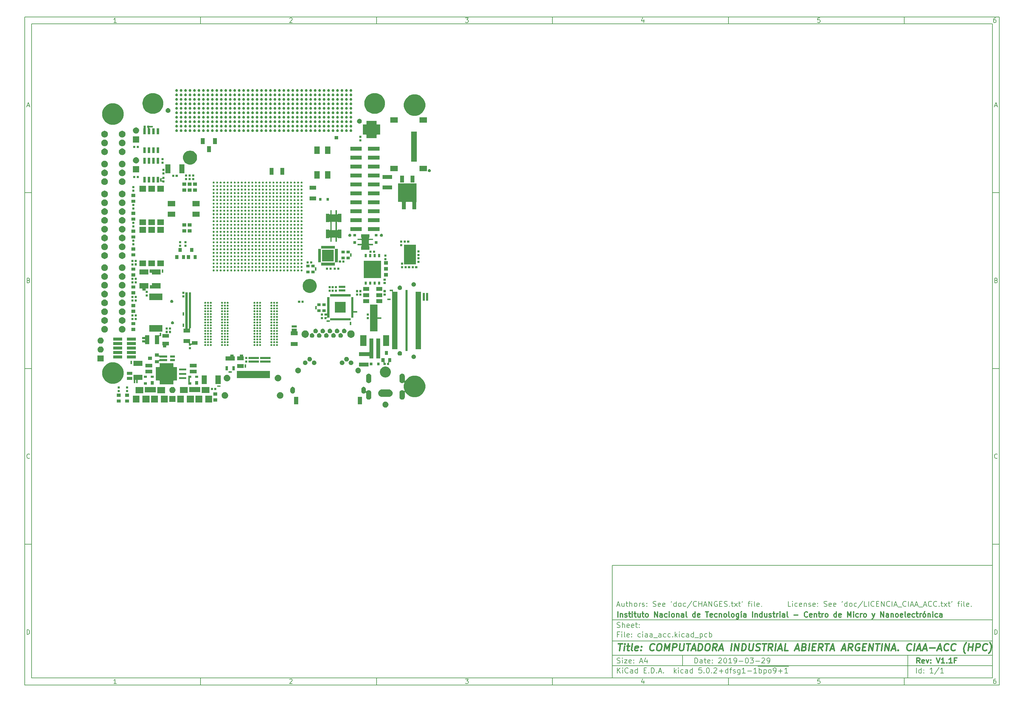
<source format=gbr>
G04 #@! TF.GenerationSoftware,KiCad,Pcbnew,5.0.2+dfsg1-1~bpo9+1*
G04 #@! TF.CreationDate,2019-03-29T14:07:49-03:00*
G04 #@! TF.ProjectId,ciaa_acc,63696161-5f61-4636-932e-6b696361645f,V1.1F*
G04 #@! TF.SameCoordinates,Original*
G04 #@! TF.FileFunction,Soldermask,Top*
G04 #@! TF.FilePolarity,Negative*
%FSLAX46Y46*%
G04 Gerber Fmt 4.6, Leading zero omitted, Abs format (unit mm)*
G04 Created by KiCad (PCBNEW 5.0.2+dfsg1-1~bpo9+1) date Fri 29 Mar 2019 02:07:49 PM -03*
%MOMM*%
%LPD*%
G01*
G04 APERTURE LIST*
%ADD10C,0.101600*%
%ADD11C,0.150000*%
%ADD12C,0.300000*%
%ADD13C,0.400000*%
G04 APERTURE END LIST*
D10*
D11*
X177002200Y-166007200D02*
X177002200Y-198007200D01*
X285002200Y-198007200D01*
X285002200Y-166007200D01*
X177002200Y-166007200D01*
D10*
D11*
X10000000Y-10000000D02*
X10000000Y-200007200D01*
X287002200Y-200007200D01*
X287002200Y-10000000D01*
X10000000Y-10000000D01*
D10*
D11*
X12000000Y-12000000D02*
X12000000Y-198007200D01*
X285002200Y-198007200D01*
X285002200Y-12000000D01*
X12000000Y-12000000D01*
D10*
D11*
X60000000Y-12000000D02*
X60000000Y-10000000D01*
D10*
D11*
X110000000Y-12000000D02*
X110000000Y-10000000D01*
D10*
D11*
X160000000Y-12000000D02*
X160000000Y-10000000D01*
D10*
D11*
X210000000Y-12000000D02*
X210000000Y-10000000D01*
D10*
D11*
X260000000Y-12000000D02*
X260000000Y-10000000D01*
D10*
D11*
X36065476Y-11588095D02*
X35322619Y-11588095D01*
X35694047Y-11588095D02*
X35694047Y-10288095D01*
X35570238Y-10473809D01*
X35446428Y-10597619D01*
X35322619Y-10659523D01*
D10*
D11*
X85322619Y-10411904D02*
X85384523Y-10350000D01*
X85508333Y-10288095D01*
X85817857Y-10288095D01*
X85941666Y-10350000D01*
X86003571Y-10411904D01*
X86065476Y-10535714D01*
X86065476Y-10659523D01*
X86003571Y-10845238D01*
X85260714Y-11588095D01*
X86065476Y-11588095D01*
D10*
D11*
X135260714Y-10288095D02*
X136065476Y-10288095D01*
X135632142Y-10783333D01*
X135817857Y-10783333D01*
X135941666Y-10845238D01*
X136003571Y-10907142D01*
X136065476Y-11030952D01*
X136065476Y-11340476D01*
X136003571Y-11464285D01*
X135941666Y-11526190D01*
X135817857Y-11588095D01*
X135446428Y-11588095D01*
X135322619Y-11526190D01*
X135260714Y-11464285D01*
D10*
D11*
X185941666Y-10721428D02*
X185941666Y-11588095D01*
X185632142Y-10226190D02*
X185322619Y-11154761D01*
X186127380Y-11154761D01*
D10*
D11*
X236003571Y-10288095D02*
X235384523Y-10288095D01*
X235322619Y-10907142D01*
X235384523Y-10845238D01*
X235508333Y-10783333D01*
X235817857Y-10783333D01*
X235941666Y-10845238D01*
X236003571Y-10907142D01*
X236065476Y-11030952D01*
X236065476Y-11340476D01*
X236003571Y-11464285D01*
X235941666Y-11526190D01*
X235817857Y-11588095D01*
X235508333Y-11588095D01*
X235384523Y-11526190D01*
X235322619Y-11464285D01*
D10*
D11*
X285941666Y-10288095D02*
X285694047Y-10288095D01*
X285570238Y-10350000D01*
X285508333Y-10411904D01*
X285384523Y-10597619D01*
X285322619Y-10845238D01*
X285322619Y-11340476D01*
X285384523Y-11464285D01*
X285446428Y-11526190D01*
X285570238Y-11588095D01*
X285817857Y-11588095D01*
X285941666Y-11526190D01*
X286003571Y-11464285D01*
X286065476Y-11340476D01*
X286065476Y-11030952D01*
X286003571Y-10907142D01*
X285941666Y-10845238D01*
X285817857Y-10783333D01*
X285570238Y-10783333D01*
X285446428Y-10845238D01*
X285384523Y-10907142D01*
X285322619Y-11030952D01*
D10*
D11*
X60000000Y-198007200D02*
X60000000Y-200007200D01*
D10*
D11*
X110000000Y-198007200D02*
X110000000Y-200007200D01*
D10*
D11*
X160000000Y-198007200D02*
X160000000Y-200007200D01*
D10*
D11*
X210000000Y-198007200D02*
X210000000Y-200007200D01*
D10*
D11*
X260000000Y-198007200D02*
X260000000Y-200007200D01*
D10*
D11*
X36065476Y-199595295D02*
X35322619Y-199595295D01*
X35694047Y-199595295D02*
X35694047Y-198295295D01*
X35570238Y-198481009D01*
X35446428Y-198604819D01*
X35322619Y-198666723D01*
D10*
D11*
X85322619Y-198419104D02*
X85384523Y-198357200D01*
X85508333Y-198295295D01*
X85817857Y-198295295D01*
X85941666Y-198357200D01*
X86003571Y-198419104D01*
X86065476Y-198542914D01*
X86065476Y-198666723D01*
X86003571Y-198852438D01*
X85260714Y-199595295D01*
X86065476Y-199595295D01*
D10*
D11*
X135260714Y-198295295D02*
X136065476Y-198295295D01*
X135632142Y-198790533D01*
X135817857Y-198790533D01*
X135941666Y-198852438D01*
X136003571Y-198914342D01*
X136065476Y-199038152D01*
X136065476Y-199347676D01*
X136003571Y-199471485D01*
X135941666Y-199533390D01*
X135817857Y-199595295D01*
X135446428Y-199595295D01*
X135322619Y-199533390D01*
X135260714Y-199471485D01*
D10*
D11*
X185941666Y-198728628D02*
X185941666Y-199595295D01*
X185632142Y-198233390D02*
X185322619Y-199161961D01*
X186127380Y-199161961D01*
D10*
D11*
X236003571Y-198295295D02*
X235384523Y-198295295D01*
X235322619Y-198914342D01*
X235384523Y-198852438D01*
X235508333Y-198790533D01*
X235817857Y-198790533D01*
X235941666Y-198852438D01*
X236003571Y-198914342D01*
X236065476Y-199038152D01*
X236065476Y-199347676D01*
X236003571Y-199471485D01*
X235941666Y-199533390D01*
X235817857Y-199595295D01*
X235508333Y-199595295D01*
X235384523Y-199533390D01*
X235322619Y-199471485D01*
D10*
D11*
X285941666Y-198295295D02*
X285694047Y-198295295D01*
X285570238Y-198357200D01*
X285508333Y-198419104D01*
X285384523Y-198604819D01*
X285322619Y-198852438D01*
X285322619Y-199347676D01*
X285384523Y-199471485D01*
X285446428Y-199533390D01*
X285570238Y-199595295D01*
X285817857Y-199595295D01*
X285941666Y-199533390D01*
X286003571Y-199471485D01*
X286065476Y-199347676D01*
X286065476Y-199038152D01*
X286003571Y-198914342D01*
X285941666Y-198852438D01*
X285817857Y-198790533D01*
X285570238Y-198790533D01*
X285446428Y-198852438D01*
X285384523Y-198914342D01*
X285322619Y-199038152D01*
D10*
D11*
X10000000Y-60000000D02*
X12000000Y-60000000D01*
D10*
D11*
X10000000Y-110000000D02*
X12000000Y-110000000D01*
D10*
D11*
X10000000Y-160000000D02*
X12000000Y-160000000D01*
D10*
D11*
X10690476Y-35216666D02*
X11309523Y-35216666D01*
X10566666Y-35588095D02*
X11000000Y-34288095D01*
X11433333Y-35588095D01*
D10*
D11*
X11092857Y-84907142D02*
X11278571Y-84969047D01*
X11340476Y-85030952D01*
X11402380Y-85154761D01*
X11402380Y-85340476D01*
X11340476Y-85464285D01*
X11278571Y-85526190D01*
X11154761Y-85588095D01*
X10659523Y-85588095D01*
X10659523Y-84288095D01*
X11092857Y-84288095D01*
X11216666Y-84350000D01*
X11278571Y-84411904D01*
X11340476Y-84535714D01*
X11340476Y-84659523D01*
X11278571Y-84783333D01*
X11216666Y-84845238D01*
X11092857Y-84907142D01*
X10659523Y-84907142D01*
D10*
D11*
X11402380Y-135464285D02*
X11340476Y-135526190D01*
X11154761Y-135588095D01*
X11030952Y-135588095D01*
X10845238Y-135526190D01*
X10721428Y-135402380D01*
X10659523Y-135278571D01*
X10597619Y-135030952D01*
X10597619Y-134845238D01*
X10659523Y-134597619D01*
X10721428Y-134473809D01*
X10845238Y-134350000D01*
X11030952Y-134288095D01*
X11154761Y-134288095D01*
X11340476Y-134350000D01*
X11402380Y-134411904D01*
D10*
D11*
X10659523Y-185588095D02*
X10659523Y-184288095D01*
X10969047Y-184288095D01*
X11154761Y-184350000D01*
X11278571Y-184473809D01*
X11340476Y-184597619D01*
X11402380Y-184845238D01*
X11402380Y-185030952D01*
X11340476Y-185278571D01*
X11278571Y-185402380D01*
X11154761Y-185526190D01*
X10969047Y-185588095D01*
X10659523Y-185588095D01*
D10*
D11*
X287002200Y-60000000D02*
X285002200Y-60000000D01*
D10*
D11*
X287002200Y-110000000D02*
X285002200Y-110000000D01*
D10*
D11*
X287002200Y-160000000D02*
X285002200Y-160000000D01*
D10*
D11*
X285692676Y-35216666D02*
X286311723Y-35216666D01*
X285568866Y-35588095D02*
X286002200Y-34288095D01*
X286435533Y-35588095D01*
D10*
D11*
X286095057Y-84907142D02*
X286280771Y-84969047D01*
X286342676Y-85030952D01*
X286404580Y-85154761D01*
X286404580Y-85340476D01*
X286342676Y-85464285D01*
X286280771Y-85526190D01*
X286156961Y-85588095D01*
X285661723Y-85588095D01*
X285661723Y-84288095D01*
X286095057Y-84288095D01*
X286218866Y-84350000D01*
X286280771Y-84411904D01*
X286342676Y-84535714D01*
X286342676Y-84659523D01*
X286280771Y-84783333D01*
X286218866Y-84845238D01*
X286095057Y-84907142D01*
X285661723Y-84907142D01*
D10*
D11*
X286404580Y-135464285D02*
X286342676Y-135526190D01*
X286156961Y-135588095D01*
X286033152Y-135588095D01*
X285847438Y-135526190D01*
X285723628Y-135402380D01*
X285661723Y-135278571D01*
X285599819Y-135030952D01*
X285599819Y-134845238D01*
X285661723Y-134597619D01*
X285723628Y-134473809D01*
X285847438Y-134350000D01*
X286033152Y-134288095D01*
X286156961Y-134288095D01*
X286342676Y-134350000D01*
X286404580Y-134411904D01*
D10*
D11*
X285661723Y-185588095D02*
X285661723Y-184288095D01*
X285971247Y-184288095D01*
X286156961Y-184350000D01*
X286280771Y-184473809D01*
X286342676Y-184597619D01*
X286404580Y-184845238D01*
X286404580Y-185030952D01*
X286342676Y-185278571D01*
X286280771Y-185402380D01*
X286156961Y-185526190D01*
X285971247Y-185588095D01*
X285661723Y-185588095D01*
D10*
D11*
X200434342Y-193785771D02*
X200434342Y-192285771D01*
X200791485Y-192285771D01*
X201005771Y-192357200D01*
X201148628Y-192500057D01*
X201220057Y-192642914D01*
X201291485Y-192928628D01*
X201291485Y-193142914D01*
X201220057Y-193428628D01*
X201148628Y-193571485D01*
X201005771Y-193714342D01*
X200791485Y-193785771D01*
X200434342Y-193785771D01*
X202577200Y-193785771D02*
X202577200Y-193000057D01*
X202505771Y-192857200D01*
X202362914Y-192785771D01*
X202077200Y-192785771D01*
X201934342Y-192857200D01*
X202577200Y-193714342D02*
X202434342Y-193785771D01*
X202077200Y-193785771D01*
X201934342Y-193714342D01*
X201862914Y-193571485D01*
X201862914Y-193428628D01*
X201934342Y-193285771D01*
X202077200Y-193214342D01*
X202434342Y-193214342D01*
X202577200Y-193142914D01*
X203077200Y-192785771D02*
X203648628Y-192785771D01*
X203291485Y-192285771D02*
X203291485Y-193571485D01*
X203362914Y-193714342D01*
X203505771Y-193785771D01*
X203648628Y-193785771D01*
X204720057Y-193714342D02*
X204577200Y-193785771D01*
X204291485Y-193785771D01*
X204148628Y-193714342D01*
X204077200Y-193571485D01*
X204077200Y-193000057D01*
X204148628Y-192857200D01*
X204291485Y-192785771D01*
X204577200Y-192785771D01*
X204720057Y-192857200D01*
X204791485Y-193000057D01*
X204791485Y-193142914D01*
X204077200Y-193285771D01*
X205434342Y-193642914D02*
X205505771Y-193714342D01*
X205434342Y-193785771D01*
X205362914Y-193714342D01*
X205434342Y-193642914D01*
X205434342Y-193785771D01*
X205434342Y-192857200D02*
X205505771Y-192928628D01*
X205434342Y-193000057D01*
X205362914Y-192928628D01*
X205434342Y-192857200D01*
X205434342Y-193000057D01*
X207220057Y-192428628D02*
X207291485Y-192357200D01*
X207434342Y-192285771D01*
X207791485Y-192285771D01*
X207934342Y-192357200D01*
X208005771Y-192428628D01*
X208077200Y-192571485D01*
X208077200Y-192714342D01*
X208005771Y-192928628D01*
X207148628Y-193785771D01*
X208077200Y-193785771D01*
X209005771Y-192285771D02*
X209148628Y-192285771D01*
X209291485Y-192357200D01*
X209362914Y-192428628D01*
X209434342Y-192571485D01*
X209505771Y-192857200D01*
X209505771Y-193214342D01*
X209434342Y-193500057D01*
X209362914Y-193642914D01*
X209291485Y-193714342D01*
X209148628Y-193785771D01*
X209005771Y-193785771D01*
X208862914Y-193714342D01*
X208791485Y-193642914D01*
X208720057Y-193500057D01*
X208648628Y-193214342D01*
X208648628Y-192857200D01*
X208720057Y-192571485D01*
X208791485Y-192428628D01*
X208862914Y-192357200D01*
X209005771Y-192285771D01*
X210934342Y-193785771D02*
X210077200Y-193785771D01*
X210505771Y-193785771D02*
X210505771Y-192285771D01*
X210362914Y-192500057D01*
X210220057Y-192642914D01*
X210077200Y-192714342D01*
X211648628Y-193785771D02*
X211934342Y-193785771D01*
X212077200Y-193714342D01*
X212148628Y-193642914D01*
X212291485Y-193428628D01*
X212362914Y-193142914D01*
X212362914Y-192571485D01*
X212291485Y-192428628D01*
X212220057Y-192357200D01*
X212077200Y-192285771D01*
X211791485Y-192285771D01*
X211648628Y-192357200D01*
X211577200Y-192428628D01*
X211505771Y-192571485D01*
X211505771Y-192928628D01*
X211577200Y-193071485D01*
X211648628Y-193142914D01*
X211791485Y-193214342D01*
X212077200Y-193214342D01*
X212220057Y-193142914D01*
X212291485Y-193071485D01*
X212362914Y-192928628D01*
X213005771Y-193214342D02*
X214148628Y-193214342D01*
X215148628Y-192285771D02*
X215291485Y-192285771D01*
X215434342Y-192357200D01*
X215505771Y-192428628D01*
X215577200Y-192571485D01*
X215648628Y-192857200D01*
X215648628Y-193214342D01*
X215577200Y-193500057D01*
X215505771Y-193642914D01*
X215434342Y-193714342D01*
X215291485Y-193785771D01*
X215148628Y-193785771D01*
X215005771Y-193714342D01*
X214934342Y-193642914D01*
X214862914Y-193500057D01*
X214791485Y-193214342D01*
X214791485Y-192857200D01*
X214862914Y-192571485D01*
X214934342Y-192428628D01*
X215005771Y-192357200D01*
X215148628Y-192285771D01*
X216148628Y-192285771D02*
X217077200Y-192285771D01*
X216577200Y-192857200D01*
X216791485Y-192857200D01*
X216934342Y-192928628D01*
X217005771Y-193000057D01*
X217077200Y-193142914D01*
X217077200Y-193500057D01*
X217005771Y-193642914D01*
X216934342Y-193714342D01*
X216791485Y-193785771D01*
X216362914Y-193785771D01*
X216220057Y-193714342D01*
X216148628Y-193642914D01*
X217720057Y-193214342D02*
X218862914Y-193214342D01*
X219505771Y-192428628D02*
X219577200Y-192357200D01*
X219720057Y-192285771D01*
X220077200Y-192285771D01*
X220220057Y-192357200D01*
X220291485Y-192428628D01*
X220362914Y-192571485D01*
X220362914Y-192714342D01*
X220291485Y-192928628D01*
X219434342Y-193785771D01*
X220362914Y-193785771D01*
X221077200Y-193785771D02*
X221362914Y-193785771D01*
X221505771Y-193714342D01*
X221577200Y-193642914D01*
X221720057Y-193428628D01*
X221791485Y-193142914D01*
X221791485Y-192571485D01*
X221720057Y-192428628D01*
X221648628Y-192357200D01*
X221505771Y-192285771D01*
X221220057Y-192285771D01*
X221077200Y-192357200D01*
X221005771Y-192428628D01*
X220934342Y-192571485D01*
X220934342Y-192928628D01*
X221005771Y-193071485D01*
X221077200Y-193142914D01*
X221220057Y-193214342D01*
X221505771Y-193214342D01*
X221648628Y-193142914D01*
X221720057Y-193071485D01*
X221791485Y-192928628D01*
D10*
D11*
X177002200Y-194507200D02*
X285002200Y-194507200D01*
D10*
D11*
X178434342Y-196585771D02*
X178434342Y-195085771D01*
X179291485Y-196585771D02*
X178648628Y-195728628D01*
X179291485Y-195085771D02*
X178434342Y-195942914D01*
X179934342Y-196585771D02*
X179934342Y-195585771D01*
X179934342Y-195085771D02*
X179862914Y-195157200D01*
X179934342Y-195228628D01*
X180005771Y-195157200D01*
X179934342Y-195085771D01*
X179934342Y-195228628D01*
X181505771Y-196442914D02*
X181434342Y-196514342D01*
X181220057Y-196585771D01*
X181077200Y-196585771D01*
X180862914Y-196514342D01*
X180720057Y-196371485D01*
X180648628Y-196228628D01*
X180577200Y-195942914D01*
X180577200Y-195728628D01*
X180648628Y-195442914D01*
X180720057Y-195300057D01*
X180862914Y-195157200D01*
X181077200Y-195085771D01*
X181220057Y-195085771D01*
X181434342Y-195157200D01*
X181505771Y-195228628D01*
X182791485Y-196585771D02*
X182791485Y-195800057D01*
X182720057Y-195657200D01*
X182577200Y-195585771D01*
X182291485Y-195585771D01*
X182148628Y-195657200D01*
X182791485Y-196514342D02*
X182648628Y-196585771D01*
X182291485Y-196585771D01*
X182148628Y-196514342D01*
X182077200Y-196371485D01*
X182077200Y-196228628D01*
X182148628Y-196085771D01*
X182291485Y-196014342D01*
X182648628Y-196014342D01*
X182791485Y-195942914D01*
X184148628Y-196585771D02*
X184148628Y-195085771D01*
X184148628Y-196514342D02*
X184005771Y-196585771D01*
X183720057Y-196585771D01*
X183577200Y-196514342D01*
X183505771Y-196442914D01*
X183434342Y-196300057D01*
X183434342Y-195871485D01*
X183505771Y-195728628D01*
X183577200Y-195657200D01*
X183720057Y-195585771D01*
X184005771Y-195585771D01*
X184148628Y-195657200D01*
X186005771Y-195800057D02*
X186505771Y-195800057D01*
X186720057Y-196585771D02*
X186005771Y-196585771D01*
X186005771Y-195085771D01*
X186720057Y-195085771D01*
X187362914Y-196442914D02*
X187434342Y-196514342D01*
X187362914Y-196585771D01*
X187291485Y-196514342D01*
X187362914Y-196442914D01*
X187362914Y-196585771D01*
X188077200Y-196585771D02*
X188077200Y-195085771D01*
X188434342Y-195085771D01*
X188648628Y-195157200D01*
X188791485Y-195300057D01*
X188862914Y-195442914D01*
X188934342Y-195728628D01*
X188934342Y-195942914D01*
X188862914Y-196228628D01*
X188791485Y-196371485D01*
X188648628Y-196514342D01*
X188434342Y-196585771D01*
X188077200Y-196585771D01*
X189577200Y-196442914D02*
X189648628Y-196514342D01*
X189577200Y-196585771D01*
X189505771Y-196514342D01*
X189577200Y-196442914D01*
X189577200Y-196585771D01*
X190220057Y-196157200D02*
X190934342Y-196157200D01*
X190077200Y-196585771D02*
X190577200Y-195085771D01*
X191077200Y-196585771D01*
X191577200Y-196442914D02*
X191648628Y-196514342D01*
X191577200Y-196585771D01*
X191505771Y-196514342D01*
X191577200Y-196442914D01*
X191577200Y-196585771D01*
X194577200Y-196585771D02*
X194577200Y-195085771D01*
X194720057Y-196014342D02*
X195148628Y-196585771D01*
X195148628Y-195585771D02*
X194577200Y-196157200D01*
X195791485Y-196585771D02*
X195791485Y-195585771D01*
X195791485Y-195085771D02*
X195720057Y-195157200D01*
X195791485Y-195228628D01*
X195862914Y-195157200D01*
X195791485Y-195085771D01*
X195791485Y-195228628D01*
X197148628Y-196514342D02*
X197005771Y-196585771D01*
X196720057Y-196585771D01*
X196577200Y-196514342D01*
X196505771Y-196442914D01*
X196434342Y-196300057D01*
X196434342Y-195871485D01*
X196505771Y-195728628D01*
X196577200Y-195657200D01*
X196720057Y-195585771D01*
X197005771Y-195585771D01*
X197148628Y-195657200D01*
X198434342Y-196585771D02*
X198434342Y-195800057D01*
X198362914Y-195657200D01*
X198220057Y-195585771D01*
X197934342Y-195585771D01*
X197791485Y-195657200D01*
X198434342Y-196514342D02*
X198291485Y-196585771D01*
X197934342Y-196585771D01*
X197791485Y-196514342D01*
X197720057Y-196371485D01*
X197720057Y-196228628D01*
X197791485Y-196085771D01*
X197934342Y-196014342D01*
X198291485Y-196014342D01*
X198434342Y-195942914D01*
X199791485Y-196585771D02*
X199791485Y-195085771D01*
X199791485Y-196514342D02*
X199648628Y-196585771D01*
X199362914Y-196585771D01*
X199220057Y-196514342D01*
X199148628Y-196442914D01*
X199077200Y-196300057D01*
X199077200Y-195871485D01*
X199148628Y-195728628D01*
X199220057Y-195657200D01*
X199362914Y-195585771D01*
X199648628Y-195585771D01*
X199791485Y-195657200D01*
X202362914Y-195085771D02*
X201648628Y-195085771D01*
X201577200Y-195800057D01*
X201648628Y-195728628D01*
X201791485Y-195657200D01*
X202148628Y-195657200D01*
X202291485Y-195728628D01*
X202362914Y-195800057D01*
X202434342Y-195942914D01*
X202434342Y-196300057D01*
X202362914Y-196442914D01*
X202291485Y-196514342D01*
X202148628Y-196585771D01*
X201791485Y-196585771D01*
X201648628Y-196514342D01*
X201577200Y-196442914D01*
X203077200Y-196442914D02*
X203148628Y-196514342D01*
X203077200Y-196585771D01*
X203005771Y-196514342D01*
X203077200Y-196442914D01*
X203077200Y-196585771D01*
X204077200Y-195085771D02*
X204220057Y-195085771D01*
X204362914Y-195157200D01*
X204434342Y-195228628D01*
X204505771Y-195371485D01*
X204577200Y-195657200D01*
X204577200Y-196014342D01*
X204505771Y-196300057D01*
X204434342Y-196442914D01*
X204362914Y-196514342D01*
X204220057Y-196585771D01*
X204077200Y-196585771D01*
X203934342Y-196514342D01*
X203862914Y-196442914D01*
X203791485Y-196300057D01*
X203720057Y-196014342D01*
X203720057Y-195657200D01*
X203791485Y-195371485D01*
X203862914Y-195228628D01*
X203934342Y-195157200D01*
X204077200Y-195085771D01*
X205220057Y-196442914D02*
X205291485Y-196514342D01*
X205220057Y-196585771D01*
X205148628Y-196514342D01*
X205220057Y-196442914D01*
X205220057Y-196585771D01*
X205862914Y-195228628D02*
X205934342Y-195157200D01*
X206077200Y-195085771D01*
X206434342Y-195085771D01*
X206577200Y-195157200D01*
X206648628Y-195228628D01*
X206720057Y-195371485D01*
X206720057Y-195514342D01*
X206648628Y-195728628D01*
X205791485Y-196585771D01*
X206720057Y-196585771D01*
X207362914Y-196014342D02*
X208505771Y-196014342D01*
X207934342Y-196585771D02*
X207934342Y-195442914D01*
X209862914Y-196585771D02*
X209862914Y-195085771D01*
X209862914Y-196514342D02*
X209720057Y-196585771D01*
X209434342Y-196585771D01*
X209291485Y-196514342D01*
X209220057Y-196442914D01*
X209148628Y-196300057D01*
X209148628Y-195871485D01*
X209220057Y-195728628D01*
X209291485Y-195657200D01*
X209434342Y-195585771D01*
X209720057Y-195585771D01*
X209862914Y-195657200D01*
X210362914Y-195585771D02*
X210934342Y-195585771D01*
X210577200Y-196585771D02*
X210577200Y-195300057D01*
X210648628Y-195157200D01*
X210791485Y-195085771D01*
X210934342Y-195085771D01*
X211362914Y-196514342D02*
X211505771Y-196585771D01*
X211791485Y-196585771D01*
X211934342Y-196514342D01*
X212005771Y-196371485D01*
X212005771Y-196300057D01*
X211934342Y-196157200D01*
X211791485Y-196085771D01*
X211577200Y-196085771D01*
X211434342Y-196014342D01*
X211362914Y-195871485D01*
X211362914Y-195800057D01*
X211434342Y-195657200D01*
X211577200Y-195585771D01*
X211791485Y-195585771D01*
X211934342Y-195657200D01*
X213291485Y-195585771D02*
X213291485Y-196800057D01*
X213220057Y-196942914D01*
X213148628Y-197014342D01*
X213005771Y-197085771D01*
X212791485Y-197085771D01*
X212648628Y-197014342D01*
X213291485Y-196514342D02*
X213148628Y-196585771D01*
X212862914Y-196585771D01*
X212720057Y-196514342D01*
X212648628Y-196442914D01*
X212577200Y-196300057D01*
X212577200Y-195871485D01*
X212648628Y-195728628D01*
X212720057Y-195657200D01*
X212862914Y-195585771D01*
X213148628Y-195585771D01*
X213291485Y-195657200D01*
X214791485Y-196585771D02*
X213934342Y-196585771D01*
X214362914Y-196585771D02*
X214362914Y-195085771D01*
X214220057Y-195300057D01*
X214077200Y-195442914D01*
X213934342Y-195514342D01*
X215434342Y-196014342D02*
X216577200Y-196014342D01*
X218077200Y-196585771D02*
X217220057Y-196585771D01*
X217648628Y-196585771D02*
X217648628Y-195085771D01*
X217505771Y-195300057D01*
X217362914Y-195442914D01*
X217220057Y-195514342D01*
X218362914Y-194677200D02*
X219720057Y-194677200D01*
X218720057Y-196585771D02*
X218720057Y-195085771D01*
X218720057Y-195657200D02*
X218862914Y-195585771D01*
X219148628Y-195585771D01*
X219291485Y-195657200D01*
X219362914Y-195728628D01*
X219434342Y-195871485D01*
X219434342Y-196300057D01*
X219362914Y-196442914D01*
X219291485Y-196514342D01*
X219148628Y-196585771D01*
X218862914Y-196585771D01*
X218720057Y-196514342D01*
X219720057Y-194677200D02*
X221077200Y-194677200D01*
X220077200Y-195585771D02*
X220077200Y-197085771D01*
X220077200Y-195657200D02*
X220220057Y-195585771D01*
X220505771Y-195585771D01*
X220648628Y-195657200D01*
X220720057Y-195728628D01*
X220791485Y-195871485D01*
X220791485Y-196300057D01*
X220720057Y-196442914D01*
X220648628Y-196514342D01*
X220505771Y-196585771D01*
X220220057Y-196585771D01*
X220077200Y-196514342D01*
X221077200Y-194677200D02*
X222434342Y-194677200D01*
X221648628Y-196585771D02*
X221505771Y-196514342D01*
X221434342Y-196442914D01*
X221362914Y-196300057D01*
X221362914Y-195871485D01*
X221434342Y-195728628D01*
X221505771Y-195657200D01*
X221648628Y-195585771D01*
X221862914Y-195585771D01*
X222005771Y-195657200D01*
X222077200Y-195728628D01*
X222148628Y-195871485D01*
X222148628Y-196300057D01*
X222077200Y-196442914D01*
X222005771Y-196514342D01*
X221862914Y-196585771D01*
X221648628Y-196585771D01*
X222434342Y-194677200D02*
X223862914Y-194677200D01*
X222862914Y-196585771D02*
X223148628Y-196585771D01*
X223291485Y-196514342D01*
X223362914Y-196442914D01*
X223505771Y-196228628D01*
X223577200Y-195942914D01*
X223577200Y-195371485D01*
X223505771Y-195228628D01*
X223434342Y-195157200D01*
X223291485Y-195085771D01*
X223005771Y-195085771D01*
X222862914Y-195157200D01*
X222791485Y-195228628D01*
X222720057Y-195371485D01*
X222720057Y-195728628D01*
X222791485Y-195871485D01*
X222862914Y-195942914D01*
X223005771Y-196014342D01*
X223291485Y-196014342D01*
X223434342Y-195942914D01*
X223505771Y-195871485D01*
X223577200Y-195728628D01*
X223862914Y-194677200D02*
X225720057Y-194677200D01*
X224220057Y-196014342D02*
X225362914Y-196014342D01*
X224791485Y-196585771D02*
X224791485Y-195442914D01*
X225720057Y-194677200D02*
X227148628Y-194677200D01*
X226862914Y-196585771D02*
X226005771Y-196585771D01*
X226434342Y-196585771D02*
X226434342Y-195085771D01*
X226291485Y-195300057D01*
X226148628Y-195442914D01*
X226005771Y-195514342D01*
D10*
D11*
X177002200Y-191507200D02*
X285002200Y-191507200D01*
D10*
D12*
X264411485Y-193785771D02*
X263911485Y-193071485D01*
X263554342Y-193785771D02*
X263554342Y-192285771D01*
X264125771Y-192285771D01*
X264268628Y-192357200D01*
X264340057Y-192428628D01*
X264411485Y-192571485D01*
X264411485Y-192785771D01*
X264340057Y-192928628D01*
X264268628Y-193000057D01*
X264125771Y-193071485D01*
X263554342Y-193071485D01*
X265625771Y-193714342D02*
X265482914Y-193785771D01*
X265197200Y-193785771D01*
X265054342Y-193714342D01*
X264982914Y-193571485D01*
X264982914Y-193000057D01*
X265054342Y-192857200D01*
X265197200Y-192785771D01*
X265482914Y-192785771D01*
X265625771Y-192857200D01*
X265697200Y-193000057D01*
X265697200Y-193142914D01*
X264982914Y-193285771D01*
X266197200Y-192785771D02*
X266554342Y-193785771D01*
X266911485Y-192785771D01*
X267482914Y-193642914D02*
X267554342Y-193714342D01*
X267482914Y-193785771D01*
X267411485Y-193714342D01*
X267482914Y-193642914D01*
X267482914Y-193785771D01*
X267482914Y-192857200D02*
X267554342Y-192928628D01*
X267482914Y-193000057D01*
X267411485Y-192928628D01*
X267482914Y-192857200D01*
X267482914Y-193000057D01*
X269125771Y-192285771D02*
X269625771Y-193785771D01*
X270125771Y-192285771D01*
X271411485Y-193785771D02*
X270554342Y-193785771D01*
X270982914Y-193785771D02*
X270982914Y-192285771D01*
X270840057Y-192500057D01*
X270697200Y-192642914D01*
X270554342Y-192714342D01*
X272054342Y-193642914D02*
X272125771Y-193714342D01*
X272054342Y-193785771D01*
X271982914Y-193714342D01*
X272054342Y-193642914D01*
X272054342Y-193785771D01*
X273554342Y-193785771D02*
X272697200Y-193785771D01*
X273125771Y-193785771D02*
X273125771Y-192285771D01*
X272982914Y-192500057D01*
X272840057Y-192642914D01*
X272697200Y-192714342D01*
X274697200Y-193000057D02*
X274197200Y-193000057D01*
X274197200Y-193785771D02*
X274197200Y-192285771D01*
X274911485Y-192285771D01*
D10*
D11*
X178362914Y-193714342D02*
X178577200Y-193785771D01*
X178934342Y-193785771D01*
X179077200Y-193714342D01*
X179148628Y-193642914D01*
X179220057Y-193500057D01*
X179220057Y-193357200D01*
X179148628Y-193214342D01*
X179077200Y-193142914D01*
X178934342Y-193071485D01*
X178648628Y-193000057D01*
X178505771Y-192928628D01*
X178434342Y-192857200D01*
X178362914Y-192714342D01*
X178362914Y-192571485D01*
X178434342Y-192428628D01*
X178505771Y-192357200D01*
X178648628Y-192285771D01*
X179005771Y-192285771D01*
X179220057Y-192357200D01*
X179862914Y-193785771D02*
X179862914Y-192785771D01*
X179862914Y-192285771D02*
X179791485Y-192357200D01*
X179862914Y-192428628D01*
X179934342Y-192357200D01*
X179862914Y-192285771D01*
X179862914Y-192428628D01*
X180434342Y-192785771D02*
X181220057Y-192785771D01*
X180434342Y-193785771D01*
X181220057Y-193785771D01*
X182362914Y-193714342D02*
X182220057Y-193785771D01*
X181934342Y-193785771D01*
X181791485Y-193714342D01*
X181720057Y-193571485D01*
X181720057Y-193000057D01*
X181791485Y-192857200D01*
X181934342Y-192785771D01*
X182220057Y-192785771D01*
X182362914Y-192857200D01*
X182434342Y-193000057D01*
X182434342Y-193142914D01*
X181720057Y-193285771D01*
X183077200Y-193642914D02*
X183148628Y-193714342D01*
X183077200Y-193785771D01*
X183005771Y-193714342D01*
X183077200Y-193642914D01*
X183077200Y-193785771D01*
X183077200Y-192857200D02*
X183148628Y-192928628D01*
X183077200Y-193000057D01*
X183005771Y-192928628D01*
X183077200Y-192857200D01*
X183077200Y-193000057D01*
X184862914Y-193357200D02*
X185577200Y-193357200D01*
X184720057Y-193785771D02*
X185220057Y-192285771D01*
X185720057Y-193785771D01*
X186862914Y-192785771D02*
X186862914Y-193785771D01*
X186505771Y-192214342D02*
X186148628Y-193285771D01*
X187077200Y-193285771D01*
D10*
D11*
X263434342Y-196585771D02*
X263434342Y-195085771D01*
X264791485Y-196585771D02*
X264791485Y-195085771D01*
X264791485Y-196514342D02*
X264648628Y-196585771D01*
X264362914Y-196585771D01*
X264220057Y-196514342D01*
X264148628Y-196442914D01*
X264077200Y-196300057D01*
X264077200Y-195871485D01*
X264148628Y-195728628D01*
X264220057Y-195657200D01*
X264362914Y-195585771D01*
X264648628Y-195585771D01*
X264791485Y-195657200D01*
X265505771Y-196442914D02*
X265577200Y-196514342D01*
X265505771Y-196585771D01*
X265434342Y-196514342D01*
X265505771Y-196442914D01*
X265505771Y-196585771D01*
X265505771Y-195657200D02*
X265577200Y-195728628D01*
X265505771Y-195800057D01*
X265434342Y-195728628D01*
X265505771Y-195657200D01*
X265505771Y-195800057D01*
X268148628Y-196585771D02*
X267291485Y-196585771D01*
X267720057Y-196585771D02*
X267720057Y-195085771D01*
X267577200Y-195300057D01*
X267434342Y-195442914D01*
X267291485Y-195514342D01*
X269862914Y-195014342D02*
X268577200Y-196942914D01*
X271148628Y-196585771D02*
X270291485Y-196585771D01*
X270720057Y-196585771D02*
X270720057Y-195085771D01*
X270577200Y-195300057D01*
X270434342Y-195442914D01*
X270291485Y-195514342D01*
D10*
D11*
X177002200Y-187507200D02*
X285002200Y-187507200D01*
D10*
D13*
X178714580Y-188211961D02*
X179857438Y-188211961D01*
X179036009Y-190211961D02*
X179286009Y-188211961D01*
X180274104Y-190211961D02*
X180440771Y-188878628D01*
X180524104Y-188211961D02*
X180416961Y-188307200D01*
X180500295Y-188402438D01*
X180607438Y-188307200D01*
X180524104Y-188211961D01*
X180500295Y-188402438D01*
X181107438Y-188878628D02*
X181869342Y-188878628D01*
X181476485Y-188211961D02*
X181262200Y-189926247D01*
X181333628Y-190116723D01*
X181512200Y-190211961D01*
X181702676Y-190211961D01*
X182655057Y-190211961D02*
X182476485Y-190116723D01*
X182405057Y-189926247D01*
X182619342Y-188211961D01*
X184190771Y-190116723D02*
X183988390Y-190211961D01*
X183607438Y-190211961D01*
X183428866Y-190116723D01*
X183357438Y-189926247D01*
X183452676Y-189164342D01*
X183571723Y-188973866D01*
X183774104Y-188878628D01*
X184155057Y-188878628D01*
X184333628Y-188973866D01*
X184405057Y-189164342D01*
X184381247Y-189354819D01*
X183405057Y-189545295D01*
X185155057Y-190021485D02*
X185238390Y-190116723D01*
X185131247Y-190211961D01*
X185047914Y-190116723D01*
X185155057Y-190021485D01*
X185131247Y-190211961D01*
X185286009Y-188973866D02*
X185369342Y-189069104D01*
X185262200Y-189164342D01*
X185178866Y-189069104D01*
X185286009Y-188973866D01*
X185262200Y-189164342D01*
X188774104Y-190021485D02*
X188666961Y-190116723D01*
X188369342Y-190211961D01*
X188178866Y-190211961D01*
X187905057Y-190116723D01*
X187738390Y-189926247D01*
X187666961Y-189735771D01*
X187619342Y-189354819D01*
X187655057Y-189069104D01*
X187797914Y-188688152D01*
X187916961Y-188497676D01*
X188131247Y-188307200D01*
X188428866Y-188211961D01*
X188619342Y-188211961D01*
X188893152Y-188307200D01*
X188976485Y-188402438D01*
X190238390Y-188211961D02*
X190619342Y-188211961D01*
X190797914Y-188307200D01*
X190964580Y-188497676D01*
X191012200Y-188878628D01*
X190928866Y-189545295D01*
X190786009Y-189926247D01*
X190571723Y-190116723D01*
X190369342Y-190211961D01*
X189988390Y-190211961D01*
X189809819Y-190116723D01*
X189643152Y-189926247D01*
X189595533Y-189545295D01*
X189678866Y-188878628D01*
X189821723Y-188497676D01*
X190036009Y-188307200D01*
X190238390Y-188211961D01*
X191702676Y-190211961D02*
X191952676Y-188211961D01*
X192440771Y-189640533D01*
X193286009Y-188211961D01*
X193036009Y-190211961D01*
X193988390Y-190211961D02*
X194238390Y-188211961D01*
X195000295Y-188211961D01*
X195178866Y-188307200D01*
X195262200Y-188402438D01*
X195333628Y-188592914D01*
X195297914Y-188878628D01*
X195178866Y-189069104D01*
X195071723Y-189164342D01*
X194869342Y-189259580D01*
X194107438Y-189259580D01*
X196238390Y-188211961D02*
X196036009Y-189831009D01*
X196107438Y-190021485D01*
X196190771Y-190116723D01*
X196369342Y-190211961D01*
X196750295Y-190211961D01*
X196952676Y-190116723D01*
X197059819Y-190021485D01*
X197178866Y-189831009D01*
X197381247Y-188211961D01*
X198047914Y-188211961D02*
X199190771Y-188211961D01*
X198369342Y-190211961D02*
X198619342Y-188211961D01*
X199583628Y-189640533D02*
X200536009Y-189640533D01*
X199321723Y-190211961D02*
X200238390Y-188211961D01*
X200655057Y-190211961D01*
X201321723Y-190211961D02*
X201571723Y-188211961D01*
X202047914Y-188211961D01*
X202321723Y-188307200D01*
X202488390Y-188497676D01*
X202559819Y-188688152D01*
X202607438Y-189069104D01*
X202571723Y-189354819D01*
X202428866Y-189735771D01*
X202309819Y-189926247D01*
X202095533Y-190116723D01*
X201797914Y-190211961D01*
X201321723Y-190211961D01*
X203952676Y-188211961D02*
X204333628Y-188211961D01*
X204512200Y-188307200D01*
X204678866Y-188497676D01*
X204726485Y-188878628D01*
X204643152Y-189545295D01*
X204500295Y-189926247D01*
X204286009Y-190116723D01*
X204083628Y-190211961D01*
X203702676Y-190211961D01*
X203524104Y-190116723D01*
X203357438Y-189926247D01*
X203309819Y-189545295D01*
X203393152Y-188878628D01*
X203536009Y-188497676D01*
X203750295Y-188307200D01*
X203952676Y-188211961D01*
X206559819Y-190211961D02*
X206012200Y-189259580D01*
X205416961Y-190211961D02*
X205666961Y-188211961D01*
X206428866Y-188211961D01*
X206607438Y-188307200D01*
X206690771Y-188402438D01*
X206762200Y-188592914D01*
X206726485Y-188878628D01*
X206607438Y-189069104D01*
X206500295Y-189164342D01*
X206297914Y-189259580D01*
X205536009Y-189259580D01*
X207393152Y-189640533D02*
X208345533Y-189640533D01*
X207131247Y-190211961D02*
X208047914Y-188211961D01*
X208464580Y-190211961D01*
X210655057Y-190211961D02*
X210905057Y-188211961D01*
X211607438Y-190211961D02*
X211857438Y-188211961D01*
X212750295Y-190211961D01*
X213000295Y-188211961D01*
X213702676Y-190211961D02*
X213952676Y-188211961D01*
X214428866Y-188211961D01*
X214702676Y-188307200D01*
X214869342Y-188497676D01*
X214940771Y-188688152D01*
X214988390Y-189069104D01*
X214952676Y-189354819D01*
X214809819Y-189735771D01*
X214690771Y-189926247D01*
X214476485Y-190116723D01*
X214178866Y-190211961D01*
X213702676Y-190211961D01*
X215952676Y-188211961D02*
X215750295Y-189831009D01*
X215821723Y-190021485D01*
X215905057Y-190116723D01*
X216083628Y-190211961D01*
X216464580Y-190211961D01*
X216666961Y-190116723D01*
X216774104Y-190021485D01*
X216893152Y-189831009D01*
X217095533Y-188211961D01*
X217714580Y-190116723D02*
X217988390Y-190211961D01*
X218464580Y-190211961D01*
X218666961Y-190116723D01*
X218774104Y-190021485D01*
X218893152Y-189831009D01*
X218916961Y-189640533D01*
X218845533Y-189450057D01*
X218762200Y-189354819D01*
X218583628Y-189259580D01*
X218214580Y-189164342D01*
X218036009Y-189069104D01*
X217952676Y-188973866D01*
X217881247Y-188783390D01*
X217905057Y-188592914D01*
X218024104Y-188402438D01*
X218131247Y-188307200D01*
X218333628Y-188211961D01*
X218809819Y-188211961D01*
X219083628Y-188307200D01*
X219666961Y-188211961D02*
X220809819Y-188211961D01*
X219988390Y-190211961D02*
X220238390Y-188211961D01*
X222369342Y-190211961D02*
X221821723Y-189259580D01*
X221226485Y-190211961D02*
X221476485Y-188211961D01*
X222238390Y-188211961D01*
X222416961Y-188307200D01*
X222500295Y-188402438D01*
X222571723Y-188592914D01*
X222536009Y-188878628D01*
X222416961Y-189069104D01*
X222309819Y-189164342D01*
X222107438Y-189259580D01*
X221345533Y-189259580D01*
X223226485Y-190211961D02*
X223476485Y-188211961D01*
X224155057Y-189640533D02*
X225107438Y-189640533D01*
X223893152Y-190211961D02*
X224809819Y-188211961D01*
X225226485Y-190211961D01*
X226845533Y-190211961D02*
X225893152Y-190211961D01*
X226143152Y-188211961D01*
X229012200Y-189640533D02*
X229964580Y-189640533D01*
X228750295Y-190211961D02*
X229666961Y-188211961D01*
X230083628Y-190211961D01*
X231547914Y-189164342D02*
X231821723Y-189259580D01*
X231905057Y-189354819D01*
X231976485Y-189545295D01*
X231940771Y-189831009D01*
X231821723Y-190021485D01*
X231714580Y-190116723D01*
X231512200Y-190211961D01*
X230750295Y-190211961D01*
X231000295Y-188211961D01*
X231666961Y-188211961D01*
X231845533Y-188307200D01*
X231928866Y-188402438D01*
X232000295Y-188592914D01*
X231976485Y-188783390D01*
X231857438Y-188973866D01*
X231750295Y-189069104D01*
X231547914Y-189164342D01*
X230881247Y-189164342D01*
X232750295Y-190211961D02*
X233000295Y-188211961D01*
X233833628Y-189164342D02*
X234500295Y-189164342D01*
X234655057Y-190211961D02*
X233702676Y-190211961D01*
X233952676Y-188211961D01*
X234905057Y-188211961D01*
X236655057Y-190211961D02*
X236107438Y-189259580D01*
X235512200Y-190211961D02*
X235762200Y-188211961D01*
X236524104Y-188211961D01*
X236702676Y-188307200D01*
X236786009Y-188402438D01*
X236857438Y-188592914D01*
X236821723Y-188878628D01*
X236702676Y-189069104D01*
X236595533Y-189164342D01*
X236393152Y-189259580D01*
X235631247Y-189259580D01*
X237476485Y-188211961D02*
X238619342Y-188211961D01*
X237797914Y-190211961D02*
X238047914Y-188211961D01*
X239012200Y-189640533D02*
X239964580Y-189640533D01*
X238750295Y-190211961D02*
X239666961Y-188211961D01*
X240083628Y-190211961D01*
X242250295Y-189640533D02*
X243202676Y-189640533D01*
X241988390Y-190211961D02*
X242905057Y-188211961D01*
X243321723Y-190211961D01*
X245131247Y-190211961D02*
X244583628Y-189259580D01*
X243988390Y-190211961D02*
X244238390Y-188211961D01*
X245000295Y-188211961D01*
X245178866Y-188307200D01*
X245262200Y-188402438D01*
X245333628Y-188592914D01*
X245297914Y-188878628D01*
X245178866Y-189069104D01*
X245071723Y-189164342D01*
X244869342Y-189259580D01*
X244107438Y-189259580D01*
X247274104Y-188307200D02*
X247095533Y-188211961D01*
X246809819Y-188211961D01*
X246512200Y-188307200D01*
X246297914Y-188497676D01*
X246178866Y-188688152D01*
X246036009Y-189069104D01*
X246000295Y-189354819D01*
X246047914Y-189735771D01*
X246119342Y-189926247D01*
X246286009Y-190116723D01*
X246559819Y-190211961D01*
X246750295Y-190211961D01*
X247047914Y-190116723D01*
X247155057Y-190021485D01*
X247238390Y-189354819D01*
X246857438Y-189354819D01*
X248119342Y-189164342D02*
X248786009Y-189164342D01*
X248940771Y-190211961D02*
X247988390Y-190211961D01*
X248238390Y-188211961D01*
X249190771Y-188211961D01*
X249797914Y-190211961D02*
X250047914Y-188211961D01*
X250940771Y-190211961D01*
X251190771Y-188211961D01*
X251857438Y-188211961D02*
X253000295Y-188211961D01*
X252178866Y-190211961D02*
X252428866Y-188211961D01*
X253416961Y-190211961D02*
X253666961Y-188211961D01*
X254369342Y-190211961D02*
X254619342Y-188211961D01*
X255512199Y-190211961D01*
X255762199Y-188211961D01*
X256440771Y-189640533D02*
X257393152Y-189640533D01*
X256178866Y-190211961D02*
X257095533Y-188211961D01*
X257512199Y-190211961D01*
X258202676Y-190021485D02*
X258286009Y-190116723D01*
X258178866Y-190211961D01*
X258095533Y-190116723D01*
X258202676Y-190021485D01*
X258178866Y-190211961D01*
X261821723Y-190021485D02*
X261714580Y-190116723D01*
X261416961Y-190211961D01*
X261226485Y-190211961D01*
X260952676Y-190116723D01*
X260786009Y-189926247D01*
X260714580Y-189735771D01*
X260666961Y-189354819D01*
X260702676Y-189069104D01*
X260845533Y-188688152D01*
X260964580Y-188497676D01*
X261178866Y-188307200D01*
X261476485Y-188211961D01*
X261666961Y-188211961D01*
X261940771Y-188307200D01*
X262024104Y-188402438D01*
X262655057Y-190211961D02*
X262905057Y-188211961D01*
X263583628Y-189640533D02*
X264536009Y-189640533D01*
X263321723Y-190211961D02*
X264238390Y-188211961D01*
X264655057Y-190211961D01*
X265297914Y-189640533D02*
X266250295Y-189640533D01*
X265036009Y-190211961D02*
X265952676Y-188211961D01*
X266369342Y-190211961D01*
X267131247Y-189450057D02*
X268655057Y-189450057D01*
X269488390Y-189640533D02*
X270440771Y-189640533D01*
X269226485Y-190211961D02*
X270143152Y-188211961D01*
X270559819Y-190211961D01*
X272393152Y-190021485D02*
X272286009Y-190116723D01*
X271988390Y-190211961D01*
X271797914Y-190211961D01*
X271524104Y-190116723D01*
X271357438Y-189926247D01*
X271286009Y-189735771D01*
X271238390Y-189354819D01*
X271274104Y-189069104D01*
X271416961Y-188688152D01*
X271536009Y-188497676D01*
X271750295Y-188307200D01*
X272047914Y-188211961D01*
X272238390Y-188211961D01*
X272512200Y-188307200D01*
X272595533Y-188402438D01*
X274393152Y-190021485D02*
X274286009Y-190116723D01*
X273988390Y-190211961D01*
X273797914Y-190211961D01*
X273524104Y-190116723D01*
X273357438Y-189926247D01*
X273286009Y-189735771D01*
X273238390Y-189354819D01*
X273274104Y-189069104D01*
X273416961Y-188688152D01*
X273536009Y-188497676D01*
X273750295Y-188307200D01*
X274047914Y-188211961D01*
X274238390Y-188211961D01*
X274512200Y-188307200D01*
X274595533Y-188402438D01*
X277226485Y-190973866D02*
X277143152Y-190878628D01*
X276988390Y-190592914D01*
X276916961Y-190402438D01*
X276857438Y-190116723D01*
X276821723Y-189640533D01*
X276869342Y-189259580D01*
X277024104Y-188783390D01*
X277155057Y-188497676D01*
X277274104Y-188307200D01*
X277500295Y-188021485D01*
X277607438Y-187926247D01*
X278083628Y-190211961D02*
X278333628Y-188211961D01*
X278214580Y-189164342D02*
X279357438Y-189164342D01*
X279226485Y-190211961D02*
X279476485Y-188211961D01*
X280178866Y-190211961D02*
X280428866Y-188211961D01*
X281190771Y-188211961D01*
X281369342Y-188307200D01*
X281452676Y-188402438D01*
X281524104Y-188592914D01*
X281488390Y-188878628D01*
X281369342Y-189069104D01*
X281262200Y-189164342D01*
X281059819Y-189259580D01*
X280297914Y-189259580D01*
X283345533Y-190021485D02*
X283238390Y-190116723D01*
X282940771Y-190211961D01*
X282750295Y-190211961D01*
X282476485Y-190116723D01*
X282309819Y-189926247D01*
X282238390Y-189735771D01*
X282190771Y-189354819D01*
X282226485Y-189069104D01*
X282369342Y-188688152D01*
X282488390Y-188497676D01*
X282702676Y-188307200D01*
X283000295Y-188211961D01*
X283190771Y-188211961D01*
X283464580Y-188307200D01*
X283547914Y-188402438D01*
X283893152Y-190973866D02*
X284000295Y-190878628D01*
X284226485Y-190592914D01*
X284345533Y-190402438D01*
X284476485Y-190116723D01*
X284631247Y-189640533D01*
X284678866Y-189259580D01*
X284643152Y-188783390D01*
X284583628Y-188497676D01*
X284512200Y-188307200D01*
X284357438Y-188021485D01*
X284274104Y-187926247D01*
D10*
D11*
X178934342Y-185600057D02*
X178434342Y-185600057D01*
X178434342Y-186385771D02*
X178434342Y-184885771D01*
X179148628Y-184885771D01*
X179720057Y-186385771D02*
X179720057Y-185385771D01*
X179720057Y-184885771D02*
X179648628Y-184957200D01*
X179720057Y-185028628D01*
X179791485Y-184957200D01*
X179720057Y-184885771D01*
X179720057Y-185028628D01*
X180648628Y-186385771D02*
X180505771Y-186314342D01*
X180434342Y-186171485D01*
X180434342Y-184885771D01*
X181791485Y-186314342D02*
X181648628Y-186385771D01*
X181362914Y-186385771D01*
X181220057Y-186314342D01*
X181148628Y-186171485D01*
X181148628Y-185600057D01*
X181220057Y-185457200D01*
X181362914Y-185385771D01*
X181648628Y-185385771D01*
X181791485Y-185457200D01*
X181862914Y-185600057D01*
X181862914Y-185742914D01*
X181148628Y-185885771D01*
X182505771Y-186242914D02*
X182577200Y-186314342D01*
X182505771Y-186385771D01*
X182434342Y-186314342D01*
X182505771Y-186242914D01*
X182505771Y-186385771D01*
X182505771Y-185457200D02*
X182577200Y-185528628D01*
X182505771Y-185600057D01*
X182434342Y-185528628D01*
X182505771Y-185457200D01*
X182505771Y-185600057D01*
X185005771Y-186314342D02*
X184862914Y-186385771D01*
X184577200Y-186385771D01*
X184434342Y-186314342D01*
X184362914Y-186242914D01*
X184291485Y-186100057D01*
X184291485Y-185671485D01*
X184362914Y-185528628D01*
X184434342Y-185457200D01*
X184577200Y-185385771D01*
X184862914Y-185385771D01*
X185005771Y-185457200D01*
X185648628Y-186385771D02*
X185648628Y-185385771D01*
X185648628Y-184885771D02*
X185577200Y-184957200D01*
X185648628Y-185028628D01*
X185720057Y-184957200D01*
X185648628Y-184885771D01*
X185648628Y-185028628D01*
X187005771Y-186385771D02*
X187005771Y-185600057D01*
X186934342Y-185457200D01*
X186791485Y-185385771D01*
X186505771Y-185385771D01*
X186362914Y-185457200D01*
X187005771Y-186314342D02*
X186862914Y-186385771D01*
X186505771Y-186385771D01*
X186362914Y-186314342D01*
X186291485Y-186171485D01*
X186291485Y-186028628D01*
X186362914Y-185885771D01*
X186505771Y-185814342D01*
X186862914Y-185814342D01*
X187005771Y-185742914D01*
X188362914Y-186385771D02*
X188362914Y-185600057D01*
X188291485Y-185457200D01*
X188148628Y-185385771D01*
X187862914Y-185385771D01*
X187720057Y-185457200D01*
X188362914Y-186314342D02*
X188220057Y-186385771D01*
X187862914Y-186385771D01*
X187720057Y-186314342D01*
X187648628Y-186171485D01*
X187648628Y-186028628D01*
X187720057Y-185885771D01*
X187862914Y-185814342D01*
X188220057Y-185814342D01*
X188362914Y-185742914D01*
X188720057Y-186528628D02*
X189862914Y-186528628D01*
X190862914Y-186385771D02*
X190862914Y-185600057D01*
X190791485Y-185457200D01*
X190648628Y-185385771D01*
X190362914Y-185385771D01*
X190220057Y-185457200D01*
X190862914Y-186314342D02*
X190720057Y-186385771D01*
X190362914Y-186385771D01*
X190220057Y-186314342D01*
X190148628Y-186171485D01*
X190148628Y-186028628D01*
X190220057Y-185885771D01*
X190362914Y-185814342D01*
X190720057Y-185814342D01*
X190862914Y-185742914D01*
X192220057Y-186314342D02*
X192077200Y-186385771D01*
X191791485Y-186385771D01*
X191648628Y-186314342D01*
X191577200Y-186242914D01*
X191505771Y-186100057D01*
X191505771Y-185671485D01*
X191577200Y-185528628D01*
X191648628Y-185457200D01*
X191791485Y-185385771D01*
X192077200Y-185385771D01*
X192220057Y-185457200D01*
X193505771Y-186314342D02*
X193362914Y-186385771D01*
X193077200Y-186385771D01*
X192934342Y-186314342D01*
X192862914Y-186242914D01*
X192791485Y-186100057D01*
X192791485Y-185671485D01*
X192862914Y-185528628D01*
X192934342Y-185457200D01*
X193077200Y-185385771D01*
X193362914Y-185385771D01*
X193505771Y-185457200D01*
X194148628Y-186242914D02*
X194220057Y-186314342D01*
X194148628Y-186385771D01*
X194077200Y-186314342D01*
X194148628Y-186242914D01*
X194148628Y-186385771D01*
X194862914Y-186385771D02*
X194862914Y-184885771D01*
X195005771Y-185814342D02*
X195434342Y-186385771D01*
X195434342Y-185385771D02*
X194862914Y-185957200D01*
X196077200Y-186385771D02*
X196077200Y-185385771D01*
X196077200Y-184885771D02*
X196005771Y-184957200D01*
X196077200Y-185028628D01*
X196148628Y-184957200D01*
X196077200Y-184885771D01*
X196077200Y-185028628D01*
X197434342Y-186314342D02*
X197291485Y-186385771D01*
X197005771Y-186385771D01*
X196862914Y-186314342D01*
X196791485Y-186242914D01*
X196720057Y-186100057D01*
X196720057Y-185671485D01*
X196791485Y-185528628D01*
X196862914Y-185457200D01*
X197005771Y-185385771D01*
X197291485Y-185385771D01*
X197434342Y-185457200D01*
X198720057Y-186385771D02*
X198720057Y-185600057D01*
X198648628Y-185457200D01*
X198505771Y-185385771D01*
X198220057Y-185385771D01*
X198077200Y-185457200D01*
X198720057Y-186314342D02*
X198577200Y-186385771D01*
X198220057Y-186385771D01*
X198077200Y-186314342D01*
X198005771Y-186171485D01*
X198005771Y-186028628D01*
X198077200Y-185885771D01*
X198220057Y-185814342D01*
X198577200Y-185814342D01*
X198720057Y-185742914D01*
X200077200Y-186385771D02*
X200077200Y-184885771D01*
X200077200Y-186314342D02*
X199934342Y-186385771D01*
X199648628Y-186385771D01*
X199505771Y-186314342D01*
X199434342Y-186242914D01*
X199362914Y-186100057D01*
X199362914Y-185671485D01*
X199434342Y-185528628D01*
X199505771Y-185457200D01*
X199648628Y-185385771D01*
X199934342Y-185385771D01*
X200077200Y-185457200D01*
X200434342Y-186528628D02*
X201577200Y-186528628D01*
X201934342Y-185385771D02*
X201934342Y-186885771D01*
X201934342Y-185457200D02*
X202077200Y-185385771D01*
X202362914Y-185385771D01*
X202505771Y-185457200D01*
X202577200Y-185528628D01*
X202648628Y-185671485D01*
X202648628Y-186100057D01*
X202577200Y-186242914D01*
X202505771Y-186314342D01*
X202362914Y-186385771D01*
X202077200Y-186385771D01*
X201934342Y-186314342D01*
X203934342Y-186314342D02*
X203791485Y-186385771D01*
X203505771Y-186385771D01*
X203362914Y-186314342D01*
X203291485Y-186242914D01*
X203220057Y-186100057D01*
X203220057Y-185671485D01*
X203291485Y-185528628D01*
X203362914Y-185457200D01*
X203505771Y-185385771D01*
X203791485Y-185385771D01*
X203934342Y-185457200D01*
X204577200Y-186385771D02*
X204577200Y-184885771D01*
X204577200Y-185457200D02*
X204720057Y-185385771D01*
X205005771Y-185385771D01*
X205148628Y-185457200D01*
X205220057Y-185528628D01*
X205291485Y-185671485D01*
X205291485Y-186100057D01*
X205220057Y-186242914D01*
X205148628Y-186314342D01*
X205005771Y-186385771D01*
X204720057Y-186385771D01*
X204577200Y-186314342D01*
D10*
D11*
X177002200Y-181507200D02*
X285002200Y-181507200D01*
D10*
D11*
X178362914Y-183614342D02*
X178577200Y-183685771D01*
X178934342Y-183685771D01*
X179077200Y-183614342D01*
X179148628Y-183542914D01*
X179220057Y-183400057D01*
X179220057Y-183257200D01*
X179148628Y-183114342D01*
X179077200Y-183042914D01*
X178934342Y-182971485D01*
X178648628Y-182900057D01*
X178505771Y-182828628D01*
X178434342Y-182757200D01*
X178362914Y-182614342D01*
X178362914Y-182471485D01*
X178434342Y-182328628D01*
X178505771Y-182257200D01*
X178648628Y-182185771D01*
X179005771Y-182185771D01*
X179220057Y-182257200D01*
X179862914Y-183685771D02*
X179862914Y-182185771D01*
X180505771Y-183685771D02*
X180505771Y-182900057D01*
X180434342Y-182757200D01*
X180291485Y-182685771D01*
X180077200Y-182685771D01*
X179934342Y-182757200D01*
X179862914Y-182828628D01*
X181791485Y-183614342D02*
X181648628Y-183685771D01*
X181362914Y-183685771D01*
X181220057Y-183614342D01*
X181148628Y-183471485D01*
X181148628Y-182900057D01*
X181220057Y-182757200D01*
X181362914Y-182685771D01*
X181648628Y-182685771D01*
X181791485Y-182757200D01*
X181862914Y-182900057D01*
X181862914Y-183042914D01*
X181148628Y-183185771D01*
X183077200Y-183614342D02*
X182934342Y-183685771D01*
X182648628Y-183685771D01*
X182505771Y-183614342D01*
X182434342Y-183471485D01*
X182434342Y-182900057D01*
X182505771Y-182757200D01*
X182648628Y-182685771D01*
X182934342Y-182685771D01*
X183077200Y-182757200D01*
X183148628Y-182900057D01*
X183148628Y-183042914D01*
X182434342Y-183185771D01*
X183577200Y-182685771D02*
X184148628Y-182685771D01*
X183791485Y-182185771D02*
X183791485Y-183471485D01*
X183862914Y-183614342D01*
X184005771Y-183685771D01*
X184148628Y-183685771D01*
X184648628Y-183542914D02*
X184720057Y-183614342D01*
X184648628Y-183685771D01*
X184577200Y-183614342D01*
X184648628Y-183542914D01*
X184648628Y-183685771D01*
X184648628Y-182757200D02*
X184720057Y-182828628D01*
X184648628Y-182900057D01*
X184577200Y-182828628D01*
X184648628Y-182757200D01*
X184648628Y-182900057D01*
D10*
D12*
X178554342Y-180685771D02*
X178554342Y-179185771D01*
X179268628Y-179685771D02*
X179268628Y-180685771D01*
X179268628Y-179828628D02*
X179340057Y-179757200D01*
X179482914Y-179685771D01*
X179697200Y-179685771D01*
X179840057Y-179757200D01*
X179911485Y-179900057D01*
X179911485Y-180685771D01*
X180554342Y-180614342D02*
X180697200Y-180685771D01*
X180982914Y-180685771D01*
X181125771Y-180614342D01*
X181197200Y-180471485D01*
X181197200Y-180400057D01*
X181125771Y-180257200D01*
X180982914Y-180185771D01*
X180768628Y-180185771D01*
X180625771Y-180114342D01*
X180554342Y-179971485D01*
X180554342Y-179900057D01*
X180625771Y-179757200D01*
X180768628Y-179685771D01*
X180982914Y-179685771D01*
X181125771Y-179757200D01*
X181625771Y-179685771D02*
X182197200Y-179685771D01*
X181840057Y-179185771D02*
X181840057Y-180471485D01*
X181911485Y-180614342D01*
X182054342Y-180685771D01*
X182197200Y-180685771D01*
X182697200Y-180685771D02*
X182697200Y-179685771D01*
X182697200Y-179185771D02*
X182625771Y-179257200D01*
X182697200Y-179328628D01*
X182768628Y-179257200D01*
X182697200Y-179185771D01*
X182697200Y-179328628D01*
X183197200Y-179685771D02*
X183768628Y-179685771D01*
X183411485Y-179185771D02*
X183411485Y-180471485D01*
X183482914Y-180614342D01*
X183625771Y-180685771D01*
X183768628Y-180685771D01*
X184911485Y-179685771D02*
X184911485Y-180685771D01*
X184268628Y-179685771D02*
X184268628Y-180471485D01*
X184340057Y-180614342D01*
X184482914Y-180685771D01*
X184697200Y-180685771D01*
X184840057Y-180614342D01*
X184911485Y-180542914D01*
X185411485Y-179685771D02*
X185982914Y-179685771D01*
X185625771Y-179185771D02*
X185625771Y-180471485D01*
X185697200Y-180614342D01*
X185840057Y-180685771D01*
X185982914Y-180685771D01*
X186697200Y-180685771D02*
X186554342Y-180614342D01*
X186482914Y-180542914D01*
X186411485Y-180400057D01*
X186411485Y-179971485D01*
X186482914Y-179828628D01*
X186554342Y-179757200D01*
X186697200Y-179685771D01*
X186911485Y-179685771D01*
X187054342Y-179757200D01*
X187125771Y-179828628D01*
X187197200Y-179971485D01*
X187197200Y-180400057D01*
X187125771Y-180542914D01*
X187054342Y-180614342D01*
X186911485Y-180685771D01*
X186697200Y-180685771D01*
X188982914Y-180685771D02*
X188982914Y-179185771D01*
X189840057Y-180685771D01*
X189840057Y-179185771D01*
X191197200Y-180685771D02*
X191197200Y-179900057D01*
X191125771Y-179757200D01*
X190982914Y-179685771D01*
X190697200Y-179685771D01*
X190554342Y-179757200D01*
X191197200Y-180614342D02*
X191054342Y-180685771D01*
X190697200Y-180685771D01*
X190554342Y-180614342D01*
X190482914Y-180471485D01*
X190482914Y-180328628D01*
X190554342Y-180185771D01*
X190697200Y-180114342D01*
X191054342Y-180114342D01*
X191197200Y-180042914D01*
X192554342Y-180614342D02*
X192411485Y-180685771D01*
X192125771Y-180685771D01*
X191982914Y-180614342D01*
X191911485Y-180542914D01*
X191840057Y-180400057D01*
X191840057Y-179971485D01*
X191911485Y-179828628D01*
X191982914Y-179757200D01*
X192125771Y-179685771D01*
X192411485Y-179685771D01*
X192554342Y-179757200D01*
X193197200Y-180685771D02*
X193197200Y-179685771D01*
X193197200Y-179185771D02*
X193125771Y-179257200D01*
X193197200Y-179328628D01*
X193268628Y-179257200D01*
X193197200Y-179185771D01*
X193197200Y-179328628D01*
X194125771Y-180685771D02*
X193982914Y-180614342D01*
X193911485Y-180542914D01*
X193840057Y-180400057D01*
X193840057Y-179971485D01*
X193911485Y-179828628D01*
X193982914Y-179757200D01*
X194125771Y-179685771D01*
X194340057Y-179685771D01*
X194482914Y-179757200D01*
X194554342Y-179828628D01*
X194625771Y-179971485D01*
X194625771Y-180400057D01*
X194554342Y-180542914D01*
X194482914Y-180614342D01*
X194340057Y-180685771D01*
X194125771Y-180685771D01*
X195268628Y-179685771D02*
X195268628Y-180685771D01*
X195268628Y-179828628D02*
X195340057Y-179757200D01*
X195482914Y-179685771D01*
X195697200Y-179685771D01*
X195840057Y-179757200D01*
X195911485Y-179900057D01*
X195911485Y-180685771D01*
X197268628Y-180685771D02*
X197268628Y-179900057D01*
X197197200Y-179757200D01*
X197054342Y-179685771D01*
X196768628Y-179685771D01*
X196625771Y-179757200D01*
X197268628Y-180614342D02*
X197125771Y-180685771D01*
X196768628Y-180685771D01*
X196625771Y-180614342D01*
X196554342Y-180471485D01*
X196554342Y-180328628D01*
X196625771Y-180185771D01*
X196768628Y-180114342D01*
X197125771Y-180114342D01*
X197268628Y-180042914D01*
X198197200Y-180685771D02*
X198054342Y-180614342D01*
X197982914Y-180471485D01*
X197982914Y-179185771D01*
X200554342Y-180685771D02*
X200554342Y-179185771D01*
X200554342Y-180614342D02*
X200411485Y-180685771D01*
X200125771Y-180685771D01*
X199982914Y-180614342D01*
X199911485Y-180542914D01*
X199840057Y-180400057D01*
X199840057Y-179971485D01*
X199911485Y-179828628D01*
X199982914Y-179757200D01*
X200125771Y-179685771D01*
X200411485Y-179685771D01*
X200554342Y-179757200D01*
X201840057Y-180614342D02*
X201697200Y-180685771D01*
X201411485Y-180685771D01*
X201268628Y-180614342D01*
X201197200Y-180471485D01*
X201197200Y-179900057D01*
X201268628Y-179757200D01*
X201411485Y-179685771D01*
X201697200Y-179685771D01*
X201840057Y-179757200D01*
X201911485Y-179900057D01*
X201911485Y-180042914D01*
X201197200Y-180185771D01*
X203482914Y-179185771D02*
X204340057Y-179185771D01*
X203911485Y-180685771D02*
X203911485Y-179185771D01*
X205411485Y-180614342D02*
X205268628Y-180685771D01*
X204982914Y-180685771D01*
X204840057Y-180614342D01*
X204768628Y-180471485D01*
X204768628Y-179900057D01*
X204840057Y-179757200D01*
X204982914Y-179685771D01*
X205268628Y-179685771D01*
X205411485Y-179757200D01*
X205482914Y-179900057D01*
X205482914Y-180042914D01*
X204768628Y-180185771D01*
X206768628Y-180614342D02*
X206625771Y-180685771D01*
X206340057Y-180685771D01*
X206197200Y-180614342D01*
X206125771Y-180542914D01*
X206054342Y-180400057D01*
X206054342Y-179971485D01*
X206125771Y-179828628D01*
X206197200Y-179757200D01*
X206340057Y-179685771D01*
X206625771Y-179685771D01*
X206768628Y-179757200D01*
X207411485Y-179685771D02*
X207411485Y-180685771D01*
X207411485Y-179828628D02*
X207482914Y-179757200D01*
X207625771Y-179685771D01*
X207840057Y-179685771D01*
X207982914Y-179757200D01*
X208054342Y-179900057D01*
X208054342Y-180685771D01*
X208982914Y-180685771D02*
X208840057Y-180614342D01*
X208768628Y-180542914D01*
X208697200Y-180400057D01*
X208697200Y-179971485D01*
X208768628Y-179828628D01*
X208840057Y-179757200D01*
X208982914Y-179685771D01*
X209197200Y-179685771D01*
X209340057Y-179757200D01*
X209411485Y-179828628D01*
X209482914Y-179971485D01*
X209482914Y-180400057D01*
X209411485Y-180542914D01*
X209340057Y-180614342D01*
X209197200Y-180685771D01*
X208982914Y-180685771D01*
X210340057Y-180685771D02*
X210197200Y-180614342D01*
X210125771Y-180471485D01*
X210125771Y-179185771D01*
X211125771Y-180685771D02*
X210982914Y-180614342D01*
X210911485Y-180542914D01*
X210840057Y-180400057D01*
X210840057Y-179971485D01*
X210911485Y-179828628D01*
X210982914Y-179757200D01*
X211125771Y-179685771D01*
X211340057Y-179685771D01*
X211482914Y-179757200D01*
X211554342Y-179828628D01*
X211625771Y-179971485D01*
X211625771Y-180400057D01*
X211554342Y-180542914D01*
X211482914Y-180614342D01*
X211340057Y-180685771D01*
X211125771Y-180685771D01*
X212911485Y-179685771D02*
X212911485Y-180900057D01*
X212840057Y-181042914D01*
X212768628Y-181114342D01*
X212625771Y-181185771D01*
X212411485Y-181185771D01*
X212268628Y-181114342D01*
X212911485Y-180614342D02*
X212768628Y-180685771D01*
X212482914Y-180685771D01*
X212340057Y-180614342D01*
X212268628Y-180542914D01*
X212197200Y-180400057D01*
X212197200Y-179971485D01*
X212268628Y-179828628D01*
X212340057Y-179757200D01*
X212482914Y-179685771D01*
X212768628Y-179685771D01*
X212911485Y-179757200D01*
X213625771Y-180685771D02*
X213625771Y-179685771D01*
X213768628Y-179114342D02*
X213554342Y-179328628D01*
X214982914Y-180685771D02*
X214982914Y-179900057D01*
X214911485Y-179757200D01*
X214768628Y-179685771D01*
X214482914Y-179685771D01*
X214340057Y-179757200D01*
X214982914Y-180614342D02*
X214840057Y-180685771D01*
X214482914Y-180685771D01*
X214340057Y-180614342D01*
X214268628Y-180471485D01*
X214268628Y-180328628D01*
X214340057Y-180185771D01*
X214482914Y-180114342D01*
X214840057Y-180114342D01*
X214982914Y-180042914D01*
X216840057Y-180685771D02*
X216840057Y-179185771D01*
X217554342Y-179685771D02*
X217554342Y-180685771D01*
X217554342Y-179828628D02*
X217625771Y-179757200D01*
X217768628Y-179685771D01*
X217982914Y-179685771D01*
X218125771Y-179757200D01*
X218197200Y-179900057D01*
X218197200Y-180685771D01*
X219554342Y-180685771D02*
X219554342Y-179185771D01*
X219554342Y-180614342D02*
X219411485Y-180685771D01*
X219125771Y-180685771D01*
X218982914Y-180614342D01*
X218911485Y-180542914D01*
X218840057Y-180400057D01*
X218840057Y-179971485D01*
X218911485Y-179828628D01*
X218982914Y-179757200D01*
X219125771Y-179685771D01*
X219411485Y-179685771D01*
X219554342Y-179757200D01*
X220911485Y-179685771D02*
X220911485Y-180685771D01*
X220268628Y-179685771D02*
X220268628Y-180471485D01*
X220340057Y-180614342D01*
X220482914Y-180685771D01*
X220697200Y-180685771D01*
X220840057Y-180614342D01*
X220911485Y-180542914D01*
X221554342Y-180614342D02*
X221697200Y-180685771D01*
X221982914Y-180685771D01*
X222125771Y-180614342D01*
X222197200Y-180471485D01*
X222197200Y-180400057D01*
X222125771Y-180257200D01*
X221982914Y-180185771D01*
X221768628Y-180185771D01*
X221625771Y-180114342D01*
X221554342Y-179971485D01*
X221554342Y-179900057D01*
X221625771Y-179757200D01*
X221768628Y-179685771D01*
X221982914Y-179685771D01*
X222125771Y-179757200D01*
X222625771Y-179685771D02*
X223197200Y-179685771D01*
X222840057Y-179185771D02*
X222840057Y-180471485D01*
X222911485Y-180614342D01*
X223054342Y-180685771D01*
X223197200Y-180685771D01*
X223697200Y-180685771D02*
X223697200Y-179685771D01*
X223697200Y-179971485D02*
X223768628Y-179828628D01*
X223840057Y-179757200D01*
X223982914Y-179685771D01*
X224125771Y-179685771D01*
X224625771Y-180685771D02*
X224625771Y-179685771D01*
X224625771Y-179185771D02*
X224554342Y-179257200D01*
X224625771Y-179328628D01*
X224697200Y-179257200D01*
X224625771Y-179185771D01*
X224625771Y-179328628D01*
X225982914Y-180685771D02*
X225982914Y-179900057D01*
X225911485Y-179757200D01*
X225768628Y-179685771D01*
X225482914Y-179685771D01*
X225340057Y-179757200D01*
X225982914Y-180614342D02*
X225840057Y-180685771D01*
X225482914Y-180685771D01*
X225340057Y-180614342D01*
X225268628Y-180471485D01*
X225268628Y-180328628D01*
X225340057Y-180185771D01*
X225482914Y-180114342D01*
X225840057Y-180114342D01*
X225982914Y-180042914D01*
X226911485Y-180685771D02*
X226768628Y-180614342D01*
X226697200Y-180471485D01*
X226697200Y-179185771D01*
X228625771Y-180114342D02*
X229768628Y-180114342D01*
X232482914Y-180542914D02*
X232411485Y-180614342D01*
X232197200Y-180685771D01*
X232054342Y-180685771D01*
X231840057Y-180614342D01*
X231697200Y-180471485D01*
X231625771Y-180328628D01*
X231554342Y-180042914D01*
X231554342Y-179828628D01*
X231625771Y-179542914D01*
X231697200Y-179400057D01*
X231840057Y-179257200D01*
X232054342Y-179185771D01*
X232197200Y-179185771D01*
X232411485Y-179257200D01*
X232482914Y-179328628D01*
X233697200Y-180614342D02*
X233554342Y-180685771D01*
X233268628Y-180685771D01*
X233125771Y-180614342D01*
X233054342Y-180471485D01*
X233054342Y-179900057D01*
X233125771Y-179757200D01*
X233268628Y-179685771D01*
X233554342Y-179685771D01*
X233697200Y-179757200D01*
X233768628Y-179900057D01*
X233768628Y-180042914D01*
X233054342Y-180185771D01*
X234411485Y-179685771D02*
X234411485Y-180685771D01*
X234411485Y-179828628D02*
X234482914Y-179757200D01*
X234625771Y-179685771D01*
X234840057Y-179685771D01*
X234982914Y-179757200D01*
X235054342Y-179900057D01*
X235054342Y-180685771D01*
X235554342Y-179685771D02*
X236125771Y-179685771D01*
X235768628Y-179185771D02*
X235768628Y-180471485D01*
X235840057Y-180614342D01*
X235982914Y-180685771D01*
X236125771Y-180685771D01*
X236625771Y-180685771D02*
X236625771Y-179685771D01*
X236625771Y-179971485D02*
X236697200Y-179828628D01*
X236768628Y-179757200D01*
X236911485Y-179685771D01*
X237054342Y-179685771D01*
X237768628Y-180685771D02*
X237625771Y-180614342D01*
X237554342Y-180542914D01*
X237482914Y-180400057D01*
X237482914Y-179971485D01*
X237554342Y-179828628D01*
X237625771Y-179757200D01*
X237768628Y-179685771D01*
X237982914Y-179685771D01*
X238125771Y-179757200D01*
X238197200Y-179828628D01*
X238268628Y-179971485D01*
X238268628Y-180400057D01*
X238197200Y-180542914D01*
X238125771Y-180614342D01*
X237982914Y-180685771D01*
X237768628Y-180685771D01*
X240697200Y-180685771D02*
X240697200Y-179185771D01*
X240697200Y-180614342D02*
X240554342Y-180685771D01*
X240268628Y-180685771D01*
X240125771Y-180614342D01*
X240054342Y-180542914D01*
X239982914Y-180400057D01*
X239982914Y-179971485D01*
X240054342Y-179828628D01*
X240125771Y-179757200D01*
X240268628Y-179685771D01*
X240554342Y-179685771D01*
X240697200Y-179757200D01*
X241982914Y-180614342D02*
X241840057Y-180685771D01*
X241554342Y-180685771D01*
X241411485Y-180614342D01*
X241340057Y-180471485D01*
X241340057Y-179900057D01*
X241411485Y-179757200D01*
X241554342Y-179685771D01*
X241840057Y-179685771D01*
X241982914Y-179757200D01*
X242054342Y-179900057D01*
X242054342Y-180042914D01*
X241340057Y-180185771D01*
X243840057Y-180685771D02*
X243840057Y-179185771D01*
X244340057Y-180257200D01*
X244840057Y-179185771D01*
X244840057Y-180685771D01*
X245554342Y-180685771D02*
X245554342Y-179685771D01*
X245554342Y-179185771D02*
X245482914Y-179257200D01*
X245554342Y-179328628D01*
X245625771Y-179257200D01*
X245554342Y-179185771D01*
X245554342Y-179328628D01*
X246911485Y-180614342D02*
X246768628Y-180685771D01*
X246482914Y-180685771D01*
X246340057Y-180614342D01*
X246268628Y-180542914D01*
X246197200Y-180400057D01*
X246197200Y-179971485D01*
X246268628Y-179828628D01*
X246340057Y-179757200D01*
X246482914Y-179685771D01*
X246768628Y-179685771D01*
X246911485Y-179757200D01*
X247554342Y-180685771D02*
X247554342Y-179685771D01*
X247554342Y-179971485D02*
X247625771Y-179828628D01*
X247697200Y-179757200D01*
X247840057Y-179685771D01*
X247982914Y-179685771D01*
X248697200Y-180685771D02*
X248554342Y-180614342D01*
X248482914Y-180542914D01*
X248411485Y-180400057D01*
X248411485Y-179971485D01*
X248482914Y-179828628D01*
X248554342Y-179757200D01*
X248697200Y-179685771D01*
X248911485Y-179685771D01*
X249054342Y-179757200D01*
X249125771Y-179828628D01*
X249197200Y-179971485D01*
X249197200Y-180400057D01*
X249125771Y-180542914D01*
X249054342Y-180614342D01*
X248911485Y-180685771D01*
X248697200Y-180685771D01*
X250840057Y-179685771D02*
X251197200Y-180685771D01*
X251554342Y-179685771D02*
X251197200Y-180685771D01*
X251054342Y-181042914D01*
X250982914Y-181114342D01*
X250840057Y-181185771D01*
X253268628Y-180685771D02*
X253268628Y-179185771D01*
X254125771Y-180685771D01*
X254125771Y-179185771D01*
X255482914Y-180685771D02*
X255482914Y-179900057D01*
X255411485Y-179757200D01*
X255268628Y-179685771D01*
X254982914Y-179685771D01*
X254840057Y-179757200D01*
X255482914Y-180614342D02*
X255340057Y-180685771D01*
X254982914Y-180685771D01*
X254840057Y-180614342D01*
X254768628Y-180471485D01*
X254768628Y-180328628D01*
X254840057Y-180185771D01*
X254982914Y-180114342D01*
X255340057Y-180114342D01*
X255482914Y-180042914D01*
X256197200Y-179685771D02*
X256197200Y-180685771D01*
X256197200Y-179828628D02*
X256268628Y-179757200D01*
X256411485Y-179685771D01*
X256625771Y-179685771D01*
X256768628Y-179757200D01*
X256840057Y-179900057D01*
X256840057Y-180685771D01*
X257768628Y-180685771D02*
X257625771Y-180614342D01*
X257554342Y-180542914D01*
X257482914Y-180400057D01*
X257482914Y-179971485D01*
X257554342Y-179828628D01*
X257625771Y-179757200D01*
X257768628Y-179685771D01*
X257982914Y-179685771D01*
X258125771Y-179757200D01*
X258197200Y-179828628D01*
X258268628Y-179971485D01*
X258268628Y-180400057D01*
X258197200Y-180542914D01*
X258125771Y-180614342D01*
X257982914Y-180685771D01*
X257768628Y-180685771D01*
X259482914Y-180614342D02*
X259340057Y-180685771D01*
X259054342Y-180685771D01*
X258911485Y-180614342D01*
X258840057Y-180471485D01*
X258840057Y-179900057D01*
X258911485Y-179757200D01*
X259054342Y-179685771D01*
X259340057Y-179685771D01*
X259482914Y-179757200D01*
X259554342Y-179900057D01*
X259554342Y-180042914D01*
X258840057Y-180185771D01*
X260411485Y-180685771D02*
X260268628Y-180614342D01*
X260197200Y-180471485D01*
X260197200Y-179185771D01*
X261554342Y-180614342D02*
X261411485Y-180685771D01*
X261125771Y-180685771D01*
X260982914Y-180614342D01*
X260911485Y-180471485D01*
X260911485Y-179900057D01*
X260982914Y-179757200D01*
X261125771Y-179685771D01*
X261411485Y-179685771D01*
X261554342Y-179757200D01*
X261625771Y-179900057D01*
X261625771Y-180042914D01*
X260911485Y-180185771D01*
X262911485Y-180614342D02*
X262768628Y-180685771D01*
X262482914Y-180685771D01*
X262340057Y-180614342D01*
X262268628Y-180542914D01*
X262197200Y-180400057D01*
X262197200Y-179971485D01*
X262268628Y-179828628D01*
X262340057Y-179757200D01*
X262482914Y-179685771D01*
X262768628Y-179685771D01*
X262911485Y-179757200D01*
X263340057Y-179685771D02*
X263911485Y-179685771D01*
X263554342Y-179185771D02*
X263554342Y-180471485D01*
X263625771Y-180614342D01*
X263768628Y-180685771D01*
X263911485Y-180685771D01*
X264411485Y-180685771D02*
X264411485Y-179685771D01*
X264411485Y-179971485D02*
X264482914Y-179828628D01*
X264554342Y-179757200D01*
X264697200Y-179685771D01*
X264840057Y-179685771D01*
X265554342Y-180685771D02*
X265411485Y-180614342D01*
X265340057Y-180542914D01*
X265268628Y-180400057D01*
X265268628Y-179971485D01*
X265340057Y-179828628D01*
X265411485Y-179757200D01*
X265554342Y-179685771D01*
X265768628Y-179685771D01*
X265911485Y-179757200D01*
X265982914Y-179828628D01*
X266054342Y-179971485D01*
X266054342Y-180400057D01*
X265982914Y-180542914D01*
X265911485Y-180614342D01*
X265768628Y-180685771D01*
X265554342Y-180685771D01*
X265840057Y-179114342D02*
X265625771Y-179328628D01*
X266697200Y-179685771D02*
X266697200Y-180685771D01*
X266697200Y-179828628D02*
X266768628Y-179757200D01*
X266911485Y-179685771D01*
X267125771Y-179685771D01*
X267268628Y-179757200D01*
X267340057Y-179900057D01*
X267340057Y-180685771D01*
X268054342Y-180685771D02*
X268054342Y-179685771D01*
X268054342Y-179185771D02*
X267982914Y-179257200D01*
X268054342Y-179328628D01*
X268125771Y-179257200D01*
X268054342Y-179185771D01*
X268054342Y-179328628D01*
X269411485Y-180614342D02*
X269268628Y-180685771D01*
X268982914Y-180685771D01*
X268840057Y-180614342D01*
X268768628Y-180542914D01*
X268697200Y-180400057D01*
X268697200Y-179971485D01*
X268768628Y-179828628D01*
X268840057Y-179757200D01*
X268982914Y-179685771D01*
X269268628Y-179685771D01*
X269411485Y-179757200D01*
X270697200Y-180685771D02*
X270697200Y-179900057D01*
X270625771Y-179757200D01*
X270482914Y-179685771D01*
X270197200Y-179685771D01*
X270054342Y-179757200D01*
X270697200Y-180614342D02*
X270554342Y-180685771D01*
X270197200Y-180685771D01*
X270054342Y-180614342D01*
X269982914Y-180471485D01*
X269982914Y-180328628D01*
X270054342Y-180185771D01*
X270197200Y-180114342D01*
X270554342Y-180114342D01*
X270697200Y-180042914D01*
D10*
D11*
X178362914Y-177257200D02*
X179077200Y-177257200D01*
X178220057Y-177685771D02*
X178720057Y-176185771D01*
X179220057Y-177685771D01*
X180362914Y-176685771D02*
X180362914Y-177685771D01*
X179720057Y-176685771D02*
X179720057Y-177471485D01*
X179791485Y-177614342D01*
X179934342Y-177685771D01*
X180148628Y-177685771D01*
X180291485Y-177614342D01*
X180362914Y-177542914D01*
X180862914Y-176685771D02*
X181434342Y-176685771D01*
X181077200Y-176185771D02*
X181077200Y-177471485D01*
X181148628Y-177614342D01*
X181291485Y-177685771D01*
X181434342Y-177685771D01*
X181934342Y-177685771D02*
X181934342Y-176185771D01*
X182577200Y-177685771D02*
X182577200Y-176900057D01*
X182505771Y-176757200D01*
X182362914Y-176685771D01*
X182148628Y-176685771D01*
X182005771Y-176757200D01*
X181934342Y-176828628D01*
X183505771Y-177685771D02*
X183362914Y-177614342D01*
X183291485Y-177542914D01*
X183220057Y-177400057D01*
X183220057Y-176971485D01*
X183291485Y-176828628D01*
X183362914Y-176757200D01*
X183505771Y-176685771D01*
X183720057Y-176685771D01*
X183862914Y-176757200D01*
X183934342Y-176828628D01*
X184005771Y-176971485D01*
X184005771Y-177400057D01*
X183934342Y-177542914D01*
X183862914Y-177614342D01*
X183720057Y-177685771D01*
X183505771Y-177685771D01*
X184648628Y-177685771D02*
X184648628Y-176685771D01*
X184648628Y-176971485D02*
X184720057Y-176828628D01*
X184791485Y-176757200D01*
X184934342Y-176685771D01*
X185077200Y-176685771D01*
X185505771Y-177614342D02*
X185648628Y-177685771D01*
X185934342Y-177685771D01*
X186077200Y-177614342D01*
X186148628Y-177471485D01*
X186148628Y-177400057D01*
X186077200Y-177257200D01*
X185934342Y-177185771D01*
X185720057Y-177185771D01*
X185577200Y-177114342D01*
X185505771Y-176971485D01*
X185505771Y-176900057D01*
X185577200Y-176757200D01*
X185720057Y-176685771D01*
X185934342Y-176685771D01*
X186077200Y-176757200D01*
X186791485Y-177542914D02*
X186862914Y-177614342D01*
X186791485Y-177685771D01*
X186720057Y-177614342D01*
X186791485Y-177542914D01*
X186791485Y-177685771D01*
X186791485Y-176757200D02*
X186862914Y-176828628D01*
X186791485Y-176900057D01*
X186720057Y-176828628D01*
X186791485Y-176757200D01*
X186791485Y-176900057D01*
X188577200Y-177614342D02*
X188791485Y-177685771D01*
X189148628Y-177685771D01*
X189291485Y-177614342D01*
X189362914Y-177542914D01*
X189434342Y-177400057D01*
X189434342Y-177257200D01*
X189362914Y-177114342D01*
X189291485Y-177042914D01*
X189148628Y-176971485D01*
X188862914Y-176900057D01*
X188720057Y-176828628D01*
X188648628Y-176757200D01*
X188577200Y-176614342D01*
X188577200Y-176471485D01*
X188648628Y-176328628D01*
X188720057Y-176257200D01*
X188862914Y-176185771D01*
X189220057Y-176185771D01*
X189434342Y-176257200D01*
X190648628Y-177614342D02*
X190505771Y-177685771D01*
X190220057Y-177685771D01*
X190077200Y-177614342D01*
X190005771Y-177471485D01*
X190005771Y-176900057D01*
X190077200Y-176757200D01*
X190220057Y-176685771D01*
X190505771Y-176685771D01*
X190648628Y-176757200D01*
X190720057Y-176900057D01*
X190720057Y-177042914D01*
X190005771Y-177185771D01*
X191934342Y-177614342D02*
X191791485Y-177685771D01*
X191505771Y-177685771D01*
X191362914Y-177614342D01*
X191291485Y-177471485D01*
X191291485Y-176900057D01*
X191362914Y-176757200D01*
X191505771Y-176685771D01*
X191791485Y-176685771D01*
X191934342Y-176757200D01*
X192005771Y-176900057D01*
X192005771Y-177042914D01*
X191291485Y-177185771D01*
X193862914Y-176185771D02*
X193720057Y-176471485D01*
X195148628Y-177685771D02*
X195148628Y-176185771D01*
X195148628Y-177614342D02*
X195005771Y-177685771D01*
X194720057Y-177685771D01*
X194577200Y-177614342D01*
X194505771Y-177542914D01*
X194434342Y-177400057D01*
X194434342Y-176971485D01*
X194505771Y-176828628D01*
X194577200Y-176757200D01*
X194720057Y-176685771D01*
X195005771Y-176685771D01*
X195148628Y-176757200D01*
X196077200Y-177685771D02*
X195934342Y-177614342D01*
X195862914Y-177542914D01*
X195791485Y-177400057D01*
X195791485Y-176971485D01*
X195862914Y-176828628D01*
X195934342Y-176757200D01*
X196077200Y-176685771D01*
X196291485Y-176685771D01*
X196434342Y-176757200D01*
X196505771Y-176828628D01*
X196577200Y-176971485D01*
X196577200Y-177400057D01*
X196505771Y-177542914D01*
X196434342Y-177614342D01*
X196291485Y-177685771D01*
X196077200Y-177685771D01*
X197862914Y-177614342D02*
X197720057Y-177685771D01*
X197434342Y-177685771D01*
X197291485Y-177614342D01*
X197220057Y-177542914D01*
X197148628Y-177400057D01*
X197148628Y-176971485D01*
X197220057Y-176828628D01*
X197291485Y-176757200D01*
X197434342Y-176685771D01*
X197720057Y-176685771D01*
X197862914Y-176757200D01*
X199577200Y-176114342D02*
X198291485Y-178042914D01*
X200934342Y-177542914D02*
X200862914Y-177614342D01*
X200648628Y-177685771D01*
X200505771Y-177685771D01*
X200291485Y-177614342D01*
X200148628Y-177471485D01*
X200077200Y-177328628D01*
X200005771Y-177042914D01*
X200005771Y-176828628D01*
X200077200Y-176542914D01*
X200148628Y-176400057D01*
X200291485Y-176257200D01*
X200505771Y-176185771D01*
X200648628Y-176185771D01*
X200862914Y-176257200D01*
X200934342Y-176328628D01*
X201577200Y-177685771D02*
X201577200Y-176185771D01*
X201577200Y-176900057D02*
X202434342Y-176900057D01*
X202434342Y-177685771D02*
X202434342Y-176185771D01*
X203077200Y-177257200D02*
X203791485Y-177257200D01*
X202934342Y-177685771D02*
X203434342Y-176185771D01*
X203934342Y-177685771D01*
X204434342Y-177685771D02*
X204434342Y-176185771D01*
X205291485Y-177685771D01*
X205291485Y-176185771D01*
X206791485Y-176257200D02*
X206648628Y-176185771D01*
X206434342Y-176185771D01*
X206220057Y-176257200D01*
X206077200Y-176400057D01*
X206005771Y-176542914D01*
X205934342Y-176828628D01*
X205934342Y-177042914D01*
X206005771Y-177328628D01*
X206077200Y-177471485D01*
X206220057Y-177614342D01*
X206434342Y-177685771D01*
X206577200Y-177685771D01*
X206791485Y-177614342D01*
X206862914Y-177542914D01*
X206862914Y-177042914D01*
X206577200Y-177042914D01*
X207505771Y-176900057D02*
X208005771Y-176900057D01*
X208220057Y-177685771D02*
X207505771Y-177685771D01*
X207505771Y-176185771D01*
X208220057Y-176185771D01*
X208791485Y-177614342D02*
X209005771Y-177685771D01*
X209362914Y-177685771D01*
X209505771Y-177614342D01*
X209577200Y-177542914D01*
X209648628Y-177400057D01*
X209648628Y-177257200D01*
X209577200Y-177114342D01*
X209505771Y-177042914D01*
X209362914Y-176971485D01*
X209077200Y-176900057D01*
X208934342Y-176828628D01*
X208862914Y-176757200D01*
X208791485Y-176614342D01*
X208791485Y-176471485D01*
X208862914Y-176328628D01*
X208934342Y-176257200D01*
X209077200Y-176185771D01*
X209434342Y-176185771D01*
X209648628Y-176257200D01*
X210291485Y-177542914D02*
X210362914Y-177614342D01*
X210291485Y-177685771D01*
X210220057Y-177614342D01*
X210291485Y-177542914D01*
X210291485Y-177685771D01*
X210791485Y-176685771D02*
X211362914Y-176685771D01*
X211005771Y-176185771D02*
X211005771Y-177471485D01*
X211077200Y-177614342D01*
X211220057Y-177685771D01*
X211362914Y-177685771D01*
X211720057Y-177685771D02*
X212505771Y-176685771D01*
X211720057Y-176685771D02*
X212505771Y-177685771D01*
X212862914Y-176685771D02*
X213434342Y-176685771D01*
X213077200Y-176185771D02*
X213077200Y-177471485D01*
X213148628Y-177614342D01*
X213291485Y-177685771D01*
X213434342Y-177685771D01*
X214005771Y-176185771D02*
X213862914Y-176471485D01*
X215577200Y-176685771D02*
X216148628Y-176685771D01*
X215791485Y-177685771D02*
X215791485Y-176400057D01*
X215862914Y-176257200D01*
X216005771Y-176185771D01*
X216148628Y-176185771D01*
X216648628Y-177685771D02*
X216648628Y-176685771D01*
X216648628Y-176185771D02*
X216577200Y-176257200D01*
X216648628Y-176328628D01*
X216720057Y-176257200D01*
X216648628Y-176185771D01*
X216648628Y-176328628D01*
X217577200Y-177685771D02*
X217434342Y-177614342D01*
X217362914Y-177471485D01*
X217362914Y-176185771D01*
X218720057Y-177614342D02*
X218577200Y-177685771D01*
X218291485Y-177685771D01*
X218148628Y-177614342D01*
X218077200Y-177471485D01*
X218077200Y-176900057D01*
X218148628Y-176757200D01*
X218291485Y-176685771D01*
X218577200Y-176685771D01*
X218720057Y-176757200D01*
X218791485Y-176900057D01*
X218791485Y-177042914D01*
X218077200Y-177185771D01*
X219434342Y-177542914D02*
X219505771Y-177614342D01*
X219434342Y-177685771D01*
X219362914Y-177614342D01*
X219434342Y-177542914D01*
X219434342Y-177685771D01*
X227720057Y-177685771D02*
X227005771Y-177685771D01*
X227005771Y-176185771D01*
X228220057Y-177685771D02*
X228220057Y-176685771D01*
X228220057Y-176185771D02*
X228148628Y-176257200D01*
X228220057Y-176328628D01*
X228291485Y-176257200D01*
X228220057Y-176185771D01*
X228220057Y-176328628D01*
X229577200Y-177614342D02*
X229434342Y-177685771D01*
X229148628Y-177685771D01*
X229005771Y-177614342D01*
X228934342Y-177542914D01*
X228862914Y-177400057D01*
X228862914Y-176971485D01*
X228934342Y-176828628D01*
X229005771Y-176757200D01*
X229148628Y-176685771D01*
X229434342Y-176685771D01*
X229577200Y-176757200D01*
X230791485Y-177614342D02*
X230648628Y-177685771D01*
X230362914Y-177685771D01*
X230220057Y-177614342D01*
X230148628Y-177471485D01*
X230148628Y-176900057D01*
X230220057Y-176757200D01*
X230362914Y-176685771D01*
X230648628Y-176685771D01*
X230791485Y-176757200D01*
X230862914Y-176900057D01*
X230862914Y-177042914D01*
X230148628Y-177185771D01*
X231505771Y-176685771D02*
X231505771Y-177685771D01*
X231505771Y-176828628D02*
X231577200Y-176757200D01*
X231720057Y-176685771D01*
X231934342Y-176685771D01*
X232077200Y-176757200D01*
X232148628Y-176900057D01*
X232148628Y-177685771D01*
X232791485Y-177614342D02*
X232934342Y-177685771D01*
X233220057Y-177685771D01*
X233362914Y-177614342D01*
X233434342Y-177471485D01*
X233434342Y-177400057D01*
X233362914Y-177257200D01*
X233220057Y-177185771D01*
X233005771Y-177185771D01*
X232862914Y-177114342D01*
X232791485Y-176971485D01*
X232791485Y-176900057D01*
X232862914Y-176757200D01*
X233005771Y-176685771D01*
X233220057Y-176685771D01*
X233362914Y-176757200D01*
X234648628Y-177614342D02*
X234505771Y-177685771D01*
X234220057Y-177685771D01*
X234077200Y-177614342D01*
X234005771Y-177471485D01*
X234005771Y-176900057D01*
X234077200Y-176757200D01*
X234220057Y-176685771D01*
X234505771Y-176685771D01*
X234648628Y-176757200D01*
X234720057Y-176900057D01*
X234720057Y-177042914D01*
X234005771Y-177185771D01*
X235362914Y-177542914D02*
X235434342Y-177614342D01*
X235362914Y-177685771D01*
X235291485Y-177614342D01*
X235362914Y-177542914D01*
X235362914Y-177685771D01*
X235362914Y-176757200D02*
X235434342Y-176828628D01*
X235362914Y-176900057D01*
X235291485Y-176828628D01*
X235362914Y-176757200D01*
X235362914Y-176900057D01*
X237148628Y-177614342D02*
X237362914Y-177685771D01*
X237720057Y-177685771D01*
X237862914Y-177614342D01*
X237934342Y-177542914D01*
X238005771Y-177400057D01*
X238005771Y-177257200D01*
X237934342Y-177114342D01*
X237862914Y-177042914D01*
X237720057Y-176971485D01*
X237434342Y-176900057D01*
X237291485Y-176828628D01*
X237220057Y-176757200D01*
X237148628Y-176614342D01*
X237148628Y-176471485D01*
X237220057Y-176328628D01*
X237291485Y-176257200D01*
X237434342Y-176185771D01*
X237791485Y-176185771D01*
X238005771Y-176257200D01*
X239220057Y-177614342D02*
X239077200Y-177685771D01*
X238791485Y-177685771D01*
X238648628Y-177614342D01*
X238577200Y-177471485D01*
X238577200Y-176900057D01*
X238648628Y-176757200D01*
X238791485Y-176685771D01*
X239077200Y-176685771D01*
X239220057Y-176757200D01*
X239291485Y-176900057D01*
X239291485Y-177042914D01*
X238577200Y-177185771D01*
X240505771Y-177614342D02*
X240362914Y-177685771D01*
X240077200Y-177685771D01*
X239934342Y-177614342D01*
X239862914Y-177471485D01*
X239862914Y-176900057D01*
X239934342Y-176757200D01*
X240077200Y-176685771D01*
X240362914Y-176685771D01*
X240505771Y-176757200D01*
X240577200Y-176900057D01*
X240577200Y-177042914D01*
X239862914Y-177185771D01*
X242434342Y-176185771D02*
X242291485Y-176471485D01*
X243720057Y-177685771D02*
X243720057Y-176185771D01*
X243720057Y-177614342D02*
X243577200Y-177685771D01*
X243291485Y-177685771D01*
X243148628Y-177614342D01*
X243077200Y-177542914D01*
X243005771Y-177400057D01*
X243005771Y-176971485D01*
X243077200Y-176828628D01*
X243148628Y-176757200D01*
X243291485Y-176685771D01*
X243577200Y-176685771D01*
X243720057Y-176757200D01*
X244648628Y-177685771D02*
X244505771Y-177614342D01*
X244434342Y-177542914D01*
X244362914Y-177400057D01*
X244362914Y-176971485D01*
X244434342Y-176828628D01*
X244505771Y-176757200D01*
X244648628Y-176685771D01*
X244862914Y-176685771D01*
X245005771Y-176757200D01*
X245077200Y-176828628D01*
X245148628Y-176971485D01*
X245148628Y-177400057D01*
X245077200Y-177542914D01*
X245005771Y-177614342D01*
X244862914Y-177685771D01*
X244648628Y-177685771D01*
X246434342Y-177614342D02*
X246291485Y-177685771D01*
X246005771Y-177685771D01*
X245862914Y-177614342D01*
X245791485Y-177542914D01*
X245720057Y-177400057D01*
X245720057Y-176971485D01*
X245791485Y-176828628D01*
X245862914Y-176757200D01*
X246005771Y-176685771D01*
X246291485Y-176685771D01*
X246434342Y-176757200D01*
X248148628Y-176114342D02*
X246862914Y-178042914D01*
X249362914Y-177685771D02*
X248648628Y-177685771D01*
X248648628Y-176185771D01*
X249862914Y-177685771D02*
X249862914Y-176185771D01*
X251434342Y-177542914D02*
X251362914Y-177614342D01*
X251148628Y-177685771D01*
X251005771Y-177685771D01*
X250791485Y-177614342D01*
X250648628Y-177471485D01*
X250577200Y-177328628D01*
X250505771Y-177042914D01*
X250505771Y-176828628D01*
X250577200Y-176542914D01*
X250648628Y-176400057D01*
X250791485Y-176257200D01*
X251005771Y-176185771D01*
X251148628Y-176185771D01*
X251362914Y-176257200D01*
X251434342Y-176328628D01*
X252077200Y-176900057D02*
X252577200Y-176900057D01*
X252791485Y-177685771D02*
X252077200Y-177685771D01*
X252077200Y-176185771D01*
X252791485Y-176185771D01*
X253434342Y-177685771D02*
X253434342Y-176185771D01*
X254291485Y-177685771D01*
X254291485Y-176185771D01*
X255862914Y-177542914D02*
X255791485Y-177614342D01*
X255577200Y-177685771D01*
X255434342Y-177685771D01*
X255220057Y-177614342D01*
X255077200Y-177471485D01*
X255005771Y-177328628D01*
X254934342Y-177042914D01*
X254934342Y-176828628D01*
X255005771Y-176542914D01*
X255077200Y-176400057D01*
X255220057Y-176257200D01*
X255434342Y-176185771D01*
X255577200Y-176185771D01*
X255791485Y-176257200D01*
X255862914Y-176328628D01*
X256505771Y-177685771D02*
X256505771Y-176185771D01*
X257148628Y-177257200D02*
X257862914Y-177257200D01*
X257005771Y-177685771D02*
X257505771Y-176185771D01*
X258005771Y-177685771D01*
X258148628Y-177828628D02*
X259291485Y-177828628D01*
X260505771Y-177542914D02*
X260434342Y-177614342D01*
X260220057Y-177685771D01*
X260077200Y-177685771D01*
X259862914Y-177614342D01*
X259720057Y-177471485D01*
X259648628Y-177328628D01*
X259577200Y-177042914D01*
X259577200Y-176828628D01*
X259648628Y-176542914D01*
X259720057Y-176400057D01*
X259862914Y-176257200D01*
X260077200Y-176185771D01*
X260220057Y-176185771D01*
X260434342Y-176257200D01*
X260505771Y-176328628D01*
X261148628Y-177685771D02*
X261148628Y-176185771D01*
X261791485Y-177257200D02*
X262505771Y-177257200D01*
X261648628Y-177685771D02*
X262148628Y-176185771D01*
X262648628Y-177685771D01*
X263077200Y-177257200D02*
X263791485Y-177257200D01*
X262934342Y-177685771D02*
X263434342Y-176185771D01*
X263934342Y-177685771D01*
X264077200Y-177828628D02*
X265220057Y-177828628D01*
X265505771Y-177257200D02*
X266220057Y-177257200D01*
X265362914Y-177685771D02*
X265862914Y-176185771D01*
X266362914Y-177685771D01*
X267720057Y-177542914D02*
X267648628Y-177614342D01*
X267434342Y-177685771D01*
X267291485Y-177685771D01*
X267077200Y-177614342D01*
X266934342Y-177471485D01*
X266862914Y-177328628D01*
X266791485Y-177042914D01*
X266791485Y-176828628D01*
X266862914Y-176542914D01*
X266934342Y-176400057D01*
X267077200Y-176257200D01*
X267291485Y-176185771D01*
X267434342Y-176185771D01*
X267648628Y-176257200D01*
X267720057Y-176328628D01*
X269220057Y-177542914D02*
X269148628Y-177614342D01*
X268934342Y-177685771D01*
X268791485Y-177685771D01*
X268577200Y-177614342D01*
X268434342Y-177471485D01*
X268362914Y-177328628D01*
X268291485Y-177042914D01*
X268291485Y-176828628D01*
X268362914Y-176542914D01*
X268434342Y-176400057D01*
X268577200Y-176257200D01*
X268791485Y-176185771D01*
X268934342Y-176185771D01*
X269148628Y-176257200D01*
X269220057Y-176328628D01*
X269862914Y-177542914D02*
X269934342Y-177614342D01*
X269862914Y-177685771D01*
X269791485Y-177614342D01*
X269862914Y-177542914D01*
X269862914Y-177685771D01*
X270362914Y-176685771D02*
X270934342Y-176685771D01*
X270577200Y-176185771D02*
X270577200Y-177471485D01*
X270648628Y-177614342D01*
X270791485Y-177685771D01*
X270934342Y-177685771D01*
X271291485Y-177685771D02*
X272077200Y-176685771D01*
X271291485Y-176685771D02*
X272077200Y-177685771D01*
X272434342Y-176685771D02*
X273005771Y-176685771D01*
X272648628Y-176185771D02*
X272648628Y-177471485D01*
X272720057Y-177614342D01*
X272862914Y-177685771D01*
X273005771Y-177685771D01*
X273577200Y-176185771D02*
X273434342Y-176471485D01*
X275148628Y-176685771D02*
X275720057Y-176685771D01*
X275362914Y-177685771D02*
X275362914Y-176400057D01*
X275434342Y-176257200D01*
X275577200Y-176185771D01*
X275720057Y-176185771D01*
X276220057Y-177685771D02*
X276220057Y-176685771D01*
X276220057Y-176185771D02*
X276148628Y-176257200D01*
X276220057Y-176328628D01*
X276291485Y-176257200D01*
X276220057Y-176185771D01*
X276220057Y-176328628D01*
X277148628Y-177685771D02*
X277005771Y-177614342D01*
X276934342Y-177471485D01*
X276934342Y-176185771D01*
X278291485Y-177614342D02*
X278148628Y-177685771D01*
X277862914Y-177685771D01*
X277720057Y-177614342D01*
X277648628Y-177471485D01*
X277648628Y-176900057D01*
X277720057Y-176757200D01*
X277862914Y-176685771D01*
X278148628Y-176685771D01*
X278291485Y-176757200D01*
X278362914Y-176900057D01*
X278362914Y-177042914D01*
X277648628Y-177185771D01*
X279005771Y-177542914D02*
X279077200Y-177614342D01*
X279005771Y-177685771D01*
X278934342Y-177614342D01*
X279005771Y-177542914D01*
X279005771Y-177685771D01*
D10*
D11*
X197002200Y-191507200D02*
X197002200Y-194507200D01*
D10*
D11*
X261002200Y-191507200D02*
X261002200Y-198007200D01*
D10*
G36*
X112770169Y-119429895D02*
X112925005Y-119494031D01*
X113064354Y-119587140D01*
X113182860Y-119705646D01*
X113275969Y-119844995D01*
X113340105Y-119999831D01*
X113372800Y-120164203D01*
X113372800Y-120331797D01*
X113340105Y-120496169D01*
X113275969Y-120651005D01*
X113182860Y-120790354D01*
X113064354Y-120908860D01*
X112925005Y-121001969D01*
X112770169Y-121066105D01*
X112605797Y-121098800D01*
X112438203Y-121098800D01*
X112273831Y-121066105D01*
X112118995Y-121001969D01*
X111979646Y-120908860D01*
X111861140Y-120790354D01*
X111768031Y-120651005D01*
X111703895Y-120496169D01*
X111671200Y-120331797D01*
X111671200Y-120164203D01*
X111703895Y-119999831D01*
X111768031Y-119844995D01*
X111861140Y-119705646D01*
X111979646Y-119587140D01*
X112118995Y-119494031D01*
X112273831Y-119429895D01*
X112438203Y-119397200D01*
X112605797Y-119397200D01*
X112770169Y-119429895D01*
X112770169Y-119429895D01*
G37*
G36*
X105898800Y-120206800D02*
X104717200Y-120206800D01*
X104717200Y-118045200D01*
X105898800Y-118045200D01*
X105898800Y-120206800D01*
X105898800Y-120206800D01*
G37*
G36*
X87748800Y-120206800D02*
X86567200Y-120206800D01*
X86567200Y-118045200D01*
X87748800Y-118045200D01*
X87748800Y-120206800D01*
X87748800Y-120206800D01*
G37*
G36*
X42650800Y-119700800D02*
X40749200Y-119700800D01*
X40749200Y-117699200D01*
X42650800Y-117699200D01*
X42650800Y-119700800D01*
X42650800Y-119700800D01*
G37*
G36*
X47900800Y-119700800D02*
X45899200Y-119700800D01*
X45899200Y-117699200D01*
X47900800Y-117699200D01*
X47900800Y-119700800D01*
X47900800Y-119700800D01*
G37*
G36*
X45500800Y-119700800D02*
X43499200Y-119700800D01*
X43499200Y-117699200D01*
X45500800Y-117699200D01*
X45500800Y-119700800D01*
X45500800Y-119700800D01*
G37*
G36*
X50650800Y-119700800D02*
X48749200Y-119700800D01*
X48749200Y-117699200D01*
X50650800Y-117699200D01*
X50650800Y-119700800D01*
X50650800Y-119700800D01*
G37*
G36*
X39650800Y-119675800D02*
X38549200Y-119675800D01*
X38549200Y-118774200D01*
X39650800Y-118774200D01*
X39650800Y-119675800D01*
X39650800Y-119675800D01*
G37*
G36*
X37250800Y-119675800D02*
X36149200Y-119675800D01*
X36149200Y-118774200D01*
X37250800Y-118774200D01*
X37250800Y-119675800D01*
X37250800Y-119675800D01*
G37*
G36*
X60500800Y-119675800D02*
X58499200Y-119675800D01*
X58499200Y-117674200D01*
X60500800Y-117674200D01*
X60500800Y-119675800D01*
X60500800Y-119675800D01*
G37*
G36*
X58100800Y-119675800D02*
X56099200Y-119675800D01*
X56099200Y-117674200D01*
X58100800Y-117674200D01*
X58100800Y-119675800D01*
X58100800Y-119675800D01*
G37*
G36*
X55250800Y-119675800D02*
X53349200Y-119675800D01*
X53349200Y-117674200D01*
X55250800Y-117674200D01*
X55250800Y-119675800D01*
X55250800Y-119675800D01*
G37*
G36*
X63250800Y-119675800D02*
X61349200Y-119675800D01*
X61349200Y-117674200D01*
X63250800Y-117674200D01*
X63250800Y-119675800D01*
X63250800Y-119675800D01*
G37*
G36*
X52876300Y-119516300D02*
X51123700Y-119516300D01*
X51123700Y-117763700D01*
X52876300Y-117763700D01*
X52876300Y-119516300D01*
X52876300Y-119516300D01*
G37*
G36*
X64750800Y-119375800D02*
X63649200Y-119375800D01*
X63649200Y-118474200D01*
X64750800Y-118474200D01*
X64750800Y-119375800D01*
X64750800Y-119375800D01*
G37*
G36*
X106445578Y-115214617D02*
X106568254Y-115251831D01*
X106568257Y-115251832D01*
X106681313Y-115312261D01*
X106780411Y-115393589D01*
X106861739Y-115492686D01*
X106922168Y-115605742D01*
X106922168Y-115605743D01*
X106922169Y-115605745D01*
X106959383Y-115728421D01*
X106959383Y-115728423D01*
X106968800Y-115824035D01*
X106968800Y-116343859D01*
X106971202Y-116368245D01*
X106978315Y-116391694D01*
X106989866Y-116413305D01*
X107005412Y-116432247D01*
X107024354Y-116447793D01*
X107045965Y-116459344D01*
X107069414Y-116466457D01*
X107093800Y-116468859D01*
X107118186Y-116466457D01*
X107141635Y-116459344D01*
X107163246Y-116447793D01*
X107182188Y-116432247D01*
X107190426Y-116423158D01*
X107238536Y-116364536D01*
X107352859Y-116270714D01*
X107352858Y-116270714D01*
X107352860Y-116270713D01*
X107437593Y-116225422D01*
X107483290Y-116200996D01*
X107554055Y-116179530D01*
X107624818Y-116158064D01*
X107772000Y-116143568D01*
X107919181Y-116158064D01*
X107989944Y-116179530D01*
X108060709Y-116200996D01*
X108154964Y-116251377D01*
X108191139Y-116270713D01*
X108305464Y-116364536D01*
X108305465Y-116364538D01*
X108305467Y-116364539D01*
X108345488Y-116413305D01*
X108399287Y-116478860D01*
X108429345Y-116535094D01*
X108469004Y-116609290D01*
X108490470Y-116680055D01*
X108511936Y-116750818D01*
X108515986Y-116791939D01*
X108521642Y-116849360D01*
X108522800Y-116861123D01*
X108522800Y-118134877D01*
X108511936Y-118245182D01*
X108490470Y-118315945D01*
X108469004Y-118386710D01*
X108431739Y-118456427D01*
X108399287Y-118517140D01*
X108305464Y-118631464D01*
X108191140Y-118725287D01*
X108130427Y-118757739D01*
X108060710Y-118795004D01*
X107919182Y-118837936D01*
X107772000Y-118852432D01*
X107624819Y-118837936D01*
X107483291Y-118795004D01*
X107413574Y-118757739D01*
X107352861Y-118725287D01*
X107238537Y-118631464D01*
X107144714Y-118517140D01*
X107112262Y-118456427D01*
X107074997Y-118386710D01*
X107032065Y-118245182D01*
X107021201Y-118134877D01*
X107021200Y-116974360D01*
X107018798Y-116949974D01*
X107011685Y-116926524D01*
X107000134Y-116904914D01*
X106984588Y-116885972D01*
X106965646Y-116870426D01*
X106944035Y-116858875D01*
X106920586Y-116851762D01*
X106896200Y-116849360D01*
X106871814Y-116851762D01*
X106848364Y-116858875D01*
X106826754Y-116870426D01*
X106807812Y-116885972D01*
X106799582Y-116895051D01*
X106780411Y-116918411D01*
X106780409Y-116918412D01*
X106780408Y-116918414D01*
X106681314Y-116999739D01*
X106568258Y-117060168D01*
X106568255Y-117060169D01*
X106445579Y-117097383D01*
X106318000Y-117109948D01*
X106190422Y-117097383D01*
X106067746Y-117060169D01*
X106067743Y-117060168D01*
X105954687Y-116999739D01*
X105855590Y-116918411D01*
X105774263Y-116819315D01*
X105713831Y-116706256D01*
X105701426Y-116665363D01*
X105676617Y-116583579D01*
X105667200Y-116487963D01*
X105667200Y-115824038D01*
X105676617Y-115728422D01*
X105713831Y-115605746D01*
X105713832Y-115605743D01*
X105774261Y-115492687D01*
X105855589Y-115393589D01*
X105954686Y-115312261D01*
X106067742Y-115251832D01*
X106067745Y-115251831D01*
X106190421Y-115214617D01*
X106318000Y-115202052D01*
X106445578Y-115214617D01*
X106445578Y-115214617D01*
G37*
G36*
X117419181Y-111458064D02*
X117560709Y-111500996D01*
X117676220Y-111562739D01*
X117691139Y-111570713D01*
X117805464Y-111664536D01*
X117805465Y-111664538D01*
X117805467Y-111664539D01*
X117861305Y-111732579D01*
X117899287Y-111778860D01*
X117908617Y-111796316D01*
X117969004Y-111909290D01*
X117981110Y-111949200D01*
X118008412Y-112039200D01*
X118011936Y-112050819D01*
X118022800Y-112161122D01*
X118022800Y-113357976D01*
X118025202Y-113382362D01*
X118032315Y-113405811D01*
X118043866Y-113427422D01*
X118059412Y-113446364D01*
X118078354Y-113461910D01*
X118099965Y-113473461D01*
X118123414Y-113480574D01*
X118147800Y-113482976D01*
X118172186Y-113480574D01*
X118195635Y-113473461D01*
X118217246Y-113461910D01*
X118236188Y-113446364D01*
X118251728Y-113427429D01*
X118440289Y-113145228D01*
X118865228Y-112720289D01*
X119364904Y-112386416D01*
X119920114Y-112156440D01*
X120451114Y-112050818D01*
X120509521Y-112039200D01*
X121110479Y-112039200D01*
X121168886Y-112050818D01*
X121699886Y-112156440D01*
X122255096Y-112386416D01*
X122754772Y-112720289D01*
X123179711Y-113145228D01*
X123513584Y-113644904D01*
X123743560Y-114200114D01*
X123860800Y-114789522D01*
X123860800Y-115390478D01*
X123743560Y-115979886D01*
X123513584Y-116535096D01*
X123179711Y-117034772D01*
X122754772Y-117459711D01*
X122255096Y-117793584D01*
X121699886Y-118023560D01*
X121194352Y-118124117D01*
X121110479Y-118140800D01*
X120509521Y-118140800D01*
X120425648Y-118124117D01*
X119920114Y-118023560D01*
X119364904Y-117793584D01*
X118865228Y-117459711D01*
X118440289Y-117034772D01*
X118247920Y-116746871D01*
X118232382Y-116727938D01*
X118213439Y-116712392D01*
X118191829Y-116700841D01*
X118168380Y-116693728D01*
X118143993Y-116691326D01*
X118119607Y-116693728D01*
X118096158Y-116700841D01*
X118074547Y-116712392D01*
X118055605Y-116727937D01*
X118040059Y-116746880D01*
X118028508Y-116768490D01*
X118021395Y-116791939D01*
X118019595Y-116828577D01*
X118021878Y-116851762D01*
X118022800Y-116861123D01*
X118022800Y-118134877D01*
X118011936Y-118245182D01*
X117990470Y-118315945D01*
X117969004Y-118386710D01*
X117931739Y-118456427D01*
X117899287Y-118517140D01*
X117805464Y-118631464D01*
X117691140Y-118725287D01*
X117630427Y-118757739D01*
X117560710Y-118795004D01*
X117419182Y-118837936D01*
X117272000Y-118852432D01*
X117124819Y-118837936D01*
X116983291Y-118795004D01*
X116913574Y-118757739D01*
X116852861Y-118725287D01*
X116738537Y-118631464D01*
X116644714Y-118517140D01*
X116612262Y-118456427D01*
X116574997Y-118386710D01*
X116532065Y-118245182D01*
X116521201Y-118134877D01*
X116521200Y-116861124D01*
X116521422Y-116858875D01*
X116532064Y-116750820D01*
X116532065Y-116750818D01*
X116574996Y-116609292D01*
X116574996Y-116609291D01*
X116644712Y-116478863D01*
X116644713Y-116478861D01*
X116738536Y-116364536D01*
X116738538Y-116364535D01*
X116738539Y-116364533D01*
X116852859Y-116270714D01*
X116852858Y-116270714D01*
X116852860Y-116270713D01*
X116937593Y-116225422D01*
X116983290Y-116200996D01*
X117054055Y-116179530D01*
X117124818Y-116158064D01*
X117272000Y-116143568D01*
X117419181Y-116158064D01*
X117489944Y-116179530D01*
X117560709Y-116200996D01*
X117654964Y-116251377D01*
X117691139Y-116270713D01*
X117768622Y-116334301D01*
X117768623Y-116334302D01*
X117788998Y-116347916D01*
X117811637Y-116357293D01*
X117835671Y-116362073D01*
X117860175Y-116362073D01*
X117884208Y-116357292D01*
X117906847Y-116347915D01*
X117927222Y-116334301D01*
X117944549Y-116316974D01*
X117958163Y-116296599D01*
X117967540Y-116273960D01*
X117972320Y-116249926D01*
X117972320Y-116225422D01*
X117963409Y-116189846D01*
X117876440Y-115979886D01*
X117759200Y-115390478D01*
X117759200Y-114789522D01*
X117876440Y-114200114D01*
X117890616Y-114165890D01*
X117897726Y-114142451D01*
X117900128Y-114118065D01*
X117897726Y-114093678D01*
X117890613Y-114070229D01*
X117879061Y-114048618D01*
X117863516Y-114029676D01*
X117844574Y-114014131D01*
X117822963Y-114002580D01*
X117799514Y-113995467D01*
X117775128Y-113993065D01*
X117750741Y-113995467D01*
X117727292Y-114002580D01*
X117705681Y-114014132D01*
X117695833Y-114021435D01*
X117691140Y-114025287D01*
X117691138Y-114025288D01*
X117560710Y-114095004D01*
X117419182Y-114137936D01*
X117272000Y-114152432D01*
X117124819Y-114137936D01*
X116983291Y-114095004D01*
X116896510Y-114048618D01*
X116852861Y-114025287D01*
X116738537Y-113931464D01*
X116644714Y-113817140D01*
X116611927Y-113755800D01*
X116574997Y-113686710D01*
X116532065Y-113545182D01*
X116521201Y-113434877D01*
X116521200Y-112161124D01*
X116532064Y-112050819D01*
X116574996Y-111909292D01*
X116574996Y-111909291D01*
X116644712Y-111778863D01*
X116644713Y-111778861D01*
X116738536Y-111664536D01*
X116738538Y-111664535D01*
X116738539Y-111664533D01*
X116852859Y-111570714D01*
X116852858Y-111570714D01*
X116852860Y-111570713D01*
X116913573Y-111538261D01*
X116983290Y-111500996D01*
X117124818Y-111458064D01*
X117272000Y-111443568D01*
X117419181Y-111458064D01*
X117419181Y-111458064D01*
G37*
G36*
X67081732Y-116727937D02*
X67174129Y-116746316D01*
X67345162Y-116817160D01*
X67448146Y-116885972D01*
X67499090Y-116920012D01*
X67629988Y-117050910D01*
X67629990Y-117050913D01*
X67732840Y-117204838D01*
X67803684Y-117375871D01*
X67803684Y-117375873D01*
X67839800Y-117557436D01*
X67839800Y-117742564D01*
X67829651Y-117793584D01*
X67803684Y-117924129D01*
X67732840Y-118095162D01*
X67732839Y-118095163D01*
X67629988Y-118249090D01*
X67499090Y-118379988D01*
X67499087Y-118379990D01*
X67345162Y-118482840D01*
X67174129Y-118553684D01*
X67083345Y-118571742D01*
X66992564Y-118589800D01*
X66807436Y-118589800D01*
X66716655Y-118571742D01*
X66625871Y-118553684D01*
X66454838Y-118482840D01*
X66300913Y-118379990D01*
X66300910Y-118379988D01*
X66170012Y-118249090D01*
X66067161Y-118095163D01*
X66067160Y-118095162D01*
X65996316Y-117924129D01*
X65970349Y-117793584D01*
X65960200Y-117742564D01*
X65960200Y-117557436D01*
X65996316Y-117375873D01*
X65996316Y-117375871D01*
X66067160Y-117204838D01*
X66170010Y-117050913D01*
X66170012Y-117050910D01*
X66300910Y-116920012D01*
X66351854Y-116885972D01*
X66454838Y-116817160D01*
X66625871Y-116746316D01*
X66718268Y-116727937D01*
X66807436Y-116710200D01*
X66992564Y-116710200D01*
X67081732Y-116727937D01*
X67081732Y-116727937D01*
G37*
G36*
X82781732Y-116727937D02*
X82874129Y-116746316D01*
X83045162Y-116817160D01*
X83148146Y-116885972D01*
X83199090Y-116920012D01*
X83329988Y-117050910D01*
X83329990Y-117050913D01*
X83432840Y-117204838D01*
X83503684Y-117375871D01*
X83503684Y-117375873D01*
X83539800Y-117557436D01*
X83539800Y-117742564D01*
X83529651Y-117793584D01*
X83503684Y-117924129D01*
X83432840Y-118095162D01*
X83432839Y-118095163D01*
X83329988Y-118249090D01*
X83199090Y-118379988D01*
X83199087Y-118379990D01*
X83045162Y-118482840D01*
X82874129Y-118553684D01*
X82783345Y-118571742D01*
X82692564Y-118589800D01*
X82507436Y-118589800D01*
X82416655Y-118571742D01*
X82325871Y-118553684D01*
X82154838Y-118482840D01*
X82000913Y-118379990D01*
X82000910Y-118379988D01*
X81870012Y-118249090D01*
X81767161Y-118095163D01*
X81767160Y-118095162D01*
X81696316Y-117924129D01*
X81670349Y-117793584D01*
X81660200Y-117742564D01*
X81660200Y-117557436D01*
X81696316Y-117375873D01*
X81696316Y-117375871D01*
X81767160Y-117204838D01*
X81870010Y-117050913D01*
X81870012Y-117050910D01*
X82000910Y-116920012D01*
X82051854Y-116885972D01*
X82154838Y-116817160D01*
X82325871Y-116746316D01*
X82418268Y-116727937D01*
X82507436Y-116710200D01*
X82692564Y-116710200D01*
X82781732Y-116727937D01*
X82781732Y-116727937D01*
G37*
G36*
X113727991Y-115962404D02*
X113926070Y-116022490D01*
X114023645Y-116074646D01*
X114108618Y-116120065D01*
X114268623Y-116251377D01*
X114399935Y-116411382D01*
X114440869Y-116487963D01*
X114497510Y-116593930D01*
X114557596Y-116792009D01*
X114577884Y-116998000D01*
X114557596Y-117203991D01*
X114497510Y-117402070D01*
X114466701Y-117459709D01*
X114399935Y-117584618D01*
X114268623Y-117744623D01*
X114108618Y-117875935D01*
X114023645Y-117921354D01*
X113926070Y-117973510D01*
X113727991Y-118033596D01*
X113573621Y-118048800D01*
X111470379Y-118048800D01*
X111316009Y-118033596D01*
X111117930Y-117973510D01*
X111020355Y-117921354D01*
X110935382Y-117875935D01*
X110775377Y-117744623D01*
X110644065Y-117584618D01*
X110577299Y-117459709D01*
X110546490Y-117402070D01*
X110486404Y-117203991D01*
X110466116Y-116998000D01*
X110486404Y-116792009D01*
X110546490Y-116593930D01*
X110603131Y-116487963D01*
X110644065Y-116411382D01*
X110775377Y-116251377D01*
X110935382Y-116120065D01*
X111020355Y-116074646D01*
X111117930Y-116022490D01*
X111316009Y-115962404D01*
X111470379Y-115947200D01*
X113573621Y-115947200D01*
X113727991Y-115962404D01*
X113727991Y-115962404D01*
G37*
G36*
X39650800Y-118025800D02*
X38549200Y-118025800D01*
X38549200Y-117124200D01*
X39650800Y-117124200D01*
X39650800Y-118025800D01*
X39650800Y-118025800D01*
G37*
G36*
X37250800Y-118025800D02*
X36149200Y-118025800D01*
X36149200Y-117124200D01*
X37250800Y-117124200D01*
X37250800Y-118025800D01*
X37250800Y-118025800D01*
G37*
G36*
X64750800Y-117725800D02*
X63649200Y-117725800D01*
X63649200Y-116824200D01*
X64750800Y-116824200D01*
X64750800Y-117725800D01*
X64750800Y-117725800D01*
G37*
G36*
X86275578Y-115214617D02*
X86398254Y-115251831D01*
X86398257Y-115251832D01*
X86511313Y-115312261D01*
X86610411Y-115393589D01*
X86691739Y-115492686D01*
X86752168Y-115605742D01*
X86752168Y-115605743D01*
X86752169Y-115605745D01*
X86789383Y-115728421D01*
X86798800Y-115824037D01*
X86798800Y-116487963D01*
X86789383Y-116583579D01*
X86756698Y-116691326D01*
X86752168Y-116706258D01*
X86691739Y-116819314D01*
X86610411Y-116918411D01*
X86511314Y-116999739D01*
X86398258Y-117060168D01*
X86398255Y-117060169D01*
X86275579Y-117097383D01*
X86148000Y-117109948D01*
X86020422Y-117097383D01*
X85897746Y-117060169D01*
X85897743Y-117060168D01*
X85784687Y-116999739D01*
X85685590Y-116918411D01*
X85604263Y-116819315D01*
X85543831Y-116706256D01*
X85531426Y-116665363D01*
X85506617Y-116583579D01*
X85497200Y-116487963D01*
X85497200Y-115824038D01*
X85506617Y-115728422D01*
X85543831Y-115605746D01*
X85543832Y-115605743D01*
X85604261Y-115492687D01*
X85685589Y-115393589D01*
X85784686Y-115312261D01*
X85897742Y-115251832D01*
X85897745Y-115251831D01*
X86020421Y-115214617D01*
X86148000Y-115202052D01*
X86275578Y-115214617D01*
X86275578Y-115214617D01*
G37*
G36*
X49900800Y-117000800D02*
X47699200Y-117000800D01*
X47699200Y-115299200D01*
X49900800Y-115299200D01*
X49900800Y-117000800D01*
X49900800Y-117000800D01*
G37*
G36*
X43700800Y-117000800D02*
X41499200Y-117000800D01*
X41499200Y-115299200D01*
X43700800Y-115299200D01*
X43700800Y-117000800D01*
X43700800Y-117000800D01*
G37*
G36*
X52171785Y-115236379D02*
X52336968Y-115286487D01*
X52489202Y-115367858D01*
X52622636Y-115477364D01*
X52732142Y-115610798D01*
X52813513Y-115763032D01*
X52863621Y-115928215D01*
X52880540Y-116100000D01*
X52863621Y-116271785D01*
X52813513Y-116436968D01*
X52732142Y-116589202D01*
X52622636Y-116722636D01*
X52489202Y-116832142D01*
X52336968Y-116913513D01*
X52171785Y-116963621D01*
X52043050Y-116976300D01*
X51956950Y-116976300D01*
X51828215Y-116963621D01*
X51663032Y-116913513D01*
X51510798Y-116832142D01*
X51377364Y-116722636D01*
X51267858Y-116589202D01*
X51186487Y-116436968D01*
X51136379Y-116271785D01*
X51119460Y-116100000D01*
X51136379Y-115928215D01*
X51186487Y-115763032D01*
X51267858Y-115610798D01*
X51377364Y-115477364D01*
X51510798Y-115367858D01*
X51663032Y-115286487D01*
X51828215Y-115236379D01*
X51956950Y-115223700D01*
X52043050Y-115223700D01*
X52171785Y-115236379D01*
X52171785Y-115236379D01*
G37*
G36*
X56300800Y-116975800D02*
X54099200Y-116975800D01*
X54099200Y-115274200D01*
X56300800Y-115274200D01*
X56300800Y-116975800D01*
X56300800Y-116975800D01*
G37*
G36*
X62500800Y-116975800D02*
X60299200Y-116975800D01*
X60299200Y-115274200D01*
X62500800Y-115274200D01*
X62500800Y-116975800D01*
X62500800Y-116975800D01*
G37*
G36*
X47250800Y-116750800D02*
X44149200Y-116750800D01*
X44149200Y-115299200D01*
X47250800Y-115299200D01*
X47250800Y-116750800D01*
X47250800Y-116750800D01*
G37*
G36*
X59850800Y-116725800D02*
X56749200Y-116725800D01*
X56749200Y-115274200D01*
X59850800Y-115274200D01*
X59850800Y-116725800D01*
X59850800Y-116725800D01*
G37*
G36*
X39400800Y-116700800D02*
X38799200Y-116700800D01*
X38799200Y-116099200D01*
X39400800Y-116099200D01*
X39400800Y-116700800D01*
X39400800Y-116700800D01*
G37*
G36*
X37000800Y-116700800D02*
X36399200Y-116700800D01*
X36399200Y-116099200D01*
X37000800Y-116099200D01*
X37000800Y-116700800D01*
X37000800Y-116700800D01*
G37*
G36*
X63500800Y-116100800D02*
X62899200Y-116100800D01*
X62899200Y-115499200D01*
X63500800Y-115499200D01*
X63500800Y-116100800D01*
X63500800Y-116100800D01*
G37*
G36*
X64500800Y-116100800D02*
X63899200Y-116100800D01*
X63899200Y-115499200D01*
X64500800Y-115499200D01*
X64500800Y-116100800D01*
X64500800Y-116100800D01*
G37*
G36*
X37000800Y-115700800D02*
X36399200Y-115700800D01*
X36399200Y-115099200D01*
X37000800Y-115099200D01*
X37000800Y-115700800D01*
X37000800Y-115700800D01*
G37*
G36*
X39400800Y-115700800D02*
X38799200Y-115700800D01*
X38799200Y-115099200D01*
X39400800Y-115099200D01*
X39400800Y-115700800D01*
X39400800Y-115700800D01*
G37*
G36*
X65655800Y-115200800D02*
X64744200Y-115200800D01*
X64744200Y-114799200D01*
X65655800Y-114799200D01*
X65655800Y-115200800D01*
X65655800Y-115200800D01*
G37*
G36*
X59300800Y-114590800D02*
X58449200Y-114590800D01*
X58449200Y-113529200D01*
X59300800Y-113529200D01*
X59300800Y-114590800D01*
X59300800Y-114590800D01*
G37*
G36*
X46700800Y-114590800D02*
X45849200Y-114590800D01*
X45849200Y-113529200D01*
X46700800Y-113529200D01*
X46700800Y-114590800D01*
X46700800Y-114590800D01*
G37*
G36*
X57350800Y-112660800D02*
X57025800Y-112660800D01*
X57001414Y-112663202D01*
X56977965Y-112670315D01*
X56956354Y-112681866D01*
X56937412Y-112697412D01*
X56921866Y-112716354D01*
X56910315Y-112737965D01*
X56903202Y-112761414D01*
X56900800Y-112785800D01*
X56900800Y-113814200D01*
X56903202Y-113838586D01*
X56910315Y-113862035D01*
X56921866Y-113883646D01*
X56937412Y-113902588D01*
X56956354Y-113918134D01*
X56977965Y-113929685D01*
X57001414Y-113936798D01*
X57025800Y-113939200D01*
X57350800Y-113939200D01*
X57350800Y-114580800D01*
X56499200Y-114580800D01*
X56499200Y-112019200D01*
X57350800Y-112019200D01*
X57350800Y-112660800D01*
X57350800Y-112660800D01*
G37*
G36*
X44750800Y-114580800D02*
X43899200Y-114580800D01*
X43899200Y-113939200D01*
X44750800Y-113939200D01*
X44750800Y-114580800D01*
X44750800Y-114580800D01*
G37*
G36*
X50500800Y-107900800D02*
X48275800Y-107900800D01*
X48251414Y-107903202D01*
X48227965Y-107910315D01*
X48206354Y-107921866D01*
X48187412Y-107937412D01*
X48171866Y-107956354D01*
X48160315Y-107977965D01*
X48153202Y-108001414D01*
X48150800Y-108025800D01*
X48150800Y-108349200D01*
X48153202Y-108373586D01*
X48160315Y-108397035D01*
X48171866Y-108418646D01*
X48187412Y-108437588D01*
X48206354Y-108453134D01*
X48227965Y-108464685D01*
X48251414Y-108471798D01*
X48275800Y-108474200D01*
X52235800Y-108474200D01*
X52235800Y-109439200D01*
X52238202Y-109463586D01*
X52245315Y-109487035D01*
X52256866Y-109508646D01*
X52272412Y-109527588D01*
X52291354Y-109543134D01*
X52312965Y-109554685D01*
X52336414Y-109561798D01*
X52360800Y-109564200D01*
X53325800Y-109564200D01*
X53325800Y-113435800D01*
X52360800Y-113435800D01*
X52336414Y-113438202D01*
X52312965Y-113445315D01*
X52291354Y-113456866D01*
X52272412Y-113472412D01*
X52256866Y-113491354D01*
X52245315Y-113512965D01*
X52238202Y-113536414D01*
X52235800Y-113560800D01*
X52235800Y-114525800D01*
X48364200Y-114525800D01*
X48364200Y-113560800D01*
X48361798Y-113536414D01*
X48354685Y-113512965D01*
X48343134Y-113491354D01*
X48327588Y-113472412D01*
X48308646Y-113456866D01*
X48287035Y-113445315D01*
X48263586Y-113438202D01*
X48239200Y-113435800D01*
X47274200Y-113435800D01*
X47274200Y-109564200D01*
X48239200Y-109564200D01*
X48263586Y-109561798D01*
X48287035Y-109554685D01*
X48308646Y-109543134D01*
X48327588Y-109527588D01*
X48343134Y-109508646D01*
X48354685Y-109487035D01*
X48361798Y-109463586D01*
X48364200Y-109439200D01*
X48364200Y-108625800D01*
X48361798Y-108601414D01*
X48354685Y-108577965D01*
X48343134Y-108556354D01*
X48327588Y-108537412D01*
X48308646Y-108521866D01*
X48287035Y-108510315D01*
X48263586Y-108503202D01*
X48239200Y-108500800D01*
X47049200Y-108500800D01*
X47049200Y-107599200D01*
X48174200Y-107599200D01*
X48198586Y-107596798D01*
X48222035Y-107589685D01*
X48243646Y-107578134D01*
X48262588Y-107562588D01*
X48278134Y-107543646D01*
X48289685Y-107522035D01*
X48296798Y-107498586D01*
X48299200Y-107474200D01*
X48299200Y-107299200D01*
X50500800Y-107299200D01*
X50500800Y-107900800D01*
X50500800Y-107900800D01*
G37*
G36*
X65700800Y-114450800D02*
X64249200Y-114450800D01*
X64249200Y-111949200D01*
X65700800Y-111949200D01*
X65700800Y-114450800D01*
X65700800Y-114450800D01*
G37*
G36*
X61750800Y-114450800D02*
X60299200Y-114450800D01*
X60299200Y-111949200D01*
X61750800Y-111949200D01*
X61750800Y-114450800D01*
X61750800Y-114450800D01*
G37*
G36*
X35464352Y-108245883D02*
X35969886Y-108346440D01*
X36525096Y-108576416D01*
X37024772Y-108910289D01*
X37449711Y-109335228D01*
X37783584Y-109834904D01*
X38013560Y-110390114D01*
X38130800Y-110979522D01*
X38130800Y-111580478D01*
X38013560Y-112169886D01*
X37783584Y-112725096D01*
X37449711Y-113224772D01*
X37024772Y-113649711D01*
X36525096Y-113983584D01*
X35969886Y-114213560D01*
X35464352Y-114314117D01*
X35380479Y-114330800D01*
X34779521Y-114330800D01*
X34695648Y-114314117D01*
X34190114Y-114213560D01*
X33634904Y-113983584D01*
X33135228Y-113649711D01*
X32710289Y-113224772D01*
X32376416Y-112725096D01*
X32146440Y-112169886D01*
X32029200Y-111580478D01*
X32029200Y-110979522D01*
X32146440Y-110390114D01*
X32376416Y-109834904D01*
X32710289Y-109335228D01*
X33135228Y-108910289D01*
X33634904Y-108576416D01*
X34190114Y-108346440D01*
X34695648Y-108245883D01*
X34779521Y-108229200D01*
X35380479Y-108229200D01*
X35464352Y-108245883D01*
X35464352Y-108245883D01*
G37*
G36*
X43450800Y-113200800D02*
X42225800Y-113200800D01*
X42201414Y-113203202D01*
X42177965Y-113210315D01*
X42156354Y-113221866D01*
X42137412Y-113237412D01*
X42121866Y-113256354D01*
X42110315Y-113277965D01*
X42103202Y-113301414D01*
X42100800Y-113325800D01*
X42100800Y-114155800D01*
X41699200Y-114155800D01*
X41699200Y-113325800D01*
X41696798Y-113301414D01*
X41689685Y-113277965D01*
X41678134Y-113256354D01*
X41662588Y-113237412D01*
X41643646Y-113221866D01*
X41622035Y-113210315D01*
X41598586Y-113203202D01*
X41574200Y-113200800D01*
X41525800Y-113200800D01*
X41501414Y-113203202D01*
X41477965Y-113210315D01*
X41456354Y-113221866D01*
X41437412Y-113237412D01*
X41421866Y-113256354D01*
X41410315Y-113277965D01*
X41403202Y-113301414D01*
X41400800Y-113325800D01*
X41400800Y-114155800D01*
X40999200Y-114155800D01*
X40999200Y-113325800D01*
X40996798Y-113301414D01*
X40989685Y-113277965D01*
X40978134Y-113256354D01*
X40962588Y-113237412D01*
X40949200Y-113226424D01*
X40949200Y-111749200D01*
X43450800Y-111749200D01*
X43450800Y-113200800D01*
X43450800Y-113200800D01*
G37*
G36*
X107919181Y-111458064D02*
X108060709Y-111500996D01*
X108176220Y-111562739D01*
X108191139Y-111570713D01*
X108305464Y-111664536D01*
X108305465Y-111664538D01*
X108305467Y-111664539D01*
X108361305Y-111732579D01*
X108399287Y-111778860D01*
X108408617Y-111796316D01*
X108469004Y-111909290D01*
X108481110Y-111949200D01*
X108511936Y-112050818D01*
X108522800Y-112161123D01*
X108522800Y-113434877D01*
X108511936Y-113545182D01*
X108490470Y-113615945D01*
X108469004Y-113686710D01*
X108432074Y-113755800D01*
X108399287Y-113817140D01*
X108305464Y-113931464D01*
X108191140Y-114025287D01*
X108147491Y-114048618D01*
X108060710Y-114095004D01*
X107919182Y-114137936D01*
X107772000Y-114152432D01*
X107624819Y-114137936D01*
X107483291Y-114095004D01*
X107396510Y-114048618D01*
X107352861Y-114025287D01*
X107238537Y-113931464D01*
X107144714Y-113817140D01*
X107111927Y-113755800D01*
X107074997Y-113686710D01*
X107032065Y-113545182D01*
X107021201Y-113434877D01*
X107021200Y-112161124D01*
X107032064Y-112050819D01*
X107074996Y-111909292D01*
X107074996Y-111909291D01*
X107144712Y-111778863D01*
X107144713Y-111778861D01*
X107238536Y-111664536D01*
X107238538Y-111664535D01*
X107238539Y-111664533D01*
X107352859Y-111570714D01*
X107352858Y-111570714D01*
X107352860Y-111570713D01*
X107413573Y-111538261D01*
X107483290Y-111500996D01*
X107624818Y-111458064D01*
X107772000Y-111443568D01*
X107919181Y-111458064D01*
X107919181Y-111458064D01*
G37*
G36*
X67683345Y-111778258D02*
X67774129Y-111796316D01*
X67945162Y-111867160D01*
X68047888Y-111935800D01*
X68099090Y-111970012D01*
X68229988Y-112100910D01*
X68229990Y-112100913D01*
X68332840Y-112254838D01*
X68403684Y-112425871D01*
X68416282Y-112489204D01*
X68438162Y-112599200D01*
X68439800Y-112607438D01*
X68439800Y-112792562D01*
X68403684Y-112974129D01*
X68332840Y-113145162D01*
X68258543Y-113256354D01*
X68229988Y-113299090D01*
X68099090Y-113429988D01*
X68099087Y-113429990D01*
X67945162Y-113532840D01*
X67774129Y-113603684D01*
X67683346Y-113621742D01*
X67592564Y-113639800D01*
X67407436Y-113639800D01*
X67316654Y-113621742D01*
X67225871Y-113603684D01*
X67054838Y-113532840D01*
X66900913Y-113429990D01*
X66900910Y-113429988D01*
X66770012Y-113299090D01*
X66741457Y-113256354D01*
X66667160Y-113145162D01*
X66596316Y-112974129D01*
X66560200Y-112792562D01*
X66560200Y-112607438D01*
X66561839Y-112599200D01*
X66583718Y-112489204D01*
X66596316Y-112425871D01*
X66667160Y-112254838D01*
X66770010Y-112100913D01*
X66770012Y-112100910D01*
X66900910Y-111970012D01*
X66952112Y-111935800D01*
X67054838Y-111867160D01*
X67225871Y-111796316D01*
X67316655Y-111778258D01*
X67407436Y-111760200D01*
X67592564Y-111760200D01*
X67683345Y-111778258D01*
X67683345Y-111778258D01*
G37*
G36*
X82183345Y-111778258D02*
X82274129Y-111796316D01*
X82445162Y-111867160D01*
X82547888Y-111935800D01*
X82599090Y-111970012D01*
X82729988Y-112100910D01*
X82729990Y-112100913D01*
X82832840Y-112254838D01*
X82903684Y-112425871D01*
X82916282Y-112489204D01*
X82938162Y-112599200D01*
X82939800Y-112607438D01*
X82939800Y-112792562D01*
X82903684Y-112974129D01*
X82832840Y-113145162D01*
X82758543Y-113256354D01*
X82729988Y-113299090D01*
X82599090Y-113429988D01*
X82599087Y-113429990D01*
X82445162Y-113532840D01*
X82274129Y-113603684D01*
X82183346Y-113621742D01*
X82092564Y-113639800D01*
X81907436Y-113639800D01*
X81816654Y-113621742D01*
X81725871Y-113603684D01*
X81554838Y-113532840D01*
X81400913Y-113429990D01*
X81400910Y-113429988D01*
X81270012Y-113299090D01*
X81241457Y-113256354D01*
X81167160Y-113145162D01*
X81096316Y-112974129D01*
X81060200Y-112792562D01*
X81060200Y-112607438D01*
X81061839Y-112599200D01*
X81083718Y-112489204D01*
X81096316Y-112425871D01*
X81167160Y-112254838D01*
X81270010Y-112100913D01*
X81270012Y-112100910D01*
X81400910Y-111970012D01*
X81452112Y-111935800D01*
X81554838Y-111867160D01*
X81725871Y-111796316D01*
X81816655Y-111778258D01*
X81907436Y-111760200D01*
X82092564Y-111760200D01*
X82183345Y-111778258D01*
X82183345Y-111778258D01*
G37*
G36*
X40550800Y-113250800D02*
X39049200Y-113250800D01*
X39049200Y-112399200D01*
X40550800Y-112399200D01*
X40550800Y-113250800D01*
X40550800Y-113250800D01*
G37*
G36*
X55950800Y-112950800D02*
X53849200Y-112950800D01*
X53849200Y-112449200D01*
X55950800Y-112449200D01*
X55950800Y-112950800D01*
X55950800Y-112950800D01*
G37*
G36*
X79700800Y-112700800D02*
X70299200Y-112700800D01*
X70299200Y-110699200D01*
X79700800Y-110699200D01*
X79700800Y-112700800D01*
X79700800Y-112700800D01*
G37*
G36*
X44750800Y-112660800D02*
X43899200Y-112660800D01*
X43899200Y-112019200D01*
X44750800Y-112019200D01*
X44750800Y-112660800D01*
X44750800Y-112660800D01*
G37*
G36*
X59300800Y-112660800D02*
X58449200Y-112660800D01*
X58449200Y-112019200D01*
X59300800Y-112019200D01*
X59300800Y-112660800D01*
X59300800Y-112660800D01*
G37*
G36*
X46700800Y-112660800D02*
X45849200Y-112660800D01*
X45849200Y-112019200D01*
X46700800Y-112019200D01*
X46700800Y-112660800D01*
X46700800Y-112660800D01*
G37*
G36*
X112974352Y-109506796D02*
X113256579Y-109623699D01*
X113510578Y-109793415D01*
X113726585Y-110009422D01*
X113896301Y-110263421D01*
X114013204Y-110545648D01*
X114072800Y-110845259D01*
X114072800Y-111150741D01*
X114013204Y-111450352D01*
X113896301Y-111732579D01*
X113726585Y-111986578D01*
X113510578Y-112202585D01*
X113256579Y-112372301D01*
X112974352Y-112489204D01*
X112674741Y-112548800D01*
X112369259Y-112548800D01*
X112069648Y-112489204D01*
X111787421Y-112372301D01*
X111533422Y-112202585D01*
X111317415Y-111986578D01*
X111147699Y-111732579D01*
X111030796Y-111450352D01*
X110971200Y-111150741D01*
X110971200Y-110845259D01*
X111030796Y-110545648D01*
X111147699Y-110263421D01*
X111317415Y-110009422D01*
X111533422Y-109793415D01*
X111787421Y-109623699D01*
X112069648Y-109506796D01*
X112369259Y-109447200D01*
X112674741Y-109447200D01*
X112974352Y-109506796D01*
X112974352Y-109506796D01*
G37*
G36*
X40550800Y-111800800D02*
X39049200Y-111800800D01*
X39049200Y-110949200D01*
X40550800Y-110949200D01*
X40550800Y-111800800D01*
X40550800Y-111800800D01*
G37*
G36*
X55950800Y-111750800D02*
X53849200Y-111750800D01*
X53849200Y-111249200D01*
X55950800Y-111249200D01*
X55950800Y-111750800D01*
X55950800Y-111750800D01*
G37*
G36*
X87931585Y-109785974D02*
X88077322Y-109846340D01*
X88208481Y-109933978D01*
X88320022Y-110045519D01*
X88407660Y-110176678D01*
X88468026Y-110322415D01*
X88498800Y-110477127D01*
X88498800Y-110634873D01*
X88468026Y-110789585D01*
X88407660Y-110935322D01*
X88320022Y-111066481D01*
X88208481Y-111178022D01*
X88077322Y-111265660D01*
X87931585Y-111326026D01*
X87776873Y-111356800D01*
X87619127Y-111356800D01*
X87464415Y-111326026D01*
X87318678Y-111265660D01*
X87187519Y-111178022D01*
X87075978Y-111066481D01*
X86988340Y-110935322D01*
X86927974Y-110789585D01*
X86897200Y-110634873D01*
X86897200Y-110477127D01*
X86927974Y-110322415D01*
X86988340Y-110176678D01*
X87075978Y-110045519D01*
X87187519Y-109933978D01*
X87318678Y-109846340D01*
X87464415Y-109785974D01*
X87619127Y-109755200D01*
X87776873Y-109755200D01*
X87931585Y-109785974D01*
X87931585Y-109785974D01*
G37*
G36*
X105001585Y-109785974D02*
X105147322Y-109846340D01*
X105278481Y-109933978D01*
X105390022Y-110045519D01*
X105477660Y-110176678D01*
X105538026Y-110322415D01*
X105568800Y-110477127D01*
X105568800Y-110634873D01*
X105538026Y-110789585D01*
X105477660Y-110935322D01*
X105390022Y-111066481D01*
X105278481Y-111178022D01*
X105147322Y-111265660D01*
X105001585Y-111326026D01*
X104846873Y-111356800D01*
X104689127Y-111356800D01*
X104534415Y-111326026D01*
X104388678Y-111265660D01*
X104257519Y-111178022D01*
X104145978Y-111066481D01*
X104058340Y-110935322D01*
X103997974Y-110789585D01*
X103967200Y-110634873D01*
X103967200Y-110477127D01*
X103997974Y-110322415D01*
X104058340Y-110176678D01*
X104145978Y-110045519D01*
X104257519Y-109933978D01*
X104388678Y-109846340D01*
X104534415Y-109785974D01*
X104689127Y-109755200D01*
X104846873Y-109755200D01*
X105001585Y-109785974D01*
X105001585Y-109785974D01*
G37*
G36*
X58877900Y-111346200D02*
X56922100Y-111346200D01*
X56922100Y-110355600D01*
X58877900Y-110355600D01*
X58877900Y-111346200D01*
X58877900Y-111346200D01*
G37*
G36*
X46277900Y-111346200D02*
X44322100Y-111346200D01*
X44322100Y-110355600D01*
X46277900Y-110355600D01*
X46277900Y-111346200D01*
X46277900Y-111346200D01*
G37*
G36*
X68855800Y-111200800D02*
X67944200Y-111200800D01*
X67944200Y-110799200D01*
X68855800Y-110799200D01*
X68855800Y-111200800D01*
X68855800Y-111200800D01*
G37*
G36*
X55950800Y-110550800D02*
X53849200Y-110550800D01*
X53849200Y-110049200D01*
X55950800Y-110049200D01*
X55950800Y-110550800D01*
X55950800Y-110550800D01*
G37*
G36*
X69700800Y-110500800D02*
X68999200Y-110500800D01*
X68999200Y-109299200D01*
X69700800Y-109299200D01*
X69700800Y-110500800D01*
X69700800Y-110500800D01*
G37*
G36*
X67800800Y-110500800D02*
X67099200Y-110500800D01*
X67099200Y-109299200D01*
X67800800Y-109299200D01*
X67800800Y-110500800D01*
X67800800Y-110500800D01*
G37*
G36*
X72225800Y-109825800D02*
X70374200Y-109825800D01*
X70374200Y-108774200D01*
X72225800Y-108774200D01*
X72225800Y-109825800D01*
X72225800Y-109825800D01*
G37*
G36*
X72900800Y-109755800D02*
X72499200Y-109755800D01*
X72499200Y-108844200D01*
X72900800Y-108844200D01*
X72900800Y-109755800D01*
X72900800Y-109755800D01*
G37*
G36*
X46277900Y-109644400D02*
X44322100Y-109644400D01*
X44322100Y-108653800D01*
X46277900Y-108653800D01*
X46277900Y-109644400D01*
X46277900Y-109644400D01*
G37*
G36*
X58877900Y-109644400D02*
X56922100Y-109644400D01*
X56922100Y-108653800D01*
X58877900Y-108653800D01*
X58877900Y-109644400D01*
X58877900Y-109644400D01*
G37*
G36*
X107750800Y-109450800D02*
X105049200Y-109450800D01*
X105049200Y-108349200D01*
X107750800Y-108349200D01*
X107750800Y-109450800D01*
X107750800Y-109450800D01*
G37*
G36*
X43450800Y-109250800D02*
X40949200Y-109250800D01*
X40949200Y-107799200D01*
X43450800Y-107799200D01*
X43450800Y-109250800D01*
X43450800Y-109250800D01*
G37*
G36*
X110897900Y-109093700D02*
X110212100Y-109093700D01*
X110212100Y-108306300D01*
X110897900Y-108306300D01*
X110897900Y-109093700D01*
X110897900Y-109093700D01*
G37*
G36*
X108787900Y-109093700D02*
X108102100Y-109093700D01*
X108102100Y-108306300D01*
X108787900Y-108306300D01*
X108787900Y-109093700D01*
X108787900Y-109093700D01*
G37*
G36*
X112300800Y-108274200D02*
X112303202Y-108298586D01*
X112310315Y-108322035D01*
X112321866Y-108343646D01*
X112337412Y-108362588D01*
X112356354Y-108378134D01*
X112377965Y-108389685D01*
X112401414Y-108396798D01*
X112425800Y-108399200D01*
X112600800Y-108399200D01*
X112600800Y-109000800D01*
X111999200Y-109000800D01*
X111999200Y-108275800D01*
X111996798Y-108251414D01*
X111989685Y-108227965D01*
X111978134Y-108206354D01*
X111962588Y-108187412D01*
X111943646Y-108171866D01*
X111922035Y-108160315D01*
X111898586Y-108153202D01*
X111874200Y-108150800D01*
X111399200Y-108150800D01*
X111399200Y-107049200D01*
X112300800Y-107049200D01*
X112300800Y-108274200D01*
X112300800Y-108274200D01*
G37*
G36*
X114200800Y-108150800D02*
X113725800Y-108150800D01*
X113701414Y-108153202D01*
X113677965Y-108160315D01*
X113656354Y-108171866D01*
X113637412Y-108187412D01*
X113621866Y-108206354D01*
X113610315Y-108227965D01*
X113603202Y-108251414D01*
X113600800Y-108275800D01*
X113600800Y-109000800D01*
X112999200Y-109000800D01*
X112999200Y-108399200D01*
X113174200Y-108399200D01*
X113198586Y-108396798D01*
X113222035Y-108389685D01*
X113243646Y-108378134D01*
X113262588Y-108362588D01*
X113278134Y-108343646D01*
X113289685Y-108322035D01*
X113296798Y-108298586D01*
X113299200Y-108274200D01*
X113299200Y-107049200D01*
X114200800Y-107049200D01*
X114200800Y-108150800D01*
X114200800Y-108150800D01*
G37*
G36*
X89912829Y-107720209D02*
X89912832Y-107720210D01*
X89912831Y-107720210D01*
X90031269Y-107769268D01*
X90031270Y-107769269D01*
X90137864Y-107840493D01*
X90228507Y-107931136D01*
X90228509Y-107931139D01*
X90299732Y-108037731D01*
X90337676Y-108129338D01*
X90348791Y-108156171D01*
X90373800Y-108281900D01*
X90373800Y-108410100D01*
X90348791Y-108535829D01*
X90348790Y-108535831D01*
X90299732Y-108654269D01*
X90299731Y-108654270D01*
X90228507Y-108760864D01*
X90137864Y-108851507D01*
X90137861Y-108851509D01*
X90031269Y-108922732D01*
X89939662Y-108960676D01*
X89912829Y-108971791D01*
X89787100Y-108996800D01*
X89658900Y-108996800D01*
X89533171Y-108971791D01*
X89506338Y-108960676D01*
X89414731Y-108922732D01*
X89308139Y-108851509D01*
X89308136Y-108851507D01*
X89217493Y-108760864D01*
X89146269Y-108654270D01*
X89146268Y-108654269D01*
X89097210Y-108535831D01*
X89097209Y-108535829D01*
X89072200Y-108410100D01*
X89072200Y-108281900D01*
X89097209Y-108156171D01*
X89108324Y-108129338D01*
X89146268Y-108037731D01*
X89217491Y-107931139D01*
X89217493Y-107931136D01*
X89308136Y-107840493D01*
X89414730Y-107769269D01*
X89414731Y-107769268D01*
X89533169Y-107720210D01*
X89533168Y-107720210D01*
X89533171Y-107720209D01*
X89658900Y-107695200D01*
X89787100Y-107695200D01*
X89912829Y-107720209D01*
X89912829Y-107720209D01*
G37*
G36*
X92452829Y-107720209D02*
X92452832Y-107720210D01*
X92452831Y-107720210D01*
X92571269Y-107769268D01*
X92571270Y-107769269D01*
X92677864Y-107840493D01*
X92768507Y-107931136D01*
X92768509Y-107931139D01*
X92839732Y-108037731D01*
X92877676Y-108129338D01*
X92888791Y-108156171D01*
X92913800Y-108281900D01*
X92913800Y-108410100D01*
X92888791Y-108535829D01*
X92888790Y-108535831D01*
X92839732Y-108654269D01*
X92839731Y-108654270D01*
X92768507Y-108760864D01*
X92677864Y-108851507D01*
X92677861Y-108851509D01*
X92571269Y-108922732D01*
X92479662Y-108960676D01*
X92452829Y-108971791D01*
X92327100Y-108996800D01*
X92198900Y-108996800D01*
X92073171Y-108971791D01*
X92046338Y-108960676D01*
X91954731Y-108922732D01*
X91848139Y-108851509D01*
X91848136Y-108851507D01*
X91757493Y-108760864D01*
X91686269Y-108654270D01*
X91686268Y-108654269D01*
X91637210Y-108535831D01*
X91637209Y-108535829D01*
X91612200Y-108410100D01*
X91612200Y-108281900D01*
X91637209Y-108156171D01*
X91648324Y-108129338D01*
X91686268Y-108037731D01*
X91757491Y-107931139D01*
X91757493Y-107931136D01*
X91848136Y-107840493D01*
X91954730Y-107769269D01*
X91954731Y-107769268D01*
X92073169Y-107720210D01*
X92073168Y-107720210D01*
X92073171Y-107720209D01*
X92198900Y-107695200D01*
X92327100Y-107695200D01*
X92452829Y-107720209D01*
X92452829Y-107720209D01*
G37*
G36*
X100392829Y-107720209D02*
X100392832Y-107720210D01*
X100392831Y-107720210D01*
X100511269Y-107769268D01*
X100511270Y-107769269D01*
X100617864Y-107840493D01*
X100708507Y-107931136D01*
X100708509Y-107931139D01*
X100779732Y-108037731D01*
X100817676Y-108129338D01*
X100828791Y-108156171D01*
X100853800Y-108281900D01*
X100853800Y-108410100D01*
X100828791Y-108535829D01*
X100828790Y-108535831D01*
X100779732Y-108654269D01*
X100779731Y-108654270D01*
X100708507Y-108760864D01*
X100617864Y-108851507D01*
X100617861Y-108851509D01*
X100511269Y-108922732D01*
X100419662Y-108960676D01*
X100392829Y-108971791D01*
X100267100Y-108996800D01*
X100138900Y-108996800D01*
X100013171Y-108971791D01*
X99986338Y-108960676D01*
X99894731Y-108922732D01*
X99788139Y-108851509D01*
X99788136Y-108851507D01*
X99697493Y-108760864D01*
X99626269Y-108654270D01*
X99626268Y-108654269D01*
X99577210Y-108535831D01*
X99577209Y-108535829D01*
X99552200Y-108410100D01*
X99552200Y-108281900D01*
X99577209Y-108156171D01*
X99588324Y-108129338D01*
X99626268Y-108037731D01*
X99697491Y-107931139D01*
X99697493Y-107931136D01*
X99788136Y-107840493D01*
X99894730Y-107769269D01*
X99894731Y-107769268D01*
X100013169Y-107720210D01*
X100013168Y-107720210D01*
X100013171Y-107720209D01*
X100138900Y-107695200D01*
X100267100Y-107695200D01*
X100392829Y-107720209D01*
X100392829Y-107720209D01*
G37*
G36*
X102932829Y-107720209D02*
X102932832Y-107720210D01*
X102932831Y-107720210D01*
X103051269Y-107769268D01*
X103051270Y-107769269D01*
X103157864Y-107840493D01*
X103248507Y-107931136D01*
X103248509Y-107931139D01*
X103319732Y-108037731D01*
X103357676Y-108129338D01*
X103368791Y-108156171D01*
X103393800Y-108281900D01*
X103393800Y-108410100D01*
X103368791Y-108535829D01*
X103368790Y-108535831D01*
X103319732Y-108654269D01*
X103319731Y-108654270D01*
X103248507Y-108760864D01*
X103157864Y-108851507D01*
X103157861Y-108851509D01*
X103051269Y-108922732D01*
X102959662Y-108960676D01*
X102932829Y-108971791D01*
X102807100Y-108996800D01*
X102678900Y-108996800D01*
X102553171Y-108971791D01*
X102526338Y-108960676D01*
X102434731Y-108922732D01*
X102328139Y-108851509D01*
X102328136Y-108851507D01*
X102237493Y-108760864D01*
X102166269Y-108654270D01*
X102166268Y-108654269D01*
X102117210Y-108535831D01*
X102117209Y-108535829D01*
X102092200Y-108410100D01*
X102092200Y-108281900D01*
X102117209Y-108156171D01*
X102128324Y-108129338D01*
X102166268Y-108037731D01*
X102237491Y-107931139D01*
X102237493Y-107931136D01*
X102328136Y-107840493D01*
X102434730Y-107769269D01*
X102434731Y-107769268D01*
X102553169Y-107720210D01*
X102553168Y-107720210D01*
X102553171Y-107720209D01*
X102678900Y-107695200D01*
X102807100Y-107695200D01*
X102932829Y-107720209D01*
X102932829Y-107720209D01*
G37*
G36*
X40500800Y-108755800D02*
X40099200Y-108755800D01*
X40099200Y-107844200D01*
X40500800Y-107844200D01*
X40500800Y-108755800D01*
X40500800Y-108755800D01*
G37*
G36*
X76600800Y-108300800D02*
X73599200Y-108300800D01*
X73599200Y-107699200D01*
X76600800Y-107699200D01*
X76600800Y-108300800D01*
X76600800Y-108300800D01*
G37*
G36*
X79900800Y-108300800D02*
X76899200Y-108300800D01*
X76899200Y-107699200D01*
X79900800Y-107699200D01*
X79900800Y-108300800D01*
X79900800Y-108300800D01*
G37*
G36*
X73300800Y-108300800D02*
X72699200Y-108300800D01*
X72699200Y-107699200D01*
X73300800Y-107699200D01*
X73300800Y-108300800D01*
X73300800Y-108300800D01*
G37*
G36*
X32476300Y-108016300D02*
X30723700Y-108016300D01*
X30723700Y-106263700D01*
X32476300Y-106263700D01*
X32476300Y-108016300D01*
X32476300Y-108016300D01*
G37*
G36*
X91182829Y-106700209D02*
X91182832Y-106700210D01*
X91182831Y-106700210D01*
X91301269Y-106749268D01*
X91301270Y-106749269D01*
X91407864Y-106820493D01*
X91498507Y-106911136D01*
X91498509Y-106911139D01*
X91569732Y-107017731D01*
X91604140Y-107100800D01*
X91618791Y-107136171D01*
X91643800Y-107261900D01*
X91643800Y-107390100D01*
X91618791Y-107515829D01*
X91618790Y-107515831D01*
X91569732Y-107634269D01*
X91569731Y-107634270D01*
X91498507Y-107740864D01*
X91407864Y-107831507D01*
X91407861Y-107831509D01*
X91301269Y-107902732D01*
X91217543Y-107937412D01*
X91182829Y-107951791D01*
X91057100Y-107976800D01*
X90928900Y-107976800D01*
X90803171Y-107951791D01*
X90768457Y-107937412D01*
X90684731Y-107902732D01*
X90578139Y-107831509D01*
X90578136Y-107831507D01*
X90487493Y-107740864D01*
X90416269Y-107634270D01*
X90416268Y-107634269D01*
X90367210Y-107515831D01*
X90367209Y-107515829D01*
X90342200Y-107390100D01*
X90342200Y-107261900D01*
X90367209Y-107136171D01*
X90381860Y-107100800D01*
X90416268Y-107017731D01*
X90487491Y-106911139D01*
X90487493Y-106911136D01*
X90578136Y-106820493D01*
X90684730Y-106749269D01*
X90684731Y-106749268D01*
X90803169Y-106700210D01*
X90803168Y-106700210D01*
X90803171Y-106700209D01*
X90928900Y-106675200D01*
X91057100Y-106675200D01*
X91182829Y-106700209D01*
X91182829Y-106700209D01*
G37*
G36*
X101662829Y-106700209D02*
X101662832Y-106700210D01*
X101662831Y-106700210D01*
X101781269Y-106749268D01*
X101781270Y-106749269D01*
X101887864Y-106820493D01*
X101978507Y-106911136D01*
X101978509Y-106911139D01*
X102049732Y-107017731D01*
X102084140Y-107100800D01*
X102098791Y-107136171D01*
X102123800Y-107261900D01*
X102123800Y-107390100D01*
X102098791Y-107515829D01*
X102098790Y-107515831D01*
X102049732Y-107634269D01*
X102049731Y-107634270D01*
X101978507Y-107740864D01*
X101887864Y-107831507D01*
X101887861Y-107831509D01*
X101781269Y-107902732D01*
X101697543Y-107937412D01*
X101662829Y-107951791D01*
X101537100Y-107976800D01*
X101408900Y-107976800D01*
X101283171Y-107951791D01*
X101248457Y-107937412D01*
X101164731Y-107902732D01*
X101058139Y-107831509D01*
X101058136Y-107831507D01*
X100967493Y-107740864D01*
X100896269Y-107634270D01*
X100896268Y-107634269D01*
X100847210Y-107515831D01*
X100847209Y-107515829D01*
X100822200Y-107390100D01*
X100822200Y-107261900D01*
X100847209Y-107136171D01*
X100861860Y-107100800D01*
X100896268Y-107017731D01*
X100967491Y-106911139D01*
X100967493Y-106911136D01*
X101058136Y-106820493D01*
X101164730Y-106749269D01*
X101164731Y-106749268D01*
X101283169Y-106700210D01*
X101283168Y-106700210D01*
X101283171Y-106700209D01*
X101408900Y-106675200D01*
X101537100Y-106675200D01*
X101662829Y-106700209D01*
X101662829Y-106700209D01*
G37*
G36*
X52700800Y-107900800D02*
X51299200Y-107900800D01*
X51299200Y-107299200D01*
X52700800Y-107299200D01*
X52700800Y-107900800D01*
X52700800Y-107900800D01*
G37*
G36*
X69355800Y-106374200D02*
X69358202Y-106398586D01*
X69365315Y-106422035D01*
X69376866Y-106443646D01*
X69392412Y-106462588D01*
X69411354Y-106478134D01*
X69432965Y-106489685D01*
X69456414Y-106496798D01*
X69480800Y-106499200D01*
X69700800Y-106499200D01*
X69700800Y-107700800D01*
X67099200Y-107700800D01*
X67099200Y-106499200D01*
X68319200Y-106499200D01*
X68343586Y-106496798D01*
X68367035Y-106489685D01*
X68388646Y-106478134D01*
X68407588Y-106462588D01*
X68423134Y-106443646D01*
X68434685Y-106422035D01*
X68441798Y-106398586D01*
X68444200Y-106374200D01*
X68444200Y-105999200D01*
X69355800Y-105999200D01*
X69355800Y-106374200D01*
X69355800Y-106374200D01*
G37*
G36*
X72055800Y-106449200D02*
X72058202Y-106473586D01*
X72065315Y-106497035D01*
X72076866Y-106518646D01*
X72092412Y-106537588D01*
X72111354Y-106553134D01*
X72132965Y-106564685D01*
X72156414Y-106571798D01*
X72180800Y-106574200D01*
X72225800Y-106574200D01*
X72225800Y-107625800D01*
X70374200Y-107625800D01*
X70374200Y-106574200D01*
X71019200Y-106574200D01*
X71043586Y-106571798D01*
X71067035Y-106564685D01*
X71088646Y-106553134D01*
X71107588Y-106537588D01*
X71123134Y-106518646D01*
X71134685Y-106497035D01*
X71141798Y-106473586D01*
X71144200Y-106449200D01*
X71144200Y-105999200D01*
X72055800Y-105999200D01*
X72055800Y-106449200D01*
X72055800Y-106449200D01*
G37*
G36*
X46150800Y-107550800D02*
X45049200Y-107550800D01*
X45049200Y-106649200D01*
X46150800Y-106649200D01*
X46150800Y-107550800D01*
X46150800Y-107550800D01*
G37*
G36*
X73300800Y-107300800D02*
X72699200Y-107300800D01*
X72699200Y-106699200D01*
X73300800Y-106699200D01*
X73300800Y-107300800D01*
X73300800Y-107300800D01*
G37*
G36*
X76600800Y-107300800D02*
X73599200Y-107300800D01*
X73599200Y-106699200D01*
X76600800Y-106699200D01*
X76600800Y-107300800D01*
X76600800Y-107300800D01*
G37*
G36*
X79900800Y-107300800D02*
X76899200Y-107300800D01*
X76899200Y-106699200D01*
X79900800Y-106699200D01*
X79900800Y-107300800D01*
X79900800Y-107300800D01*
G37*
G36*
X120737223Y-106031903D02*
X120852784Y-106079770D01*
X120956792Y-106149266D01*
X121045234Y-106237708D01*
X121114730Y-106341716D01*
X121128185Y-106374200D01*
X121162597Y-106457277D01*
X121187000Y-106579958D01*
X121187000Y-106705042D01*
X121164036Y-106820491D01*
X121162597Y-106827723D01*
X121114730Y-106943284D01*
X121045234Y-107047292D01*
X120956792Y-107135734D01*
X120852784Y-107205230D01*
X120737223Y-107253097D01*
X120614542Y-107277500D01*
X120489458Y-107277500D01*
X120366777Y-107253097D01*
X120251216Y-107205230D01*
X120147208Y-107135734D01*
X120058766Y-107047292D01*
X119989270Y-106943284D01*
X119941403Y-106827723D01*
X119939964Y-106820491D01*
X119917000Y-106705042D01*
X119917000Y-106579958D01*
X119941403Y-106457277D01*
X119975815Y-106374200D01*
X119989270Y-106341716D01*
X120058766Y-106237708D01*
X120147208Y-106149266D01*
X120251216Y-106079770D01*
X120366777Y-106031903D01*
X120489458Y-106007500D01*
X120614542Y-106007500D01*
X120737223Y-106031903D01*
X120737223Y-106031903D01*
G37*
G36*
X37700800Y-107165800D02*
X35199200Y-107165800D01*
X35199200Y-106314200D01*
X37700800Y-106314200D01*
X37700800Y-107165800D01*
X37700800Y-107165800D01*
G37*
G36*
X41600800Y-107160800D02*
X39099200Y-107160800D01*
X39099200Y-106319200D01*
X41600800Y-106319200D01*
X41600800Y-107160800D01*
X41600800Y-107160800D01*
G37*
G36*
X111050800Y-107100800D02*
X109949200Y-107100800D01*
X109949200Y-101499200D01*
X111050800Y-101499200D01*
X111050800Y-107100800D01*
X111050800Y-107100800D01*
G37*
G36*
X109050800Y-107100800D02*
X107949200Y-107100800D01*
X107949200Y-106575800D01*
X107946798Y-106551414D01*
X107939685Y-106527965D01*
X107928134Y-106506354D01*
X107912588Y-106487412D01*
X107893646Y-106471866D01*
X107872035Y-106460315D01*
X107848586Y-106453202D01*
X107824200Y-106450800D01*
X105049200Y-106450800D01*
X105049200Y-105349200D01*
X107824200Y-105349200D01*
X107848586Y-105346798D01*
X107872035Y-105339685D01*
X107893646Y-105328134D01*
X107912588Y-105312588D01*
X107928134Y-105293646D01*
X107939685Y-105272035D01*
X107946798Y-105248586D01*
X107949200Y-105224200D01*
X107949200Y-101499200D01*
X109050800Y-101499200D01*
X109050800Y-107100800D01*
X109050800Y-107100800D01*
G37*
G36*
X52700800Y-106900800D02*
X51299200Y-106900800D01*
X51299200Y-106299200D01*
X52700800Y-106299200D01*
X52700800Y-106900800D01*
X52700800Y-106900800D01*
G37*
G36*
X48150800Y-106174200D02*
X48153202Y-106198586D01*
X48160315Y-106222035D01*
X48171866Y-106243646D01*
X48187412Y-106262588D01*
X48206354Y-106278134D01*
X48227965Y-106289685D01*
X48251414Y-106296798D01*
X48275800Y-106299200D01*
X50500800Y-106299200D01*
X50500800Y-106900800D01*
X48299200Y-106900800D01*
X48299200Y-106725800D01*
X48296798Y-106701414D01*
X48289685Y-106677965D01*
X48278134Y-106656354D01*
X48262588Y-106637412D01*
X48243646Y-106621866D01*
X48222035Y-106610315D01*
X48198586Y-106603202D01*
X48174200Y-106600800D01*
X47049200Y-106600800D01*
X47049200Y-105699200D01*
X48150800Y-105699200D01*
X48150800Y-106174200D01*
X48150800Y-106174200D01*
G37*
G36*
X116800223Y-105079403D02*
X116915784Y-105127270D01*
X117019792Y-105196766D01*
X117108234Y-105285208D01*
X117177730Y-105389216D01*
X117225597Y-105504777D01*
X117250000Y-105627459D01*
X117250000Y-105752541D01*
X117225597Y-105875223D01*
X117177730Y-105990784D01*
X117108234Y-106094792D01*
X117019792Y-106183234D01*
X116915784Y-106252730D01*
X116803596Y-106299200D01*
X116800223Y-106300597D01*
X116677542Y-106325000D01*
X116552458Y-106325000D01*
X116429777Y-106300597D01*
X116426404Y-106299200D01*
X116314216Y-106252730D01*
X116210208Y-106183234D01*
X116121766Y-106094792D01*
X116052270Y-105990784D01*
X116004403Y-105875223D01*
X115980000Y-105752541D01*
X115980000Y-105627459D01*
X116004403Y-105504777D01*
X116052270Y-105389216D01*
X116121766Y-105285208D01*
X116210208Y-105196766D01*
X116314216Y-105127270D01*
X116429777Y-105079403D01*
X116552458Y-105055000D01*
X116677542Y-105055000D01*
X116800223Y-105079403D01*
X116800223Y-105079403D01*
G37*
G36*
X113250800Y-106150800D02*
X112349200Y-106150800D01*
X112349200Y-105049200D01*
X113250800Y-105049200D01*
X113250800Y-106150800D01*
X113250800Y-106150800D01*
G37*
G36*
X41600800Y-105895800D02*
X39099200Y-105895800D01*
X39099200Y-105044200D01*
X41600800Y-105044200D01*
X41600800Y-105895800D01*
X41600800Y-105895800D01*
G37*
G36*
X37700800Y-105890800D02*
X35199200Y-105890800D01*
X35199200Y-105049200D01*
X37700800Y-105049200D01*
X37700800Y-105890800D01*
X37700800Y-105890800D01*
G37*
G36*
X31771785Y-103736379D02*
X31936968Y-103786487D01*
X32089202Y-103867858D01*
X32222636Y-103977364D01*
X32332142Y-104110798D01*
X32413513Y-104263032D01*
X32463621Y-104428215D01*
X32480540Y-104600000D01*
X32463621Y-104771785D01*
X32413513Y-104936968D01*
X32332142Y-105089202D01*
X32222636Y-105222636D01*
X32089202Y-105332142D01*
X31936968Y-105413513D01*
X31771785Y-105463621D01*
X31643050Y-105476300D01*
X31556950Y-105476300D01*
X31428215Y-105463621D01*
X31263032Y-105413513D01*
X31110798Y-105332142D01*
X30977364Y-105222636D01*
X30867858Y-105089202D01*
X30786487Y-104936968D01*
X30736379Y-104771785D01*
X30719460Y-104600000D01*
X30736379Y-104428215D01*
X30786487Y-104263032D01*
X30867858Y-104110798D01*
X30977364Y-103977364D01*
X31110798Y-103867858D01*
X31263032Y-103786487D01*
X31428215Y-103736379D01*
X31556950Y-103723700D01*
X31643050Y-103723700D01*
X31771785Y-103736379D01*
X31771785Y-103736379D01*
G37*
G36*
X118824800Y-105042300D02*
X118215200Y-105042300D01*
X118215200Y-87668700D01*
X118824800Y-87668700D01*
X118824800Y-105042300D01*
X118824800Y-105042300D01*
G37*
G36*
X41600800Y-104620800D02*
X39099200Y-104620800D01*
X39099200Y-103779200D01*
X41600800Y-103779200D01*
X41600800Y-104620800D01*
X41600800Y-104620800D01*
G37*
G36*
X37700800Y-104620800D02*
X35199200Y-104620800D01*
X35199200Y-103779200D01*
X37700800Y-103779200D01*
X37700800Y-104620800D01*
X37700800Y-104620800D01*
G37*
G36*
X114639800Y-88039000D02*
X114642202Y-88063386D01*
X114649315Y-88086835D01*
X114660866Y-88108446D01*
X114676412Y-88127388D01*
X114695354Y-88142934D01*
X114716965Y-88154485D01*
X114740414Y-88161598D01*
X114764800Y-88164000D01*
X115903800Y-88164000D01*
X115903800Y-104547000D01*
X114405200Y-104547000D01*
X114405200Y-88082800D01*
X114402798Y-88058414D01*
X114395685Y-88034965D01*
X114384134Y-88013354D01*
X114368588Y-87994412D01*
X114349646Y-87978866D01*
X114328035Y-87967315D01*
X114304586Y-87960202D01*
X114280200Y-87957800D01*
X113728200Y-87957800D01*
X113728200Y-87556200D01*
X114639800Y-87556200D01*
X114639800Y-88039000D01*
X114639800Y-88039000D01*
G37*
G36*
X122634800Y-104547000D02*
X121136200Y-104547000D01*
X121136200Y-88164000D01*
X122634800Y-88164000D01*
X122634800Y-104547000D01*
X122634800Y-104547000D01*
G37*
G36*
X57300800Y-104500800D02*
X56699200Y-104500800D01*
X56699200Y-103899200D01*
X57300800Y-103899200D01*
X57300800Y-104500800D01*
X57300800Y-104500800D01*
G37*
G36*
X51025800Y-103425800D02*
X50380800Y-103425800D01*
X50356414Y-103428202D01*
X50332965Y-103435315D01*
X50311354Y-103446866D01*
X50292412Y-103462412D01*
X50276866Y-103481354D01*
X50265315Y-103502965D01*
X50258202Y-103526414D01*
X50255800Y-103550800D01*
X50255800Y-104000800D01*
X49344200Y-104000800D01*
X49344200Y-103550800D01*
X49341798Y-103526414D01*
X49334685Y-103502965D01*
X49323134Y-103481354D01*
X49307588Y-103462412D01*
X49288646Y-103446866D01*
X49267035Y-103435315D01*
X49243586Y-103428202D01*
X49219200Y-103425800D01*
X49174200Y-103425800D01*
X49174200Y-102374200D01*
X51025800Y-102374200D01*
X51025800Y-103425800D01*
X51025800Y-103425800D01*
G37*
G36*
X113600800Y-103600800D02*
X111899200Y-103600800D01*
X111899200Y-100499200D01*
X113600800Y-100499200D01*
X113600800Y-103600800D01*
X113600800Y-103600800D01*
G37*
G36*
X107100800Y-103600800D02*
X105399200Y-103600800D01*
X105399200Y-100499200D01*
X107100800Y-100499200D01*
X107100800Y-103600800D01*
X107100800Y-103600800D01*
G37*
G36*
X62119110Y-103022598D02*
X62180448Y-103034799D01*
X62230641Y-103055590D01*
X62275813Y-103085773D01*
X62314227Y-103124187D01*
X62344410Y-103169359D01*
X62365201Y-103219552D01*
X62377402Y-103280890D01*
X62383199Y-103300000D01*
X62377402Y-103319110D01*
X62365201Y-103380448D01*
X62344410Y-103430641D01*
X62314227Y-103475813D01*
X62275813Y-103514227D01*
X62230641Y-103544410D01*
X62215214Y-103550800D01*
X62180448Y-103565201D01*
X62127164Y-103575800D01*
X62072836Y-103575800D01*
X62019552Y-103565201D01*
X61984786Y-103550800D01*
X61969359Y-103544410D01*
X61924187Y-103514227D01*
X61885773Y-103475813D01*
X61855590Y-103430641D01*
X61834799Y-103380448D01*
X61822598Y-103319110D01*
X61816801Y-103300000D01*
X61822598Y-103280890D01*
X61834799Y-103219552D01*
X61855590Y-103169359D01*
X61885773Y-103124187D01*
X61924187Y-103085773D01*
X61969359Y-103055590D01*
X62019552Y-103034799D01*
X62080890Y-103022598D01*
X62100000Y-103016801D01*
X62119110Y-103022598D01*
X62119110Y-103022598D01*
G37*
G36*
X67719110Y-103022598D02*
X67780448Y-103034799D01*
X67830641Y-103055590D01*
X67875813Y-103085773D01*
X67914227Y-103124187D01*
X67944410Y-103169359D01*
X67965201Y-103219552D01*
X67975800Y-103272837D01*
X67975800Y-103327163D01*
X67965201Y-103380448D01*
X67944410Y-103430641D01*
X67914227Y-103475813D01*
X67875813Y-103514227D01*
X67830641Y-103544410D01*
X67815214Y-103550800D01*
X67780448Y-103565201D01*
X67727164Y-103575800D01*
X67672836Y-103575800D01*
X67619552Y-103565201D01*
X67584786Y-103550800D01*
X67569359Y-103544410D01*
X67524187Y-103514227D01*
X67485773Y-103475813D01*
X67455590Y-103430641D01*
X67434799Y-103380448D01*
X67422598Y-103319110D01*
X67416801Y-103300000D01*
X67422598Y-103280890D01*
X67434799Y-103219552D01*
X67455590Y-103169359D01*
X67485773Y-103124187D01*
X67524187Y-103085773D01*
X67569359Y-103055590D01*
X67619552Y-103034799D01*
X67680890Y-103022598D01*
X67700000Y-103016801D01*
X67719110Y-103022598D01*
X67719110Y-103022598D01*
G37*
G36*
X75319110Y-103022598D02*
X75380448Y-103034799D01*
X75430641Y-103055590D01*
X75475813Y-103085773D01*
X75514227Y-103124187D01*
X75544410Y-103169359D01*
X75565201Y-103219552D01*
X75577402Y-103280890D01*
X75583199Y-103300000D01*
X75577402Y-103319110D01*
X75565201Y-103380448D01*
X75544410Y-103430641D01*
X75514227Y-103475813D01*
X75475813Y-103514227D01*
X75430641Y-103544410D01*
X75415214Y-103550800D01*
X75380448Y-103565201D01*
X75327164Y-103575800D01*
X75272836Y-103575800D01*
X75219552Y-103565201D01*
X75184786Y-103550800D01*
X75169359Y-103544410D01*
X75124187Y-103514227D01*
X75085773Y-103475813D01*
X75055590Y-103430641D01*
X75034799Y-103380448D01*
X75024200Y-103327163D01*
X75024200Y-103272837D01*
X75034799Y-103219552D01*
X75055590Y-103169359D01*
X75085773Y-103124187D01*
X75124187Y-103085773D01*
X75169359Y-103055590D01*
X75219552Y-103034799D01*
X75280890Y-103022598D01*
X75300000Y-103016801D01*
X75319110Y-103022598D01*
X75319110Y-103022598D01*
G37*
G36*
X76119110Y-103022598D02*
X76180448Y-103034799D01*
X76230641Y-103055590D01*
X76275813Y-103085773D01*
X76314227Y-103124187D01*
X76344410Y-103169359D01*
X76365201Y-103219552D01*
X76377402Y-103280890D01*
X76383199Y-103300000D01*
X76377402Y-103319110D01*
X76365201Y-103380448D01*
X76344410Y-103430641D01*
X76314227Y-103475813D01*
X76275813Y-103514227D01*
X76230641Y-103544410D01*
X76215214Y-103550800D01*
X76180448Y-103565201D01*
X76127164Y-103575800D01*
X76072836Y-103575800D01*
X76019552Y-103565201D01*
X75984786Y-103550800D01*
X75969359Y-103544410D01*
X75924187Y-103514227D01*
X75885773Y-103475813D01*
X75855590Y-103430641D01*
X75834799Y-103380448D01*
X75822598Y-103319110D01*
X75816801Y-103300000D01*
X75822598Y-103280890D01*
X75834799Y-103219552D01*
X75855590Y-103169359D01*
X75885773Y-103124187D01*
X75924187Y-103085773D01*
X75969359Y-103055590D01*
X76019552Y-103034799D01*
X76080890Y-103022598D01*
X76100000Y-103016801D01*
X76119110Y-103022598D01*
X76119110Y-103022598D01*
G37*
G36*
X76919110Y-103022598D02*
X76980448Y-103034799D01*
X77030641Y-103055590D01*
X77075813Y-103085773D01*
X77114227Y-103124187D01*
X77144410Y-103169359D01*
X77165201Y-103219552D01*
X77175800Y-103272837D01*
X77175800Y-103327163D01*
X77165201Y-103380448D01*
X77144410Y-103430641D01*
X77114227Y-103475813D01*
X77075813Y-103514227D01*
X77030641Y-103544410D01*
X77015214Y-103550800D01*
X76980448Y-103565201D01*
X76927164Y-103575800D01*
X76872836Y-103575800D01*
X76819552Y-103565201D01*
X76784786Y-103550800D01*
X76769359Y-103544410D01*
X76724187Y-103514227D01*
X76685773Y-103475813D01*
X76655590Y-103430641D01*
X76634799Y-103380448D01*
X76622598Y-103319110D01*
X76616801Y-103300000D01*
X76622598Y-103280890D01*
X76634799Y-103219552D01*
X76655590Y-103169359D01*
X76685773Y-103124187D01*
X76724187Y-103085773D01*
X76769359Y-103055590D01*
X76819552Y-103034799D01*
X76880890Y-103022598D01*
X76900000Y-103016801D01*
X76919110Y-103022598D01*
X76919110Y-103022598D01*
G37*
G36*
X81719110Y-103022598D02*
X81780448Y-103034799D01*
X81830641Y-103055590D01*
X81875813Y-103085773D01*
X81914227Y-103124187D01*
X81944410Y-103169359D01*
X81965201Y-103219552D01*
X81975800Y-103272837D01*
X81975800Y-103327163D01*
X81965201Y-103380448D01*
X81944410Y-103430641D01*
X81914227Y-103475813D01*
X81875813Y-103514227D01*
X81830641Y-103544410D01*
X81815214Y-103550800D01*
X81780448Y-103565201D01*
X81727164Y-103575800D01*
X81672836Y-103575800D01*
X81619552Y-103565201D01*
X81584786Y-103550800D01*
X81569359Y-103544410D01*
X81524187Y-103514227D01*
X81485773Y-103475813D01*
X81455590Y-103430641D01*
X81434799Y-103380448D01*
X81422598Y-103319110D01*
X81416801Y-103300000D01*
X81422598Y-103280890D01*
X81434799Y-103219552D01*
X81455590Y-103169359D01*
X81485773Y-103124187D01*
X81524187Y-103085773D01*
X81569359Y-103055590D01*
X81619552Y-103034799D01*
X81680890Y-103022598D01*
X81700000Y-103016801D01*
X81719110Y-103022598D01*
X81719110Y-103022598D01*
G37*
G36*
X80919110Y-103022598D02*
X80980448Y-103034799D01*
X81030641Y-103055590D01*
X81075813Y-103085773D01*
X81114227Y-103124187D01*
X81144410Y-103169359D01*
X81165201Y-103219552D01*
X81177402Y-103280890D01*
X81183199Y-103300000D01*
X81177402Y-103319110D01*
X81165201Y-103380448D01*
X81144410Y-103430641D01*
X81114227Y-103475813D01*
X81075813Y-103514227D01*
X81030641Y-103544410D01*
X81015214Y-103550800D01*
X80980448Y-103565201D01*
X80927164Y-103575800D01*
X80872836Y-103575800D01*
X80819552Y-103565201D01*
X80784786Y-103550800D01*
X80769359Y-103544410D01*
X80724187Y-103514227D01*
X80685773Y-103475813D01*
X80655590Y-103430641D01*
X80634799Y-103380448D01*
X80622598Y-103319110D01*
X80616801Y-103300000D01*
X80622598Y-103280890D01*
X80634799Y-103219552D01*
X80655590Y-103169359D01*
X80685773Y-103124187D01*
X80724187Y-103085773D01*
X80769359Y-103055590D01*
X80819552Y-103034799D01*
X80880890Y-103022598D01*
X80900000Y-103016801D01*
X80919110Y-103022598D01*
X80919110Y-103022598D01*
G37*
G36*
X80119110Y-103022598D02*
X80180448Y-103034799D01*
X80230641Y-103055590D01*
X80275813Y-103085773D01*
X80314227Y-103124187D01*
X80344410Y-103169359D01*
X80365201Y-103219552D01*
X80377402Y-103280890D01*
X80383199Y-103300000D01*
X80377402Y-103319110D01*
X80365201Y-103380448D01*
X80344410Y-103430641D01*
X80314227Y-103475813D01*
X80275813Y-103514227D01*
X80230641Y-103544410D01*
X80215214Y-103550800D01*
X80180448Y-103565201D01*
X80127164Y-103575800D01*
X80072836Y-103575800D01*
X80019552Y-103565201D01*
X79984786Y-103550800D01*
X79969359Y-103544410D01*
X79924187Y-103514227D01*
X79885773Y-103475813D01*
X79855590Y-103430641D01*
X79834799Y-103380448D01*
X79824200Y-103327163D01*
X79824200Y-103272837D01*
X79834799Y-103219552D01*
X79855590Y-103169359D01*
X79885773Y-103124187D01*
X79924187Y-103085773D01*
X79969359Y-103055590D01*
X80019552Y-103034799D01*
X80080890Y-103022598D01*
X80100000Y-103016801D01*
X80119110Y-103022598D01*
X80119110Y-103022598D01*
G37*
G36*
X66919110Y-103022598D02*
X66980448Y-103034799D01*
X67030641Y-103055590D01*
X67075813Y-103085773D01*
X67114227Y-103124187D01*
X67144410Y-103169359D01*
X67165201Y-103219552D01*
X67177402Y-103280890D01*
X67183199Y-103300000D01*
X67177402Y-103319110D01*
X67165201Y-103380448D01*
X67144410Y-103430641D01*
X67114227Y-103475813D01*
X67075813Y-103514227D01*
X67030641Y-103544410D01*
X67015214Y-103550800D01*
X66980448Y-103565201D01*
X66927164Y-103575800D01*
X66872836Y-103575800D01*
X66819552Y-103565201D01*
X66784786Y-103550800D01*
X66769359Y-103544410D01*
X66724187Y-103514227D01*
X66685773Y-103475813D01*
X66655590Y-103430641D01*
X66634799Y-103380448D01*
X66622598Y-103319110D01*
X66616801Y-103300000D01*
X66622598Y-103280890D01*
X66634799Y-103219552D01*
X66655590Y-103169359D01*
X66685773Y-103124187D01*
X66724187Y-103085773D01*
X66769359Y-103055590D01*
X66819552Y-103034799D01*
X66880890Y-103022598D01*
X66900000Y-103016801D01*
X66919110Y-103022598D01*
X66919110Y-103022598D01*
G37*
G36*
X62919110Y-103022598D02*
X62980448Y-103034799D01*
X63030641Y-103055590D01*
X63075813Y-103085773D01*
X63114227Y-103124187D01*
X63144410Y-103169359D01*
X63165201Y-103219552D01*
X63175800Y-103272837D01*
X63175800Y-103327163D01*
X63165201Y-103380448D01*
X63144410Y-103430641D01*
X63114227Y-103475813D01*
X63075813Y-103514227D01*
X63030641Y-103544410D01*
X63015214Y-103550800D01*
X62980448Y-103565201D01*
X62927164Y-103575800D01*
X62872836Y-103575800D01*
X62819552Y-103565201D01*
X62784786Y-103550800D01*
X62769359Y-103544410D01*
X62724187Y-103514227D01*
X62685773Y-103475813D01*
X62655590Y-103430641D01*
X62634799Y-103380448D01*
X62622598Y-103319110D01*
X62616801Y-103300000D01*
X62622598Y-103280890D01*
X62634799Y-103219552D01*
X62655590Y-103169359D01*
X62685773Y-103124187D01*
X62724187Y-103085773D01*
X62769359Y-103055590D01*
X62819552Y-103034799D01*
X62880890Y-103022598D01*
X62900000Y-103016801D01*
X62919110Y-103022598D01*
X62919110Y-103022598D01*
G37*
G36*
X61319110Y-103022598D02*
X61380448Y-103034799D01*
X61430641Y-103055590D01*
X61475813Y-103085773D01*
X61514227Y-103124187D01*
X61544410Y-103169359D01*
X61565201Y-103219552D01*
X61577402Y-103280890D01*
X61583199Y-103300000D01*
X61577402Y-103319110D01*
X61565201Y-103380448D01*
X61544410Y-103430641D01*
X61514227Y-103475813D01*
X61475813Y-103514227D01*
X61430641Y-103544410D01*
X61415214Y-103550800D01*
X61380448Y-103565201D01*
X61327164Y-103575800D01*
X61272836Y-103575800D01*
X61219552Y-103565201D01*
X61184786Y-103550800D01*
X61169359Y-103544410D01*
X61124187Y-103514227D01*
X61085773Y-103475813D01*
X61055590Y-103430641D01*
X61034799Y-103380448D01*
X61024200Y-103327163D01*
X61024200Y-103272837D01*
X61034799Y-103219552D01*
X61055590Y-103169359D01*
X61085773Y-103124187D01*
X61124187Y-103085773D01*
X61169359Y-103055590D01*
X61219552Y-103034799D01*
X61280890Y-103022598D01*
X61300000Y-103016801D01*
X61319110Y-103022598D01*
X61319110Y-103022598D01*
G37*
G36*
X66119110Y-103022598D02*
X66180448Y-103034799D01*
X66230641Y-103055590D01*
X66275813Y-103085773D01*
X66314227Y-103124187D01*
X66344410Y-103169359D01*
X66365201Y-103219552D01*
X66377402Y-103280890D01*
X66383199Y-103300000D01*
X66377402Y-103319110D01*
X66365201Y-103380448D01*
X66344410Y-103430641D01*
X66314227Y-103475813D01*
X66275813Y-103514227D01*
X66230641Y-103544410D01*
X66215214Y-103550800D01*
X66180448Y-103565201D01*
X66127164Y-103575800D01*
X66072836Y-103575800D01*
X66019552Y-103565201D01*
X65984786Y-103550800D01*
X65969359Y-103544410D01*
X65924187Y-103514227D01*
X65885773Y-103475813D01*
X65855590Y-103430641D01*
X65834799Y-103380448D01*
X65824200Y-103327163D01*
X65824200Y-103272837D01*
X65834799Y-103219552D01*
X65855590Y-103169359D01*
X65885773Y-103124187D01*
X65924187Y-103085773D01*
X65969359Y-103055590D01*
X66019552Y-103034799D01*
X66080890Y-103022598D01*
X66100000Y-103016801D01*
X66119110Y-103022598D01*
X66119110Y-103022598D01*
G37*
G36*
X87550800Y-103550800D02*
X85649200Y-103550800D01*
X85649200Y-102449200D01*
X87550800Y-102449200D01*
X87550800Y-103550800D01*
X87550800Y-103550800D01*
G37*
G36*
X57050800Y-102774200D02*
X57053202Y-102798586D01*
X57060315Y-102822035D01*
X57071866Y-102843646D01*
X57087412Y-102862588D01*
X57106354Y-102878134D01*
X57127965Y-102889685D01*
X57151414Y-102896798D01*
X57175800Y-102899200D01*
X57374200Y-102899200D01*
X57398586Y-102896798D01*
X57422035Y-102889685D01*
X57443646Y-102878134D01*
X57462588Y-102862588D01*
X57478134Y-102843646D01*
X57489685Y-102822035D01*
X57496798Y-102798586D01*
X57499200Y-102774200D01*
X57499200Y-102199200D01*
X59100800Y-102199200D01*
X59100800Y-103200800D01*
X57425800Y-103200800D01*
X57401414Y-103203202D01*
X57377965Y-103210315D01*
X57356354Y-103221866D01*
X57337412Y-103237412D01*
X57321866Y-103256354D01*
X57310315Y-103277965D01*
X57303202Y-103301414D01*
X57300800Y-103325800D01*
X57300800Y-103500800D01*
X56699200Y-103500800D01*
X56699200Y-102875800D01*
X56696798Y-102851414D01*
X56689685Y-102827965D01*
X56678134Y-102806354D01*
X56662588Y-102787412D01*
X56643646Y-102771866D01*
X56622035Y-102760315D01*
X56598586Y-102753202D01*
X56574200Y-102750800D01*
X55149200Y-102750800D01*
X55149200Y-101649200D01*
X57050800Y-101649200D01*
X57050800Y-102774200D01*
X57050800Y-102774200D01*
G37*
G36*
X37700800Y-103355800D02*
X35199200Y-103355800D01*
X35199200Y-102504200D01*
X37700800Y-102504200D01*
X37700800Y-103355800D01*
X37700800Y-103355800D01*
G37*
G36*
X41600800Y-103350800D02*
X39099200Y-103350800D01*
X39099200Y-102509200D01*
X41600800Y-102509200D01*
X41600800Y-103350800D01*
X41600800Y-103350800D01*
G37*
G36*
X45400800Y-103100800D02*
X44199200Y-103100800D01*
X44199200Y-102725800D01*
X44196798Y-102701414D01*
X44189685Y-102677965D01*
X44178134Y-102656354D01*
X44162588Y-102637412D01*
X44143646Y-102621866D01*
X44122035Y-102610315D01*
X44098586Y-102603202D01*
X44074200Y-102600800D01*
X43399200Y-102600800D01*
X43399200Y-101999200D01*
X44074200Y-101999200D01*
X44098586Y-101996798D01*
X44122035Y-101989685D01*
X44143646Y-101978134D01*
X44162588Y-101962588D01*
X44178134Y-101943646D01*
X44189685Y-101922035D01*
X44196798Y-101898586D01*
X44199200Y-101874200D01*
X44199200Y-101725800D01*
X44196798Y-101701414D01*
X44189685Y-101677965D01*
X44178134Y-101656354D01*
X44162588Y-101637412D01*
X44143646Y-101621866D01*
X44122035Y-101610315D01*
X44098586Y-101603202D01*
X44074200Y-101600800D01*
X43399200Y-101600800D01*
X43399200Y-100999200D01*
X44074200Y-100999200D01*
X44098586Y-100996798D01*
X44122035Y-100989685D01*
X44143646Y-100978134D01*
X44162588Y-100962588D01*
X44178134Y-100943646D01*
X44189685Y-100922035D01*
X44196798Y-100898586D01*
X44199200Y-100874200D01*
X44199200Y-100499200D01*
X45400800Y-100499200D01*
X45400800Y-103100800D01*
X45400800Y-103100800D01*
G37*
G36*
X48800800Y-100755800D02*
X48325800Y-100755800D01*
X48301414Y-100758202D01*
X48277965Y-100765315D01*
X48256354Y-100776866D01*
X48237412Y-100792412D01*
X48221866Y-100811354D01*
X48210315Y-100832965D01*
X48203202Y-100856414D01*
X48200800Y-100880800D01*
X48200800Y-103100800D01*
X46999200Y-103100800D01*
X46999200Y-100499200D01*
X48274200Y-100499200D01*
X48298586Y-100496798D01*
X48322035Y-100489685D01*
X48343646Y-100478134D01*
X48362588Y-100462588D01*
X48378134Y-100443646D01*
X48389685Y-100422035D01*
X48396798Y-100398586D01*
X48399200Y-100374200D01*
X48399200Y-99844200D01*
X48800800Y-99844200D01*
X48800800Y-100755800D01*
X48800800Y-100755800D01*
G37*
G36*
X31771785Y-101196379D02*
X31936968Y-101246487D01*
X32089202Y-101327858D01*
X32222636Y-101437364D01*
X32332142Y-101570798D01*
X32413513Y-101723032D01*
X32463621Y-101888215D01*
X32480540Y-102060000D01*
X32463621Y-102231785D01*
X32413513Y-102396968D01*
X32332142Y-102549202D01*
X32222636Y-102682636D01*
X32089202Y-102792142D01*
X31936968Y-102873513D01*
X31771785Y-102923621D01*
X31643050Y-102936300D01*
X31556950Y-102936300D01*
X31428215Y-102923621D01*
X31263032Y-102873513D01*
X31110798Y-102792142D01*
X30977364Y-102682636D01*
X30867858Y-102549202D01*
X30786487Y-102396968D01*
X30736379Y-102231785D01*
X30719460Y-102060000D01*
X30736379Y-101888215D01*
X30786487Y-101723032D01*
X30867858Y-101570798D01*
X30977364Y-101437364D01*
X31110798Y-101327858D01*
X31263032Y-101246487D01*
X31428215Y-101196379D01*
X31556950Y-101183700D01*
X31643050Y-101183700D01*
X31771785Y-101196379D01*
X31771785Y-101196379D01*
G37*
G36*
X81719110Y-102222598D02*
X81780448Y-102234799D01*
X81830641Y-102255590D01*
X81875813Y-102285773D01*
X81914227Y-102324187D01*
X81944410Y-102369359D01*
X81965201Y-102419552D01*
X81975800Y-102472837D01*
X81975800Y-102527163D01*
X81965201Y-102580448D01*
X81944410Y-102630641D01*
X81914227Y-102675813D01*
X81875813Y-102714227D01*
X81830641Y-102744410D01*
X81780448Y-102765201D01*
X81735208Y-102774200D01*
X81719110Y-102777402D01*
X81700000Y-102783199D01*
X81680890Y-102777402D01*
X81664793Y-102774200D01*
X81619552Y-102765201D01*
X81569359Y-102744410D01*
X81524187Y-102714227D01*
X81485773Y-102675813D01*
X81455590Y-102630641D01*
X81434799Y-102580448D01*
X81422598Y-102519110D01*
X81416801Y-102500000D01*
X81422598Y-102480890D01*
X81434799Y-102419552D01*
X81455590Y-102369359D01*
X81485773Y-102324187D01*
X81524187Y-102285773D01*
X81569359Y-102255590D01*
X81619552Y-102234799D01*
X81680890Y-102222598D01*
X81700000Y-102216801D01*
X81719110Y-102222598D01*
X81719110Y-102222598D01*
G37*
G36*
X61319110Y-102222598D02*
X61380448Y-102234799D01*
X61430641Y-102255590D01*
X61475813Y-102285773D01*
X61514227Y-102324187D01*
X61544410Y-102369359D01*
X61565201Y-102419552D01*
X61577402Y-102480890D01*
X61583199Y-102500000D01*
X61577402Y-102519110D01*
X61565201Y-102580448D01*
X61544410Y-102630641D01*
X61514227Y-102675813D01*
X61475813Y-102714227D01*
X61430641Y-102744410D01*
X61380448Y-102765201D01*
X61335208Y-102774200D01*
X61319110Y-102777402D01*
X61300000Y-102783199D01*
X61280890Y-102777402D01*
X61264793Y-102774200D01*
X61219552Y-102765201D01*
X61169359Y-102744410D01*
X61124187Y-102714227D01*
X61085773Y-102675813D01*
X61055590Y-102630641D01*
X61034799Y-102580448D01*
X61024200Y-102527163D01*
X61024200Y-102472837D01*
X61034799Y-102419552D01*
X61055590Y-102369359D01*
X61085773Y-102324187D01*
X61124187Y-102285773D01*
X61169359Y-102255590D01*
X61219552Y-102234799D01*
X61280890Y-102222598D01*
X61300000Y-102216801D01*
X61319110Y-102222598D01*
X61319110Y-102222598D01*
G37*
G36*
X62919110Y-102222598D02*
X62980448Y-102234799D01*
X63030641Y-102255590D01*
X63075813Y-102285773D01*
X63114227Y-102324187D01*
X63144410Y-102369359D01*
X63165201Y-102419552D01*
X63175800Y-102472837D01*
X63175800Y-102527163D01*
X63165201Y-102580448D01*
X63144410Y-102630641D01*
X63114227Y-102675813D01*
X63075813Y-102714227D01*
X63030641Y-102744410D01*
X62980448Y-102765201D01*
X62935208Y-102774200D01*
X62919110Y-102777402D01*
X62900000Y-102783199D01*
X62880890Y-102777402D01*
X62864793Y-102774200D01*
X62819552Y-102765201D01*
X62769359Y-102744410D01*
X62724187Y-102714227D01*
X62685773Y-102675813D01*
X62655590Y-102630641D01*
X62634799Y-102580448D01*
X62622598Y-102519110D01*
X62616801Y-102500000D01*
X62622598Y-102480890D01*
X62634799Y-102419552D01*
X62655590Y-102369359D01*
X62685773Y-102324187D01*
X62724187Y-102285773D01*
X62769359Y-102255590D01*
X62819552Y-102234799D01*
X62880890Y-102222598D01*
X62900000Y-102216801D01*
X62919110Y-102222598D01*
X62919110Y-102222598D01*
G37*
G36*
X62119110Y-102222598D02*
X62180448Y-102234799D01*
X62230641Y-102255590D01*
X62275813Y-102285773D01*
X62314227Y-102324187D01*
X62344410Y-102369359D01*
X62365201Y-102419552D01*
X62377402Y-102480890D01*
X62383199Y-102500000D01*
X62377402Y-102519110D01*
X62365201Y-102580448D01*
X62344410Y-102630641D01*
X62314227Y-102675813D01*
X62275813Y-102714227D01*
X62230641Y-102744410D01*
X62180448Y-102765201D01*
X62135208Y-102774200D01*
X62119110Y-102777402D01*
X62100000Y-102783199D01*
X62080890Y-102777402D01*
X62064793Y-102774200D01*
X62019552Y-102765201D01*
X61969359Y-102744410D01*
X61924187Y-102714227D01*
X61885773Y-102675813D01*
X61855590Y-102630641D01*
X61834799Y-102580448D01*
X61822598Y-102519110D01*
X61816801Y-102500000D01*
X61822598Y-102480890D01*
X61834799Y-102419552D01*
X61855590Y-102369359D01*
X61885773Y-102324187D01*
X61924187Y-102285773D01*
X61969359Y-102255590D01*
X62019552Y-102234799D01*
X62080890Y-102222598D01*
X62100000Y-102216801D01*
X62119110Y-102222598D01*
X62119110Y-102222598D01*
G37*
G36*
X66919110Y-102222598D02*
X66980448Y-102234799D01*
X67030641Y-102255590D01*
X67075813Y-102285773D01*
X67114227Y-102324187D01*
X67144410Y-102369359D01*
X67165201Y-102419552D01*
X67177402Y-102480890D01*
X67183199Y-102500000D01*
X67177402Y-102519110D01*
X67165201Y-102580448D01*
X67144410Y-102630641D01*
X67114227Y-102675813D01*
X67075813Y-102714227D01*
X67030641Y-102744410D01*
X66980448Y-102765201D01*
X66935208Y-102774200D01*
X66919110Y-102777402D01*
X66900000Y-102783199D01*
X66880890Y-102777402D01*
X66864793Y-102774200D01*
X66819552Y-102765201D01*
X66769359Y-102744410D01*
X66724187Y-102714227D01*
X66685773Y-102675813D01*
X66655590Y-102630641D01*
X66634799Y-102580448D01*
X66622598Y-102519110D01*
X66616801Y-102500000D01*
X66622598Y-102480890D01*
X66634799Y-102419552D01*
X66655590Y-102369359D01*
X66685773Y-102324187D01*
X66724187Y-102285773D01*
X66769359Y-102255590D01*
X66819552Y-102234799D01*
X66880890Y-102222598D01*
X66900000Y-102216801D01*
X66919110Y-102222598D01*
X66919110Y-102222598D01*
G37*
G36*
X66119110Y-102222598D02*
X66180448Y-102234799D01*
X66230641Y-102255590D01*
X66275813Y-102285773D01*
X66314227Y-102324187D01*
X66344410Y-102369359D01*
X66365201Y-102419552D01*
X66377402Y-102480890D01*
X66383199Y-102500000D01*
X66377402Y-102519110D01*
X66365201Y-102580448D01*
X66344410Y-102630641D01*
X66314227Y-102675813D01*
X66275813Y-102714227D01*
X66230641Y-102744410D01*
X66180448Y-102765201D01*
X66135208Y-102774200D01*
X66119110Y-102777402D01*
X66100000Y-102783199D01*
X66080890Y-102777402D01*
X66064793Y-102774200D01*
X66019552Y-102765201D01*
X65969359Y-102744410D01*
X65924187Y-102714227D01*
X65885773Y-102675813D01*
X65855590Y-102630641D01*
X65834799Y-102580448D01*
X65824200Y-102527163D01*
X65824200Y-102472837D01*
X65834799Y-102419552D01*
X65855590Y-102369359D01*
X65885773Y-102324187D01*
X65924187Y-102285773D01*
X65969359Y-102255590D01*
X66019552Y-102234799D01*
X66080890Y-102222598D01*
X66100000Y-102216801D01*
X66119110Y-102222598D01*
X66119110Y-102222598D01*
G37*
G36*
X80919110Y-102222598D02*
X80980448Y-102234799D01*
X81030641Y-102255590D01*
X81075813Y-102285773D01*
X81114227Y-102324187D01*
X81144410Y-102369359D01*
X81165201Y-102419552D01*
X81177402Y-102480890D01*
X81183199Y-102500000D01*
X81177402Y-102519110D01*
X81165201Y-102580448D01*
X81144410Y-102630641D01*
X81114227Y-102675813D01*
X81075813Y-102714227D01*
X81030641Y-102744410D01*
X80980448Y-102765201D01*
X80935208Y-102774200D01*
X80919110Y-102777402D01*
X80900000Y-102783199D01*
X80880890Y-102777402D01*
X80864793Y-102774200D01*
X80819552Y-102765201D01*
X80769359Y-102744410D01*
X80724187Y-102714227D01*
X80685773Y-102675813D01*
X80655590Y-102630641D01*
X80634799Y-102580448D01*
X80622598Y-102519110D01*
X80616801Y-102500000D01*
X80622598Y-102480890D01*
X80634799Y-102419552D01*
X80655590Y-102369359D01*
X80685773Y-102324187D01*
X80724187Y-102285773D01*
X80769359Y-102255590D01*
X80819552Y-102234799D01*
X80880890Y-102222598D01*
X80900000Y-102216801D01*
X80919110Y-102222598D01*
X80919110Y-102222598D01*
G37*
G36*
X80119110Y-102222598D02*
X80180448Y-102234799D01*
X80230641Y-102255590D01*
X80275813Y-102285773D01*
X80314227Y-102324187D01*
X80344410Y-102369359D01*
X80365201Y-102419552D01*
X80377402Y-102480890D01*
X80383199Y-102500000D01*
X80377402Y-102519110D01*
X80365201Y-102580448D01*
X80344410Y-102630641D01*
X80314227Y-102675813D01*
X80275813Y-102714227D01*
X80230641Y-102744410D01*
X80180448Y-102765201D01*
X80135208Y-102774200D01*
X80119110Y-102777402D01*
X80100000Y-102783199D01*
X80080890Y-102777402D01*
X80064793Y-102774200D01*
X80019552Y-102765201D01*
X79969359Y-102744410D01*
X79924187Y-102714227D01*
X79885773Y-102675813D01*
X79855590Y-102630641D01*
X79834799Y-102580448D01*
X79824200Y-102527163D01*
X79824200Y-102472837D01*
X79834799Y-102419552D01*
X79855590Y-102369359D01*
X79885773Y-102324187D01*
X79924187Y-102285773D01*
X79969359Y-102255590D01*
X80019552Y-102234799D01*
X80080890Y-102222598D01*
X80100000Y-102216801D01*
X80119110Y-102222598D01*
X80119110Y-102222598D01*
G37*
G36*
X76919110Y-102222598D02*
X76980448Y-102234799D01*
X77030641Y-102255590D01*
X77075813Y-102285773D01*
X77114227Y-102324187D01*
X77144410Y-102369359D01*
X77165201Y-102419552D01*
X77175800Y-102472837D01*
X77175800Y-102527163D01*
X77165201Y-102580448D01*
X77144410Y-102630641D01*
X77114227Y-102675813D01*
X77075813Y-102714227D01*
X77030641Y-102744410D01*
X76980448Y-102765201D01*
X76935208Y-102774200D01*
X76919110Y-102777402D01*
X76900000Y-102783199D01*
X76880890Y-102777402D01*
X76864793Y-102774200D01*
X76819552Y-102765201D01*
X76769359Y-102744410D01*
X76724187Y-102714227D01*
X76685773Y-102675813D01*
X76655590Y-102630641D01*
X76634799Y-102580448D01*
X76622598Y-102519110D01*
X76616801Y-102500000D01*
X76622598Y-102480890D01*
X76634799Y-102419552D01*
X76655590Y-102369359D01*
X76685773Y-102324187D01*
X76724187Y-102285773D01*
X76769359Y-102255590D01*
X76819552Y-102234799D01*
X76880890Y-102222598D01*
X76900000Y-102216801D01*
X76919110Y-102222598D01*
X76919110Y-102222598D01*
G37*
G36*
X76119110Y-102222598D02*
X76180448Y-102234799D01*
X76230641Y-102255590D01*
X76275813Y-102285773D01*
X76314227Y-102324187D01*
X76344410Y-102369359D01*
X76365201Y-102419552D01*
X76377402Y-102480890D01*
X76383199Y-102500000D01*
X76377402Y-102519110D01*
X76365201Y-102580448D01*
X76344410Y-102630641D01*
X76314227Y-102675813D01*
X76275813Y-102714227D01*
X76230641Y-102744410D01*
X76180448Y-102765201D01*
X76135208Y-102774200D01*
X76119110Y-102777402D01*
X76100000Y-102783199D01*
X76080890Y-102777402D01*
X76064793Y-102774200D01*
X76019552Y-102765201D01*
X75969359Y-102744410D01*
X75924187Y-102714227D01*
X75885773Y-102675813D01*
X75855590Y-102630641D01*
X75834799Y-102580448D01*
X75822598Y-102519110D01*
X75816801Y-102500000D01*
X75822598Y-102480890D01*
X75834799Y-102419552D01*
X75855590Y-102369359D01*
X75885773Y-102324187D01*
X75924187Y-102285773D01*
X75969359Y-102255590D01*
X76019552Y-102234799D01*
X76080890Y-102222598D01*
X76100000Y-102216801D01*
X76119110Y-102222598D01*
X76119110Y-102222598D01*
G37*
G36*
X67719110Y-102222598D02*
X67780448Y-102234799D01*
X67830641Y-102255590D01*
X67875813Y-102285773D01*
X67914227Y-102324187D01*
X67944410Y-102369359D01*
X67965201Y-102419552D01*
X67975800Y-102472837D01*
X67975800Y-102527163D01*
X67965201Y-102580448D01*
X67944410Y-102630641D01*
X67914227Y-102675813D01*
X67875813Y-102714227D01*
X67830641Y-102744410D01*
X67780448Y-102765201D01*
X67735208Y-102774200D01*
X67719110Y-102777402D01*
X67700000Y-102783199D01*
X67680890Y-102777402D01*
X67664793Y-102774200D01*
X67619552Y-102765201D01*
X67569359Y-102744410D01*
X67524187Y-102714227D01*
X67485773Y-102675813D01*
X67455590Y-102630641D01*
X67434799Y-102580448D01*
X67422598Y-102519110D01*
X67416801Y-102500000D01*
X67422598Y-102480890D01*
X67434799Y-102419552D01*
X67455590Y-102369359D01*
X67485773Y-102324187D01*
X67524187Y-102285773D01*
X67569359Y-102255590D01*
X67619552Y-102234799D01*
X67680890Y-102222598D01*
X67700000Y-102216801D01*
X67719110Y-102222598D01*
X67719110Y-102222598D01*
G37*
G36*
X75319110Y-102222598D02*
X75380448Y-102234799D01*
X75430641Y-102255590D01*
X75475813Y-102285773D01*
X75514227Y-102324187D01*
X75544410Y-102369359D01*
X75565201Y-102419552D01*
X75577402Y-102480890D01*
X75583199Y-102500000D01*
X75577402Y-102519110D01*
X75565201Y-102580448D01*
X75544410Y-102630641D01*
X75514227Y-102675813D01*
X75475813Y-102714227D01*
X75430641Y-102744410D01*
X75380448Y-102765201D01*
X75335208Y-102774200D01*
X75319110Y-102777402D01*
X75300000Y-102783199D01*
X75280890Y-102777402D01*
X75264793Y-102774200D01*
X75219552Y-102765201D01*
X75169359Y-102744410D01*
X75124187Y-102714227D01*
X75085773Y-102675813D01*
X75055590Y-102630641D01*
X75034799Y-102580448D01*
X75024200Y-102527163D01*
X75024200Y-102472837D01*
X75034799Y-102419552D01*
X75055590Y-102369359D01*
X75085773Y-102324187D01*
X75124187Y-102285773D01*
X75169359Y-102255590D01*
X75219552Y-102234799D01*
X75280890Y-102222598D01*
X75300000Y-102216801D01*
X75319110Y-102222598D01*
X75319110Y-102222598D01*
G37*
G36*
X37700800Y-102085800D02*
X35199200Y-102085800D01*
X35199200Y-101234200D01*
X37700800Y-101234200D01*
X37700800Y-102085800D01*
X37700800Y-102085800D01*
G37*
G36*
X41600800Y-102080800D02*
X39099200Y-102080800D01*
X39099200Y-101239200D01*
X41600800Y-101239200D01*
X41600800Y-102080800D01*
X41600800Y-102080800D01*
G37*
G36*
X80119110Y-101422598D02*
X80180448Y-101434799D01*
X80230641Y-101455590D01*
X80275813Y-101485773D01*
X80314227Y-101524187D01*
X80344410Y-101569359D01*
X80365201Y-101619552D01*
X80377402Y-101680890D01*
X80383199Y-101700000D01*
X80377402Y-101719110D01*
X80365201Y-101780448D01*
X80344410Y-101830641D01*
X80314227Y-101875813D01*
X80275813Y-101914227D01*
X80230641Y-101944410D01*
X80180448Y-101965201D01*
X80119110Y-101977402D01*
X80100000Y-101983199D01*
X80080890Y-101977402D01*
X80019552Y-101965201D01*
X79969359Y-101944410D01*
X79924187Y-101914227D01*
X79885773Y-101875813D01*
X79855590Y-101830641D01*
X79834799Y-101780448D01*
X79824200Y-101727163D01*
X79824200Y-101672837D01*
X79834799Y-101619552D01*
X79855590Y-101569359D01*
X79885773Y-101524187D01*
X79924187Y-101485773D01*
X79969359Y-101455590D01*
X80019552Y-101434799D01*
X80080890Y-101422598D01*
X80100000Y-101416801D01*
X80119110Y-101422598D01*
X80119110Y-101422598D01*
G37*
G36*
X81719110Y-101422598D02*
X81780448Y-101434799D01*
X81830641Y-101455590D01*
X81875813Y-101485773D01*
X81914227Y-101524187D01*
X81944410Y-101569359D01*
X81965201Y-101619552D01*
X81975800Y-101672837D01*
X81975800Y-101727163D01*
X81965201Y-101780448D01*
X81944410Y-101830641D01*
X81914227Y-101875813D01*
X81875813Y-101914227D01*
X81830641Y-101944410D01*
X81780448Y-101965201D01*
X81719110Y-101977402D01*
X81700000Y-101983199D01*
X81680890Y-101977402D01*
X81619552Y-101965201D01*
X81569359Y-101944410D01*
X81524187Y-101914227D01*
X81485773Y-101875813D01*
X81455590Y-101830641D01*
X81434799Y-101780448D01*
X81422598Y-101719110D01*
X81416801Y-101700000D01*
X81422598Y-101680890D01*
X81434799Y-101619552D01*
X81455590Y-101569359D01*
X81485773Y-101524187D01*
X81524187Y-101485773D01*
X81569359Y-101455590D01*
X81619552Y-101434799D01*
X81680890Y-101422598D01*
X81700000Y-101416801D01*
X81719110Y-101422598D01*
X81719110Y-101422598D01*
G37*
G36*
X75319110Y-101422598D02*
X75380448Y-101434799D01*
X75430641Y-101455590D01*
X75475813Y-101485773D01*
X75514227Y-101524187D01*
X75544410Y-101569359D01*
X75565201Y-101619552D01*
X75577402Y-101680890D01*
X75583199Y-101700000D01*
X75577402Y-101719110D01*
X75565201Y-101780448D01*
X75544410Y-101830641D01*
X75514227Y-101875813D01*
X75475813Y-101914227D01*
X75430641Y-101944410D01*
X75380448Y-101965201D01*
X75319110Y-101977402D01*
X75300000Y-101983199D01*
X75280890Y-101977402D01*
X75219552Y-101965201D01*
X75169359Y-101944410D01*
X75124187Y-101914227D01*
X75085773Y-101875813D01*
X75055590Y-101830641D01*
X75034799Y-101780448D01*
X75024200Y-101727163D01*
X75024200Y-101672837D01*
X75034799Y-101619552D01*
X75055590Y-101569359D01*
X75085773Y-101524187D01*
X75124187Y-101485773D01*
X75169359Y-101455590D01*
X75219552Y-101434799D01*
X75280890Y-101422598D01*
X75300000Y-101416801D01*
X75319110Y-101422598D01*
X75319110Y-101422598D01*
G37*
G36*
X80919110Y-101422598D02*
X80980448Y-101434799D01*
X81030641Y-101455590D01*
X81075813Y-101485773D01*
X81114227Y-101524187D01*
X81144410Y-101569359D01*
X81165201Y-101619552D01*
X81177402Y-101680890D01*
X81183199Y-101700000D01*
X81177402Y-101719110D01*
X81165201Y-101780448D01*
X81144410Y-101830641D01*
X81114227Y-101875813D01*
X81075813Y-101914227D01*
X81030641Y-101944410D01*
X80980448Y-101965201D01*
X80919110Y-101977402D01*
X80900000Y-101983199D01*
X80880890Y-101977402D01*
X80819552Y-101965201D01*
X80769359Y-101944410D01*
X80724187Y-101914227D01*
X80685773Y-101875813D01*
X80655590Y-101830641D01*
X80634799Y-101780448D01*
X80622598Y-101719110D01*
X80616801Y-101700000D01*
X80622598Y-101680890D01*
X80634799Y-101619552D01*
X80655590Y-101569359D01*
X80685773Y-101524187D01*
X80724187Y-101485773D01*
X80769359Y-101455590D01*
X80819552Y-101434799D01*
X80880890Y-101422598D01*
X80900000Y-101416801D01*
X80919110Y-101422598D01*
X80919110Y-101422598D01*
G37*
G36*
X67719110Y-101422598D02*
X67780448Y-101434799D01*
X67830641Y-101455590D01*
X67875813Y-101485773D01*
X67914227Y-101524187D01*
X67944410Y-101569359D01*
X67965201Y-101619552D01*
X67975800Y-101672837D01*
X67975800Y-101727163D01*
X67965201Y-101780448D01*
X67944410Y-101830641D01*
X67914227Y-101875813D01*
X67875813Y-101914227D01*
X67830641Y-101944410D01*
X67780448Y-101965201D01*
X67719110Y-101977402D01*
X67700000Y-101983199D01*
X67680890Y-101977402D01*
X67619552Y-101965201D01*
X67569359Y-101944410D01*
X67524187Y-101914227D01*
X67485773Y-101875813D01*
X67455590Y-101830641D01*
X67434799Y-101780448D01*
X67422598Y-101719110D01*
X67416801Y-101700000D01*
X67422598Y-101680890D01*
X67434799Y-101619552D01*
X67455590Y-101569359D01*
X67485773Y-101524187D01*
X67524187Y-101485773D01*
X67569359Y-101455590D01*
X67619552Y-101434799D01*
X67680890Y-101422598D01*
X67700000Y-101416801D01*
X67719110Y-101422598D01*
X67719110Y-101422598D01*
G37*
G36*
X66919110Y-101422598D02*
X66980448Y-101434799D01*
X67030641Y-101455590D01*
X67075813Y-101485773D01*
X67114227Y-101524187D01*
X67144410Y-101569359D01*
X67165201Y-101619552D01*
X67177402Y-101680890D01*
X67183199Y-101700000D01*
X67177402Y-101719110D01*
X67165201Y-101780448D01*
X67144410Y-101830641D01*
X67114227Y-101875813D01*
X67075813Y-101914227D01*
X67030641Y-101944410D01*
X66980448Y-101965201D01*
X66919110Y-101977402D01*
X66900000Y-101983199D01*
X66880890Y-101977402D01*
X66819552Y-101965201D01*
X66769359Y-101944410D01*
X66724187Y-101914227D01*
X66685773Y-101875813D01*
X66655590Y-101830641D01*
X66634799Y-101780448D01*
X66622598Y-101719110D01*
X66616801Y-101700000D01*
X66622598Y-101680890D01*
X66634799Y-101619552D01*
X66655590Y-101569359D01*
X66685773Y-101524187D01*
X66724187Y-101485773D01*
X66769359Y-101455590D01*
X66819552Y-101434799D01*
X66880890Y-101422598D01*
X66900000Y-101416801D01*
X66919110Y-101422598D01*
X66919110Y-101422598D01*
G37*
G36*
X76919110Y-101422598D02*
X76980448Y-101434799D01*
X77030641Y-101455590D01*
X77075813Y-101485773D01*
X77114227Y-101524187D01*
X77144410Y-101569359D01*
X77165201Y-101619552D01*
X77175800Y-101672837D01*
X77175800Y-101727163D01*
X77165201Y-101780448D01*
X77144410Y-101830641D01*
X77114227Y-101875813D01*
X77075813Y-101914227D01*
X77030641Y-101944410D01*
X76980448Y-101965201D01*
X76919110Y-101977402D01*
X76900000Y-101983199D01*
X76880890Y-101977402D01*
X76819552Y-101965201D01*
X76769359Y-101944410D01*
X76724187Y-101914227D01*
X76685773Y-101875813D01*
X76655590Y-101830641D01*
X76634799Y-101780448D01*
X76622598Y-101719110D01*
X76616801Y-101700000D01*
X76622598Y-101680890D01*
X76634799Y-101619552D01*
X76655590Y-101569359D01*
X76685773Y-101524187D01*
X76724187Y-101485773D01*
X76769359Y-101455590D01*
X76819552Y-101434799D01*
X76880890Y-101422598D01*
X76900000Y-101416801D01*
X76919110Y-101422598D01*
X76919110Y-101422598D01*
G37*
G36*
X76119110Y-101422598D02*
X76180448Y-101434799D01*
X76230641Y-101455590D01*
X76275813Y-101485773D01*
X76314227Y-101524187D01*
X76344410Y-101569359D01*
X76365201Y-101619552D01*
X76377402Y-101680890D01*
X76383199Y-101700000D01*
X76377402Y-101719110D01*
X76365201Y-101780448D01*
X76344410Y-101830641D01*
X76314227Y-101875813D01*
X76275813Y-101914227D01*
X76230641Y-101944410D01*
X76180448Y-101965201D01*
X76119110Y-101977402D01*
X76100000Y-101983199D01*
X76080890Y-101977402D01*
X76019552Y-101965201D01*
X75969359Y-101944410D01*
X75924187Y-101914227D01*
X75885773Y-101875813D01*
X75855590Y-101830641D01*
X75834799Y-101780448D01*
X75822598Y-101719110D01*
X75816801Y-101700000D01*
X75822598Y-101680890D01*
X75834799Y-101619552D01*
X75855590Y-101569359D01*
X75885773Y-101524187D01*
X75924187Y-101485773D01*
X75969359Y-101455590D01*
X76019552Y-101434799D01*
X76080890Y-101422598D01*
X76100000Y-101416801D01*
X76119110Y-101422598D01*
X76119110Y-101422598D01*
G37*
G36*
X62919110Y-101422598D02*
X62980448Y-101434799D01*
X63030641Y-101455590D01*
X63075813Y-101485773D01*
X63114227Y-101524187D01*
X63144410Y-101569359D01*
X63165201Y-101619552D01*
X63175800Y-101672837D01*
X63175800Y-101727163D01*
X63165201Y-101780448D01*
X63144410Y-101830641D01*
X63114227Y-101875813D01*
X63075813Y-101914227D01*
X63030641Y-101944410D01*
X62980448Y-101965201D01*
X62919110Y-101977402D01*
X62900000Y-101983199D01*
X62880890Y-101977402D01*
X62819552Y-101965201D01*
X62769359Y-101944410D01*
X62724187Y-101914227D01*
X62685773Y-101875813D01*
X62655590Y-101830641D01*
X62634799Y-101780448D01*
X62622598Y-101719110D01*
X62616801Y-101700000D01*
X62622598Y-101680890D01*
X62634799Y-101619552D01*
X62655590Y-101569359D01*
X62685773Y-101524187D01*
X62724187Y-101485773D01*
X62769359Y-101455590D01*
X62819552Y-101434799D01*
X62880890Y-101422598D01*
X62900000Y-101416801D01*
X62919110Y-101422598D01*
X62919110Y-101422598D01*
G37*
G36*
X61319110Y-101422598D02*
X61380448Y-101434799D01*
X61430641Y-101455590D01*
X61475813Y-101485773D01*
X61514227Y-101524187D01*
X61544410Y-101569359D01*
X61565201Y-101619552D01*
X61577402Y-101680890D01*
X61583199Y-101700000D01*
X61577402Y-101719110D01*
X61565201Y-101780448D01*
X61544410Y-101830641D01*
X61514227Y-101875813D01*
X61475813Y-101914227D01*
X61430641Y-101944410D01*
X61380448Y-101965201D01*
X61319110Y-101977402D01*
X61300000Y-101983199D01*
X61280890Y-101977402D01*
X61219552Y-101965201D01*
X61169359Y-101944410D01*
X61124187Y-101914227D01*
X61085773Y-101875813D01*
X61055590Y-101830641D01*
X61034799Y-101780448D01*
X61024200Y-101727163D01*
X61024200Y-101672837D01*
X61034799Y-101619552D01*
X61055590Y-101569359D01*
X61085773Y-101524187D01*
X61124187Y-101485773D01*
X61169359Y-101455590D01*
X61219552Y-101434799D01*
X61280890Y-101422598D01*
X61300000Y-101416801D01*
X61319110Y-101422598D01*
X61319110Y-101422598D01*
G37*
G36*
X62119110Y-101422598D02*
X62180448Y-101434799D01*
X62230641Y-101455590D01*
X62275813Y-101485773D01*
X62314227Y-101524187D01*
X62344410Y-101569359D01*
X62365201Y-101619552D01*
X62377402Y-101680890D01*
X62383199Y-101700000D01*
X62377402Y-101719110D01*
X62365201Y-101780448D01*
X62344410Y-101830641D01*
X62314227Y-101875813D01*
X62275813Y-101914227D01*
X62230641Y-101944410D01*
X62180448Y-101965201D01*
X62119110Y-101977402D01*
X62100000Y-101983199D01*
X62080890Y-101977402D01*
X62019552Y-101965201D01*
X61969359Y-101944410D01*
X61924187Y-101914227D01*
X61885773Y-101875813D01*
X61855590Y-101830641D01*
X61834799Y-101780448D01*
X61822598Y-101719110D01*
X61816801Y-101700000D01*
X61822598Y-101680890D01*
X61834799Y-101619552D01*
X61855590Y-101569359D01*
X61885773Y-101524187D01*
X61924187Y-101485773D01*
X61969359Y-101455590D01*
X62019552Y-101434799D01*
X62080890Y-101422598D01*
X62100000Y-101416801D01*
X62119110Y-101422598D01*
X62119110Y-101422598D01*
G37*
G36*
X66119110Y-101422598D02*
X66180448Y-101434799D01*
X66230641Y-101455590D01*
X66275813Y-101485773D01*
X66314227Y-101524187D01*
X66344410Y-101569359D01*
X66365201Y-101619552D01*
X66377402Y-101680890D01*
X66383199Y-101700000D01*
X66377402Y-101719110D01*
X66365201Y-101780448D01*
X66344410Y-101830641D01*
X66314227Y-101875813D01*
X66275813Y-101914227D01*
X66230641Y-101944410D01*
X66180448Y-101965201D01*
X66119110Y-101977402D01*
X66100000Y-101983199D01*
X66080890Y-101977402D01*
X66019552Y-101965201D01*
X65969359Y-101944410D01*
X65924187Y-101914227D01*
X65885773Y-101875813D01*
X65855590Y-101830641D01*
X65834799Y-101780448D01*
X65824200Y-101727163D01*
X65824200Y-101672837D01*
X65834799Y-101619552D01*
X65855590Y-101569359D01*
X65885773Y-101524187D01*
X65924187Y-101485773D01*
X65969359Y-101455590D01*
X66019552Y-101434799D01*
X66080890Y-101422598D01*
X66100000Y-101416801D01*
X66119110Y-101422598D01*
X66119110Y-101422598D01*
G37*
G36*
X103039507Y-99195582D02*
X103230740Y-99274793D01*
X103376272Y-99372035D01*
X103402849Y-99389793D01*
X103549207Y-99536151D01*
X103549209Y-99536154D01*
X103664207Y-99708260D01*
X103743418Y-99899493D01*
X103783800Y-100102505D01*
X103783800Y-100309495D01*
X103743418Y-100512507D01*
X103664207Y-100703740D01*
X103577861Y-100832965D01*
X103549207Y-100875849D01*
X103402849Y-101022207D01*
X103402846Y-101022209D01*
X103230740Y-101137207D01*
X103039507Y-101216418D01*
X102836495Y-101256800D01*
X102629505Y-101256800D01*
X102426493Y-101216418D01*
X102235260Y-101137207D01*
X102063154Y-101022209D01*
X102063151Y-101022207D01*
X101916793Y-100875849D01*
X101888139Y-100832965D01*
X101801793Y-100703740D01*
X101722582Y-100512507D01*
X101682200Y-100309495D01*
X101682200Y-100102505D01*
X101722582Y-99899493D01*
X101801793Y-99708260D01*
X101916791Y-99536154D01*
X101916793Y-99536151D01*
X102063151Y-99389793D01*
X102089728Y-99372035D01*
X102235260Y-99274793D01*
X102426493Y-99195582D01*
X102629505Y-99155200D01*
X102836495Y-99155200D01*
X103039507Y-99195582D01*
X103039507Y-99195582D01*
G37*
G36*
X90039507Y-99195582D02*
X90230740Y-99274793D01*
X90376272Y-99372035D01*
X90402849Y-99389793D01*
X90549207Y-99536151D01*
X90549209Y-99536154D01*
X90664207Y-99708260D01*
X90743418Y-99899493D01*
X90783800Y-100102505D01*
X90783800Y-100309495D01*
X90743418Y-100512507D01*
X90664207Y-100703740D01*
X90577861Y-100832965D01*
X90549207Y-100875849D01*
X90402849Y-101022207D01*
X90402846Y-101022209D01*
X90230740Y-101137207D01*
X90039507Y-101216418D01*
X89836495Y-101256800D01*
X89629505Y-101256800D01*
X89426493Y-101216418D01*
X89235260Y-101137207D01*
X89063154Y-101022209D01*
X89063151Y-101022207D01*
X88916793Y-100875849D01*
X88888139Y-100832965D01*
X88801793Y-100703740D01*
X88722582Y-100512507D01*
X88682200Y-100309495D01*
X88682200Y-100102505D01*
X88722582Y-99899493D01*
X88801793Y-99708260D01*
X88916791Y-99536154D01*
X88916793Y-99536151D01*
X89063151Y-99389793D01*
X89089728Y-99372035D01*
X89235260Y-99274793D01*
X89426493Y-99195582D01*
X89629505Y-99155200D01*
X89836495Y-99155200D01*
X90039507Y-99195582D01*
X90039507Y-99195582D01*
G37*
G36*
X91850829Y-99970209D02*
X91850832Y-99970210D01*
X91850831Y-99970210D01*
X91969269Y-100019268D01*
X92049440Y-100072837D01*
X92075864Y-100090493D01*
X92166507Y-100181136D01*
X92166509Y-100181139D01*
X92237732Y-100287731D01*
X92261209Y-100344410D01*
X92286791Y-100406171D01*
X92311800Y-100531900D01*
X92311800Y-100660100D01*
X92286791Y-100785829D01*
X92286790Y-100785831D01*
X92237732Y-100904269D01*
X92222434Y-100927164D01*
X92166507Y-101010864D01*
X92075864Y-101101507D01*
X92075861Y-101101509D01*
X91969269Y-101172732D01*
X91901506Y-101200800D01*
X91850829Y-101221791D01*
X91725100Y-101246800D01*
X91596900Y-101246800D01*
X91471171Y-101221791D01*
X91420494Y-101200800D01*
X91352731Y-101172732D01*
X91246139Y-101101509D01*
X91246136Y-101101507D01*
X91155493Y-101010864D01*
X91099566Y-100927164D01*
X91084268Y-100904269D01*
X91035210Y-100785831D01*
X91035209Y-100785829D01*
X91010200Y-100660100D01*
X91010200Y-100531900D01*
X91035209Y-100406171D01*
X91060791Y-100344410D01*
X91084268Y-100287731D01*
X91155491Y-100181139D01*
X91155493Y-100181136D01*
X91246136Y-100090493D01*
X91272560Y-100072837D01*
X91352731Y-100019268D01*
X91471169Y-99970210D01*
X91471168Y-99970210D01*
X91471171Y-99970209D01*
X91596900Y-99945200D01*
X91725100Y-99945200D01*
X91850829Y-99970209D01*
X91850829Y-99970209D01*
G37*
G36*
X95914829Y-99970209D02*
X95914832Y-99970210D01*
X95914831Y-99970210D01*
X96033269Y-100019268D01*
X96113440Y-100072837D01*
X96139864Y-100090493D01*
X96230507Y-100181136D01*
X96230509Y-100181139D01*
X96301732Y-100287731D01*
X96325209Y-100344410D01*
X96350791Y-100406171D01*
X96375800Y-100531900D01*
X96375800Y-100660100D01*
X96350791Y-100785829D01*
X96350790Y-100785831D01*
X96301732Y-100904269D01*
X96286434Y-100927164D01*
X96230507Y-101010864D01*
X96139864Y-101101507D01*
X96139861Y-101101509D01*
X96033269Y-101172732D01*
X95965506Y-101200800D01*
X95914829Y-101221791D01*
X95789100Y-101246800D01*
X95660900Y-101246800D01*
X95535171Y-101221791D01*
X95484494Y-101200800D01*
X95416731Y-101172732D01*
X95310139Y-101101509D01*
X95310136Y-101101507D01*
X95219493Y-101010864D01*
X95163566Y-100927164D01*
X95148268Y-100904269D01*
X95099210Y-100785831D01*
X95099209Y-100785829D01*
X95074200Y-100660100D01*
X95074200Y-100531900D01*
X95099209Y-100406171D01*
X95124791Y-100344410D01*
X95148268Y-100287731D01*
X95219491Y-100181139D01*
X95219493Y-100181136D01*
X95310136Y-100090493D01*
X95336560Y-100072837D01*
X95416731Y-100019268D01*
X95535169Y-99970210D01*
X95535168Y-99970210D01*
X95535171Y-99970209D01*
X95660900Y-99945200D01*
X95789100Y-99945200D01*
X95914829Y-99970209D01*
X95914829Y-99970209D01*
G37*
G36*
X97946829Y-99970209D02*
X97946832Y-99970210D01*
X97946831Y-99970210D01*
X98065269Y-100019268D01*
X98145440Y-100072837D01*
X98171864Y-100090493D01*
X98262507Y-100181136D01*
X98262509Y-100181139D01*
X98333732Y-100287731D01*
X98357209Y-100344410D01*
X98382791Y-100406171D01*
X98407800Y-100531900D01*
X98407800Y-100660100D01*
X98382791Y-100785829D01*
X98382790Y-100785831D01*
X98333732Y-100904269D01*
X98318434Y-100927164D01*
X98262507Y-101010864D01*
X98171864Y-101101507D01*
X98171861Y-101101509D01*
X98065269Y-101172732D01*
X97997506Y-101200800D01*
X97946829Y-101221791D01*
X97821100Y-101246800D01*
X97692900Y-101246800D01*
X97567171Y-101221791D01*
X97516494Y-101200800D01*
X97448731Y-101172732D01*
X97342139Y-101101509D01*
X97342136Y-101101507D01*
X97251493Y-101010864D01*
X97195566Y-100927164D01*
X97180268Y-100904269D01*
X97131210Y-100785831D01*
X97131209Y-100785829D01*
X97106200Y-100660100D01*
X97106200Y-100531900D01*
X97131209Y-100406171D01*
X97156791Y-100344410D01*
X97180268Y-100287731D01*
X97251491Y-100181139D01*
X97251493Y-100181136D01*
X97342136Y-100090493D01*
X97368560Y-100072837D01*
X97448731Y-100019268D01*
X97567169Y-99970210D01*
X97567168Y-99970210D01*
X97567171Y-99970209D01*
X97692900Y-99945200D01*
X97821100Y-99945200D01*
X97946829Y-99970209D01*
X97946829Y-99970209D01*
G37*
G36*
X99978829Y-99970209D02*
X99978832Y-99970210D01*
X99978831Y-99970210D01*
X100097269Y-100019268D01*
X100177440Y-100072837D01*
X100203864Y-100090493D01*
X100294507Y-100181136D01*
X100294509Y-100181139D01*
X100365732Y-100287731D01*
X100389209Y-100344410D01*
X100414791Y-100406171D01*
X100439800Y-100531900D01*
X100439800Y-100660100D01*
X100414791Y-100785829D01*
X100414790Y-100785831D01*
X100365732Y-100904269D01*
X100350434Y-100927164D01*
X100294507Y-101010864D01*
X100203864Y-101101507D01*
X100203861Y-101101509D01*
X100097269Y-101172732D01*
X100029506Y-101200800D01*
X99978829Y-101221791D01*
X99853100Y-101246800D01*
X99724900Y-101246800D01*
X99599171Y-101221791D01*
X99548494Y-101200800D01*
X99480731Y-101172732D01*
X99374139Y-101101509D01*
X99374136Y-101101507D01*
X99283493Y-101010864D01*
X99227566Y-100927164D01*
X99212268Y-100904269D01*
X99163210Y-100785831D01*
X99163209Y-100785829D01*
X99138200Y-100660100D01*
X99138200Y-100531900D01*
X99163209Y-100406171D01*
X99188791Y-100344410D01*
X99212268Y-100287731D01*
X99283491Y-100181139D01*
X99283493Y-100181136D01*
X99374136Y-100090493D01*
X99400560Y-100072837D01*
X99480731Y-100019268D01*
X99599169Y-99970210D01*
X99599168Y-99970210D01*
X99599171Y-99970209D01*
X99724900Y-99945200D01*
X99853100Y-99945200D01*
X99978829Y-99970209D01*
X99978829Y-99970209D01*
G37*
G36*
X93882829Y-99970209D02*
X93882832Y-99970210D01*
X93882831Y-99970210D01*
X94001269Y-100019268D01*
X94081440Y-100072837D01*
X94107864Y-100090493D01*
X94198507Y-100181136D01*
X94198509Y-100181139D01*
X94269732Y-100287731D01*
X94293209Y-100344410D01*
X94318791Y-100406171D01*
X94343800Y-100531900D01*
X94343800Y-100660100D01*
X94318791Y-100785829D01*
X94318790Y-100785831D01*
X94269732Y-100904269D01*
X94254434Y-100927164D01*
X94198507Y-101010864D01*
X94107864Y-101101507D01*
X94107861Y-101101509D01*
X94001269Y-101172732D01*
X93933506Y-101200800D01*
X93882829Y-101221791D01*
X93757100Y-101246800D01*
X93628900Y-101246800D01*
X93503171Y-101221791D01*
X93452494Y-101200800D01*
X93384731Y-101172732D01*
X93278139Y-101101509D01*
X93278136Y-101101507D01*
X93187493Y-101010864D01*
X93131566Y-100927164D01*
X93116268Y-100904269D01*
X93067210Y-100785831D01*
X93067209Y-100785829D01*
X93042200Y-100660100D01*
X93042200Y-100531900D01*
X93067209Y-100406171D01*
X93092791Y-100344410D01*
X93116268Y-100287731D01*
X93187491Y-100181139D01*
X93187493Y-100181136D01*
X93278136Y-100090493D01*
X93304560Y-100072837D01*
X93384731Y-100019268D01*
X93503169Y-99970210D01*
X93503168Y-99970210D01*
X93503171Y-99970209D01*
X93628900Y-99945200D01*
X93757100Y-99945200D01*
X93882829Y-99970209D01*
X93882829Y-99970209D01*
G37*
G36*
X51025800Y-101225800D02*
X49174200Y-101225800D01*
X49174200Y-100174200D01*
X51025800Y-100174200D01*
X51025800Y-101225800D01*
X51025800Y-101225800D01*
G37*
G36*
X62919110Y-100622598D02*
X62980448Y-100634799D01*
X63030641Y-100655590D01*
X63075813Y-100685773D01*
X63114227Y-100724187D01*
X63144410Y-100769359D01*
X63165201Y-100819552D01*
X63175800Y-100872837D01*
X63175800Y-100927163D01*
X63165201Y-100980448D01*
X63144410Y-101030641D01*
X63114227Y-101075813D01*
X63075813Y-101114227D01*
X63030641Y-101144410D01*
X62980448Y-101165201D01*
X62942588Y-101172732D01*
X62919110Y-101177402D01*
X62900000Y-101183199D01*
X62880890Y-101177402D01*
X62857413Y-101172732D01*
X62819552Y-101165201D01*
X62769359Y-101144410D01*
X62724187Y-101114227D01*
X62685773Y-101075813D01*
X62655590Y-101030641D01*
X62634799Y-100980448D01*
X62622598Y-100919110D01*
X62616801Y-100900000D01*
X62622598Y-100880890D01*
X62634799Y-100819552D01*
X62655590Y-100769359D01*
X62685773Y-100724187D01*
X62724187Y-100685773D01*
X62769359Y-100655590D01*
X62819552Y-100634799D01*
X62880890Y-100622598D01*
X62900000Y-100616801D01*
X62919110Y-100622598D01*
X62919110Y-100622598D01*
G37*
G36*
X67719110Y-100622598D02*
X67780448Y-100634799D01*
X67830641Y-100655590D01*
X67875813Y-100685773D01*
X67914227Y-100724187D01*
X67944410Y-100769359D01*
X67965201Y-100819552D01*
X67975800Y-100872837D01*
X67975800Y-100927163D01*
X67965201Y-100980448D01*
X67944410Y-101030641D01*
X67914227Y-101075813D01*
X67875813Y-101114227D01*
X67830641Y-101144410D01*
X67780448Y-101165201D01*
X67742588Y-101172732D01*
X67719110Y-101177402D01*
X67700000Y-101183199D01*
X67680890Y-101177402D01*
X67657413Y-101172732D01*
X67619552Y-101165201D01*
X67569359Y-101144410D01*
X67524187Y-101114227D01*
X67485773Y-101075813D01*
X67455590Y-101030641D01*
X67434799Y-100980448D01*
X67422598Y-100919110D01*
X67416801Y-100900000D01*
X67422598Y-100880890D01*
X67434799Y-100819552D01*
X67455590Y-100769359D01*
X67485773Y-100724187D01*
X67524187Y-100685773D01*
X67569359Y-100655590D01*
X67619552Y-100634799D01*
X67680890Y-100622598D01*
X67700000Y-100616801D01*
X67719110Y-100622598D01*
X67719110Y-100622598D01*
G37*
G36*
X75319110Y-100622598D02*
X75380448Y-100634799D01*
X75430641Y-100655590D01*
X75475813Y-100685773D01*
X75514227Y-100724187D01*
X75544410Y-100769359D01*
X75565201Y-100819552D01*
X75577402Y-100880890D01*
X75583199Y-100900000D01*
X75577402Y-100919110D01*
X75565201Y-100980448D01*
X75544410Y-101030641D01*
X75514227Y-101075813D01*
X75475813Y-101114227D01*
X75430641Y-101144410D01*
X75380448Y-101165201D01*
X75342588Y-101172732D01*
X75319110Y-101177402D01*
X75300000Y-101183199D01*
X75280890Y-101177402D01*
X75257413Y-101172732D01*
X75219552Y-101165201D01*
X75169359Y-101144410D01*
X75124187Y-101114227D01*
X75085773Y-101075813D01*
X75055590Y-101030641D01*
X75034799Y-100980448D01*
X75024200Y-100927163D01*
X75024200Y-100872837D01*
X75034799Y-100819552D01*
X75055590Y-100769359D01*
X75085773Y-100724187D01*
X75124187Y-100685773D01*
X75169359Y-100655590D01*
X75219552Y-100634799D01*
X75280890Y-100622598D01*
X75300000Y-100616801D01*
X75319110Y-100622598D01*
X75319110Y-100622598D01*
G37*
G36*
X76119110Y-100622598D02*
X76180448Y-100634799D01*
X76230641Y-100655590D01*
X76275813Y-100685773D01*
X76314227Y-100724187D01*
X76344410Y-100769359D01*
X76365201Y-100819552D01*
X76377402Y-100880890D01*
X76383199Y-100900000D01*
X76377402Y-100919110D01*
X76365201Y-100980448D01*
X76344410Y-101030641D01*
X76314227Y-101075813D01*
X76275813Y-101114227D01*
X76230641Y-101144410D01*
X76180448Y-101165201D01*
X76142588Y-101172732D01*
X76119110Y-101177402D01*
X76100000Y-101183199D01*
X76080890Y-101177402D01*
X76057413Y-101172732D01*
X76019552Y-101165201D01*
X75969359Y-101144410D01*
X75924187Y-101114227D01*
X75885773Y-101075813D01*
X75855590Y-101030641D01*
X75834799Y-100980448D01*
X75822598Y-100919110D01*
X75816801Y-100900000D01*
X75822598Y-100880890D01*
X75834799Y-100819552D01*
X75855590Y-100769359D01*
X75885773Y-100724187D01*
X75924187Y-100685773D01*
X75969359Y-100655590D01*
X76019552Y-100634799D01*
X76080890Y-100622598D01*
X76100000Y-100616801D01*
X76119110Y-100622598D01*
X76119110Y-100622598D01*
G37*
G36*
X76919110Y-100622598D02*
X76980448Y-100634799D01*
X77030641Y-100655590D01*
X77075813Y-100685773D01*
X77114227Y-100724187D01*
X77144410Y-100769359D01*
X77165201Y-100819552D01*
X77175800Y-100872837D01*
X77175800Y-100927163D01*
X77165201Y-100980448D01*
X77144410Y-101030641D01*
X77114227Y-101075813D01*
X77075813Y-101114227D01*
X77030641Y-101144410D01*
X76980448Y-101165201D01*
X76942588Y-101172732D01*
X76919110Y-101177402D01*
X76900000Y-101183199D01*
X76880890Y-101177402D01*
X76857413Y-101172732D01*
X76819552Y-101165201D01*
X76769359Y-101144410D01*
X76724187Y-101114227D01*
X76685773Y-101075813D01*
X76655590Y-101030641D01*
X76634799Y-100980448D01*
X76622598Y-100919110D01*
X76616801Y-100900000D01*
X76622598Y-100880890D01*
X76634799Y-100819552D01*
X76655590Y-100769359D01*
X76685773Y-100724187D01*
X76724187Y-100685773D01*
X76769359Y-100655590D01*
X76819552Y-100634799D01*
X76880890Y-100622598D01*
X76900000Y-100616801D01*
X76919110Y-100622598D01*
X76919110Y-100622598D01*
G37*
G36*
X80119110Y-100622598D02*
X80180448Y-100634799D01*
X80230641Y-100655590D01*
X80275813Y-100685773D01*
X80314227Y-100724187D01*
X80344410Y-100769359D01*
X80365201Y-100819552D01*
X80377402Y-100880890D01*
X80383199Y-100900000D01*
X80377402Y-100919110D01*
X80365201Y-100980448D01*
X80344410Y-101030641D01*
X80314227Y-101075813D01*
X80275813Y-101114227D01*
X80230641Y-101144410D01*
X80180448Y-101165201D01*
X80142588Y-101172732D01*
X80119110Y-101177402D01*
X80100000Y-101183199D01*
X80080890Y-101177402D01*
X80057413Y-101172732D01*
X80019552Y-101165201D01*
X79969359Y-101144410D01*
X79924187Y-101114227D01*
X79885773Y-101075813D01*
X79855590Y-101030641D01*
X79834799Y-100980448D01*
X79824200Y-100927163D01*
X79824200Y-100872837D01*
X79834799Y-100819552D01*
X79855590Y-100769359D01*
X79885773Y-100724187D01*
X79924187Y-100685773D01*
X79969359Y-100655590D01*
X80019552Y-100634799D01*
X80080890Y-100622598D01*
X80100000Y-100616801D01*
X80119110Y-100622598D01*
X80119110Y-100622598D01*
G37*
G36*
X66919110Y-100622598D02*
X66980448Y-100634799D01*
X67030641Y-100655590D01*
X67075813Y-100685773D01*
X67114227Y-100724187D01*
X67144410Y-100769359D01*
X67165201Y-100819552D01*
X67177402Y-100880890D01*
X67183199Y-100900000D01*
X67177402Y-100919110D01*
X67165201Y-100980448D01*
X67144410Y-101030641D01*
X67114227Y-101075813D01*
X67075813Y-101114227D01*
X67030641Y-101144410D01*
X66980448Y-101165201D01*
X66942588Y-101172732D01*
X66919110Y-101177402D01*
X66900000Y-101183199D01*
X66880890Y-101177402D01*
X66857413Y-101172732D01*
X66819552Y-101165201D01*
X66769359Y-101144410D01*
X66724187Y-101114227D01*
X66685773Y-101075813D01*
X66655590Y-101030641D01*
X66634799Y-100980448D01*
X66622598Y-100919110D01*
X66616801Y-100900000D01*
X66622598Y-100880890D01*
X66634799Y-100819552D01*
X66655590Y-100769359D01*
X66685773Y-100724187D01*
X66724187Y-100685773D01*
X66769359Y-100655590D01*
X66819552Y-100634799D01*
X66880890Y-100622598D01*
X66900000Y-100616801D01*
X66919110Y-100622598D01*
X66919110Y-100622598D01*
G37*
G36*
X80919110Y-100622598D02*
X80980448Y-100634799D01*
X81030641Y-100655590D01*
X81075813Y-100685773D01*
X81114227Y-100724187D01*
X81144410Y-100769359D01*
X81165201Y-100819552D01*
X81177402Y-100880890D01*
X81183199Y-100900000D01*
X81177402Y-100919110D01*
X81165201Y-100980448D01*
X81144410Y-101030641D01*
X81114227Y-101075813D01*
X81075813Y-101114227D01*
X81030641Y-101144410D01*
X80980448Y-101165201D01*
X80942588Y-101172732D01*
X80919110Y-101177402D01*
X80900000Y-101183199D01*
X80880890Y-101177402D01*
X80857413Y-101172732D01*
X80819552Y-101165201D01*
X80769359Y-101144410D01*
X80724187Y-101114227D01*
X80685773Y-101075813D01*
X80655590Y-101030641D01*
X80634799Y-100980448D01*
X80622598Y-100919110D01*
X80616801Y-100900000D01*
X80622598Y-100880890D01*
X80634799Y-100819552D01*
X80655590Y-100769359D01*
X80685773Y-100724187D01*
X80724187Y-100685773D01*
X80769359Y-100655590D01*
X80819552Y-100634799D01*
X80880890Y-100622598D01*
X80900000Y-100616801D01*
X80919110Y-100622598D01*
X80919110Y-100622598D01*
G37*
G36*
X66119110Y-100622598D02*
X66180448Y-100634799D01*
X66230641Y-100655590D01*
X66275813Y-100685773D01*
X66314227Y-100724187D01*
X66344410Y-100769359D01*
X66365201Y-100819552D01*
X66377402Y-100880890D01*
X66383199Y-100900000D01*
X66377402Y-100919110D01*
X66365201Y-100980448D01*
X66344410Y-101030641D01*
X66314227Y-101075813D01*
X66275813Y-101114227D01*
X66230641Y-101144410D01*
X66180448Y-101165201D01*
X66142588Y-101172732D01*
X66119110Y-101177402D01*
X66100000Y-101183199D01*
X66080890Y-101177402D01*
X66057413Y-101172732D01*
X66019552Y-101165201D01*
X65969359Y-101144410D01*
X65924187Y-101114227D01*
X65885773Y-101075813D01*
X65855590Y-101030641D01*
X65834799Y-100980448D01*
X65824200Y-100927163D01*
X65824200Y-100872837D01*
X65834799Y-100819552D01*
X65855590Y-100769359D01*
X65885773Y-100724187D01*
X65924187Y-100685773D01*
X65969359Y-100655590D01*
X66019552Y-100634799D01*
X66080890Y-100622598D01*
X66100000Y-100616801D01*
X66119110Y-100622598D01*
X66119110Y-100622598D01*
G37*
G36*
X81719110Y-100622598D02*
X81780448Y-100634799D01*
X81830641Y-100655590D01*
X81875813Y-100685773D01*
X81914227Y-100724187D01*
X81944410Y-100769359D01*
X81965201Y-100819552D01*
X81975800Y-100872837D01*
X81975800Y-100927163D01*
X81965201Y-100980448D01*
X81944410Y-101030641D01*
X81914227Y-101075813D01*
X81875813Y-101114227D01*
X81830641Y-101144410D01*
X81780448Y-101165201D01*
X81742588Y-101172732D01*
X81719110Y-101177402D01*
X81700000Y-101183199D01*
X81680890Y-101177402D01*
X81657413Y-101172732D01*
X81619552Y-101165201D01*
X81569359Y-101144410D01*
X81524187Y-101114227D01*
X81485773Y-101075813D01*
X81455590Y-101030641D01*
X81434799Y-100980448D01*
X81422598Y-100919110D01*
X81416801Y-100900000D01*
X81422598Y-100880890D01*
X81434799Y-100819552D01*
X81455590Y-100769359D01*
X81485773Y-100724187D01*
X81524187Y-100685773D01*
X81569359Y-100655590D01*
X81619552Y-100634799D01*
X81680890Y-100622598D01*
X81700000Y-100616801D01*
X81719110Y-100622598D01*
X81719110Y-100622598D01*
G37*
G36*
X62119110Y-100622598D02*
X62180448Y-100634799D01*
X62230641Y-100655590D01*
X62275813Y-100685773D01*
X62314227Y-100724187D01*
X62344410Y-100769359D01*
X62365201Y-100819552D01*
X62377402Y-100880890D01*
X62383199Y-100900000D01*
X62377402Y-100919110D01*
X62365201Y-100980448D01*
X62344410Y-101030641D01*
X62314227Y-101075813D01*
X62275813Y-101114227D01*
X62230641Y-101144410D01*
X62180448Y-101165201D01*
X62142588Y-101172732D01*
X62119110Y-101177402D01*
X62100000Y-101183199D0
... [1171214 chars truncated]
</source>
